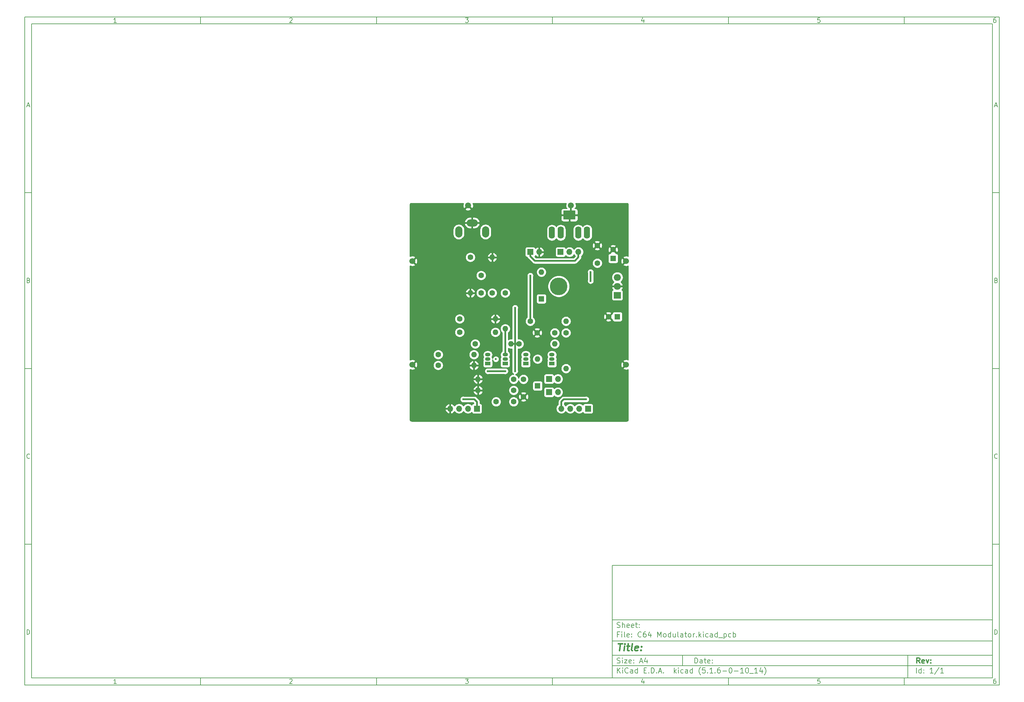
<source format=gbl>
%TF.GenerationSoftware,KiCad,Pcbnew,(5.1.6-0-10_14)*%
%TF.CreationDate,2021-03-10T02:09:14-05:00*%
%TF.ProjectId,C64 Modulator,43363420-4d6f-4647-956c-61746f722e6b,rev?*%
%TF.SameCoordinates,Original*%
%TF.FileFunction,Copper,L2,Bot*%
%TF.FilePolarity,Positive*%
%FSLAX46Y46*%
G04 Gerber Fmt 4.6, Leading zero omitted, Abs format (unit mm)*
G04 Created by KiCad (PCBNEW (5.1.6-0-10_14)) date 2021-03-10 02:09:14*
%MOMM*%
%LPD*%
G01*
G04 APERTURE LIST*
%ADD10C,0.100000*%
%ADD11C,0.150000*%
%ADD12C,0.300000*%
%ADD13C,0.400000*%
%TA.AperFunction,ComponentPad*%
%ADD14C,1.700000*%
%TD*%
%TA.AperFunction,ComponentPad*%
%ADD15O,2.000000X1.905000*%
%TD*%
%TA.AperFunction,ComponentPad*%
%ADD16R,2.000000X1.905000*%
%TD*%
%TA.AperFunction,ComponentPad*%
%ADD17C,5.000000*%
%TD*%
%TA.AperFunction,ComponentPad*%
%ADD18O,1.700000X1.700000*%
%TD*%
%TA.AperFunction,ComponentPad*%
%ADD19R,1.700000X1.700000*%
%TD*%
%TA.AperFunction,ComponentPad*%
%ADD20O,1.600000X1.600000*%
%TD*%
%TA.AperFunction,ComponentPad*%
%ADD21C,1.600000*%
%TD*%
%TA.AperFunction,ComponentPad*%
%ADD22R,1.500000X1.050000*%
%TD*%
%TA.AperFunction,ComponentPad*%
%ADD23O,1.500000X1.050000*%
%TD*%
%TA.AperFunction,ComponentPad*%
%ADD24R,1.600000X1.600000*%
%TD*%
%TA.AperFunction,ComponentPad*%
%ADD25R,3.500000X2.500000*%
%TD*%
%TA.AperFunction,ComponentPad*%
%ADD26O,1.750000X3.500000*%
%TD*%
%TA.AperFunction,ComponentPad*%
%ADD27O,1.998980X3.197860*%
%TD*%
%TA.AperFunction,ComponentPad*%
%ADD28O,3.197860X1.998980*%
%TD*%
%TA.AperFunction,ViaPad*%
%ADD29C,0.600000*%
%TD*%
%TA.AperFunction,Conductor*%
%ADD30C,0.250000*%
%TD*%
%TA.AperFunction,Conductor*%
%ADD31C,0.500000*%
%TD*%
%TA.AperFunction,Conductor*%
%ADD32C,0.254000*%
%TD*%
G04 APERTURE END LIST*
D10*
D11*
X177002200Y-166007200D02*
X177002200Y-198007200D01*
X285002200Y-198007200D01*
X285002200Y-166007200D01*
X177002200Y-166007200D01*
D10*
D11*
X10000000Y-10000000D02*
X10000000Y-200007200D01*
X287002200Y-200007200D01*
X287002200Y-10000000D01*
X10000000Y-10000000D01*
D10*
D11*
X12000000Y-12000000D02*
X12000000Y-198007200D01*
X285002200Y-198007200D01*
X285002200Y-12000000D01*
X12000000Y-12000000D01*
D10*
D11*
X60000000Y-12000000D02*
X60000000Y-10000000D01*
D10*
D11*
X110000000Y-12000000D02*
X110000000Y-10000000D01*
D10*
D11*
X160000000Y-12000000D02*
X160000000Y-10000000D01*
D10*
D11*
X210000000Y-12000000D02*
X210000000Y-10000000D01*
D10*
D11*
X260000000Y-12000000D02*
X260000000Y-10000000D01*
D10*
D11*
X36065476Y-11588095D02*
X35322619Y-11588095D01*
X35694047Y-11588095D02*
X35694047Y-10288095D01*
X35570238Y-10473809D01*
X35446428Y-10597619D01*
X35322619Y-10659523D01*
D10*
D11*
X85322619Y-10411904D02*
X85384523Y-10350000D01*
X85508333Y-10288095D01*
X85817857Y-10288095D01*
X85941666Y-10350000D01*
X86003571Y-10411904D01*
X86065476Y-10535714D01*
X86065476Y-10659523D01*
X86003571Y-10845238D01*
X85260714Y-11588095D01*
X86065476Y-11588095D01*
D10*
D11*
X135260714Y-10288095D02*
X136065476Y-10288095D01*
X135632142Y-10783333D01*
X135817857Y-10783333D01*
X135941666Y-10845238D01*
X136003571Y-10907142D01*
X136065476Y-11030952D01*
X136065476Y-11340476D01*
X136003571Y-11464285D01*
X135941666Y-11526190D01*
X135817857Y-11588095D01*
X135446428Y-11588095D01*
X135322619Y-11526190D01*
X135260714Y-11464285D01*
D10*
D11*
X185941666Y-10721428D02*
X185941666Y-11588095D01*
X185632142Y-10226190D02*
X185322619Y-11154761D01*
X186127380Y-11154761D01*
D10*
D11*
X236003571Y-10288095D02*
X235384523Y-10288095D01*
X235322619Y-10907142D01*
X235384523Y-10845238D01*
X235508333Y-10783333D01*
X235817857Y-10783333D01*
X235941666Y-10845238D01*
X236003571Y-10907142D01*
X236065476Y-11030952D01*
X236065476Y-11340476D01*
X236003571Y-11464285D01*
X235941666Y-11526190D01*
X235817857Y-11588095D01*
X235508333Y-11588095D01*
X235384523Y-11526190D01*
X235322619Y-11464285D01*
D10*
D11*
X285941666Y-10288095D02*
X285694047Y-10288095D01*
X285570238Y-10350000D01*
X285508333Y-10411904D01*
X285384523Y-10597619D01*
X285322619Y-10845238D01*
X285322619Y-11340476D01*
X285384523Y-11464285D01*
X285446428Y-11526190D01*
X285570238Y-11588095D01*
X285817857Y-11588095D01*
X285941666Y-11526190D01*
X286003571Y-11464285D01*
X286065476Y-11340476D01*
X286065476Y-11030952D01*
X286003571Y-10907142D01*
X285941666Y-10845238D01*
X285817857Y-10783333D01*
X285570238Y-10783333D01*
X285446428Y-10845238D01*
X285384523Y-10907142D01*
X285322619Y-11030952D01*
D10*
D11*
X60000000Y-198007200D02*
X60000000Y-200007200D01*
D10*
D11*
X110000000Y-198007200D02*
X110000000Y-200007200D01*
D10*
D11*
X160000000Y-198007200D02*
X160000000Y-200007200D01*
D10*
D11*
X210000000Y-198007200D02*
X210000000Y-200007200D01*
D10*
D11*
X260000000Y-198007200D02*
X260000000Y-200007200D01*
D10*
D11*
X36065476Y-199595295D02*
X35322619Y-199595295D01*
X35694047Y-199595295D02*
X35694047Y-198295295D01*
X35570238Y-198481009D01*
X35446428Y-198604819D01*
X35322619Y-198666723D01*
D10*
D11*
X85322619Y-198419104D02*
X85384523Y-198357200D01*
X85508333Y-198295295D01*
X85817857Y-198295295D01*
X85941666Y-198357200D01*
X86003571Y-198419104D01*
X86065476Y-198542914D01*
X86065476Y-198666723D01*
X86003571Y-198852438D01*
X85260714Y-199595295D01*
X86065476Y-199595295D01*
D10*
D11*
X135260714Y-198295295D02*
X136065476Y-198295295D01*
X135632142Y-198790533D01*
X135817857Y-198790533D01*
X135941666Y-198852438D01*
X136003571Y-198914342D01*
X136065476Y-199038152D01*
X136065476Y-199347676D01*
X136003571Y-199471485D01*
X135941666Y-199533390D01*
X135817857Y-199595295D01*
X135446428Y-199595295D01*
X135322619Y-199533390D01*
X135260714Y-199471485D01*
D10*
D11*
X185941666Y-198728628D02*
X185941666Y-199595295D01*
X185632142Y-198233390D02*
X185322619Y-199161961D01*
X186127380Y-199161961D01*
D10*
D11*
X236003571Y-198295295D02*
X235384523Y-198295295D01*
X235322619Y-198914342D01*
X235384523Y-198852438D01*
X235508333Y-198790533D01*
X235817857Y-198790533D01*
X235941666Y-198852438D01*
X236003571Y-198914342D01*
X236065476Y-199038152D01*
X236065476Y-199347676D01*
X236003571Y-199471485D01*
X235941666Y-199533390D01*
X235817857Y-199595295D01*
X235508333Y-199595295D01*
X235384523Y-199533390D01*
X235322619Y-199471485D01*
D10*
D11*
X285941666Y-198295295D02*
X285694047Y-198295295D01*
X285570238Y-198357200D01*
X285508333Y-198419104D01*
X285384523Y-198604819D01*
X285322619Y-198852438D01*
X285322619Y-199347676D01*
X285384523Y-199471485D01*
X285446428Y-199533390D01*
X285570238Y-199595295D01*
X285817857Y-199595295D01*
X285941666Y-199533390D01*
X286003571Y-199471485D01*
X286065476Y-199347676D01*
X286065476Y-199038152D01*
X286003571Y-198914342D01*
X285941666Y-198852438D01*
X285817857Y-198790533D01*
X285570238Y-198790533D01*
X285446428Y-198852438D01*
X285384523Y-198914342D01*
X285322619Y-199038152D01*
D10*
D11*
X10000000Y-60000000D02*
X12000000Y-60000000D01*
D10*
D11*
X10000000Y-110000000D02*
X12000000Y-110000000D01*
D10*
D11*
X10000000Y-160000000D02*
X12000000Y-160000000D01*
D10*
D11*
X10690476Y-35216666D02*
X11309523Y-35216666D01*
X10566666Y-35588095D02*
X11000000Y-34288095D01*
X11433333Y-35588095D01*
D10*
D11*
X11092857Y-84907142D02*
X11278571Y-84969047D01*
X11340476Y-85030952D01*
X11402380Y-85154761D01*
X11402380Y-85340476D01*
X11340476Y-85464285D01*
X11278571Y-85526190D01*
X11154761Y-85588095D01*
X10659523Y-85588095D01*
X10659523Y-84288095D01*
X11092857Y-84288095D01*
X11216666Y-84350000D01*
X11278571Y-84411904D01*
X11340476Y-84535714D01*
X11340476Y-84659523D01*
X11278571Y-84783333D01*
X11216666Y-84845238D01*
X11092857Y-84907142D01*
X10659523Y-84907142D01*
D10*
D11*
X11402380Y-135464285D02*
X11340476Y-135526190D01*
X11154761Y-135588095D01*
X11030952Y-135588095D01*
X10845238Y-135526190D01*
X10721428Y-135402380D01*
X10659523Y-135278571D01*
X10597619Y-135030952D01*
X10597619Y-134845238D01*
X10659523Y-134597619D01*
X10721428Y-134473809D01*
X10845238Y-134350000D01*
X11030952Y-134288095D01*
X11154761Y-134288095D01*
X11340476Y-134350000D01*
X11402380Y-134411904D01*
D10*
D11*
X10659523Y-185588095D02*
X10659523Y-184288095D01*
X10969047Y-184288095D01*
X11154761Y-184350000D01*
X11278571Y-184473809D01*
X11340476Y-184597619D01*
X11402380Y-184845238D01*
X11402380Y-185030952D01*
X11340476Y-185278571D01*
X11278571Y-185402380D01*
X11154761Y-185526190D01*
X10969047Y-185588095D01*
X10659523Y-185588095D01*
D10*
D11*
X287002200Y-60000000D02*
X285002200Y-60000000D01*
D10*
D11*
X287002200Y-110000000D02*
X285002200Y-110000000D01*
D10*
D11*
X287002200Y-160000000D02*
X285002200Y-160000000D01*
D10*
D11*
X285692676Y-35216666D02*
X286311723Y-35216666D01*
X285568866Y-35588095D02*
X286002200Y-34288095D01*
X286435533Y-35588095D01*
D10*
D11*
X286095057Y-84907142D02*
X286280771Y-84969047D01*
X286342676Y-85030952D01*
X286404580Y-85154761D01*
X286404580Y-85340476D01*
X286342676Y-85464285D01*
X286280771Y-85526190D01*
X286156961Y-85588095D01*
X285661723Y-85588095D01*
X285661723Y-84288095D01*
X286095057Y-84288095D01*
X286218866Y-84350000D01*
X286280771Y-84411904D01*
X286342676Y-84535714D01*
X286342676Y-84659523D01*
X286280771Y-84783333D01*
X286218866Y-84845238D01*
X286095057Y-84907142D01*
X285661723Y-84907142D01*
D10*
D11*
X286404580Y-135464285D02*
X286342676Y-135526190D01*
X286156961Y-135588095D01*
X286033152Y-135588095D01*
X285847438Y-135526190D01*
X285723628Y-135402380D01*
X285661723Y-135278571D01*
X285599819Y-135030952D01*
X285599819Y-134845238D01*
X285661723Y-134597619D01*
X285723628Y-134473809D01*
X285847438Y-134350000D01*
X286033152Y-134288095D01*
X286156961Y-134288095D01*
X286342676Y-134350000D01*
X286404580Y-134411904D01*
D10*
D11*
X285661723Y-185588095D02*
X285661723Y-184288095D01*
X285971247Y-184288095D01*
X286156961Y-184350000D01*
X286280771Y-184473809D01*
X286342676Y-184597619D01*
X286404580Y-184845238D01*
X286404580Y-185030952D01*
X286342676Y-185278571D01*
X286280771Y-185402380D01*
X286156961Y-185526190D01*
X285971247Y-185588095D01*
X285661723Y-185588095D01*
D10*
D11*
X200434342Y-193785771D02*
X200434342Y-192285771D01*
X200791485Y-192285771D01*
X201005771Y-192357200D01*
X201148628Y-192500057D01*
X201220057Y-192642914D01*
X201291485Y-192928628D01*
X201291485Y-193142914D01*
X201220057Y-193428628D01*
X201148628Y-193571485D01*
X201005771Y-193714342D01*
X200791485Y-193785771D01*
X200434342Y-193785771D01*
X202577200Y-193785771D02*
X202577200Y-193000057D01*
X202505771Y-192857200D01*
X202362914Y-192785771D01*
X202077200Y-192785771D01*
X201934342Y-192857200D01*
X202577200Y-193714342D02*
X202434342Y-193785771D01*
X202077200Y-193785771D01*
X201934342Y-193714342D01*
X201862914Y-193571485D01*
X201862914Y-193428628D01*
X201934342Y-193285771D01*
X202077200Y-193214342D01*
X202434342Y-193214342D01*
X202577200Y-193142914D01*
X203077200Y-192785771D02*
X203648628Y-192785771D01*
X203291485Y-192285771D02*
X203291485Y-193571485D01*
X203362914Y-193714342D01*
X203505771Y-193785771D01*
X203648628Y-193785771D01*
X204720057Y-193714342D02*
X204577200Y-193785771D01*
X204291485Y-193785771D01*
X204148628Y-193714342D01*
X204077200Y-193571485D01*
X204077200Y-193000057D01*
X204148628Y-192857200D01*
X204291485Y-192785771D01*
X204577200Y-192785771D01*
X204720057Y-192857200D01*
X204791485Y-193000057D01*
X204791485Y-193142914D01*
X204077200Y-193285771D01*
X205434342Y-193642914D02*
X205505771Y-193714342D01*
X205434342Y-193785771D01*
X205362914Y-193714342D01*
X205434342Y-193642914D01*
X205434342Y-193785771D01*
X205434342Y-192857200D02*
X205505771Y-192928628D01*
X205434342Y-193000057D01*
X205362914Y-192928628D01*
X205434342Y-192857200D01*
X205434342Y-193000057D01*
D10*
D11*
X177002200Y-194507200D02*
X285002200Y-194507200D01*
D10*
D11*
X178434342Y-196585771D02*
X178434342Y-195085771D01*
X179291485Y-196585771D02*
X178648628Y-195728628D01*
X179291485Y-195085771D02*
X178434342Y-195942914D01*
X179934342Y-196585771D02*
X179934342Y-195585771D01*
X179934342Y-195085771D02*
X179862914Y-195157200D01*
X179934342Y-195228628D01*
X180005771Y-195157200D01*
X179934342Y-195085771D01*
X179934342Y-195228628D01*
X181505771Y-196442914D02*
X181434342Y-196514342D01*
X181220057Y-196585771D01*
X181077200Y-196585771D01*
X180862914Y-196514342D01*
X180720057Y-196371485D01*
X180648628Y-196228628D01*
X180577200Y-195942914D01*
X180577200Y-195728628D01*
X180648628Y-195442914D01*
X180720057Y-195300057D01*
X180862914Y-195157200D01*
X181077200Y-195085771D01*
X181220057Y-195085771D01*
X181434342Y-195157200D01*
X181505771Y-195228628D01*
X182791485Y-196585771D02*
X182791485Y-195800057D01*
X182720057Y-195657200D01*
X182577200Y-195585771D01*
X182291485Y-195585771D01*
X182148628Y-195657200D01*
X182791485Y-196514342D02*
X182648628Y-196585771D01*
X182291485Y-196585771D01*
X182148628Y-196514342D01*
X182077200Y-196371485D01*
X182077200Y-196228628D01*
X182148628Y-196085771D01*
X182291485Y-196014342D01*
X182648628Y-196014342D01*
X182791485Y-195942914D01*
X184148628Y-196585771D02*
X184148628Y-195085771D01*
X184148628Y-196514342D02*
X184005771Y-196585771D01*
X183720057Y-196585771D01*
X183577200Y-196514342D01*
X183505771Y-196442914D01*
X183434342Y-196300057D01*
X183434342Y-195871485D01*
X183505771Y-195728628D01*
X183577200Y-195657200D01*
X183720057Y-195585771D01*
X184005771Y-195585771D01*
X184148628Y-195657200D01*
X186005771Y-195800057D02*
X186505771Y-195800057D01*
X186720057Y-196585771D02*
X186005771Y-196585771D01*
X186005771Y-195085771D01*
X186720057Y-195085771D01*
X187362914Y-196442914D02*
X187434342Y-196514342D01*
X187362914Y-196585771D01*
X187291485Y-196514342D01*
X187362914Y-196442914D01*
X187362914Y-196585771D01*
X188077200Y-196585771D02*
X188077200Y-195085771D01*
X188434342Y-195085771D01*
X188648628Y-195157200D01*
X188791485Y-195300057D01*
X188862914Y-195442914D01*
X188934342Y-195728628D01*
X188934342Y-195942914D01*
X188862914Y-196228628D01*
X188791485Y-196371485D01*
X188648628Y-196514342D01*
X188434342Y-196585771D01*
X188077200Y-196585771D01*
X189577200Y-196442914D02*
X189648628Y-196514342D01*
X189577200Y-196585771D01*
X189505771Y-196514342D01*
X189577200Y-196442914D01*
X189577200Y-196585771D01*
X190220057Y-196157200D02*
X190934342Y-196157200D01*
X190077200Y-196585771D02*
X190577200Y-195085771D01*
X191077200Y-196585771D01*
X191577200Y-196442914D02*
X191648628Y-196514342D01*
X191577200Y-196585771D01*
X191505771Y-196514342D01*
X191577200Y-196442914D01*
X191577200Y-196585771D01*
X194577200Y-196585771D02*
X194577200Y-195085771D01*
X194720057Y-196014342D02*
X195148628Y-196585771D01*
X195148628Y-195585771D02*
X194577200Y-196157200D01*
X195791485Y-196585771D02*
X195791485Y-195585771D01*
X195791485Y-195085771D02*
X195720057Y-195157200D01*
X195791485Y-195228628D01*
X195862914Y-195157200D01*
X195791485Y-195085771D01*
X195791485Y-195228628D01*
X197148628Y-196514342D02*
X197005771Y-196585771D01*
X196720057Y-196585771D01*
X196577200Y-196514342D01*
X196505771Y-196442914D01*
X196434342Y-196300057D01*
X196434342Y-195871485D01*
X196505771Y-195728628D01*
X196577200Y-195657200D01*
X196720057Y-195585771D01*
X197005771Y-195585771D01*
X197148628Y-195657200D01*
X198434342Y-196585771D02*
X198434342Y-195800057D01*
X198362914Y-195657200D01*
X198220057Y-195585771D01*
X197934342Y-195585771D01*
X197791485Y-195657200D01*
X198434342Y-196514342D02*
X198291485Y-196585771D01*
X197934342Y-196585771D01*
X197791485Y-196514342D01*
X197720057Y-196371485D01*
X197720057Y-196228628D01*
X197791485Y-196085771D01*
X197934342Y-196014342D01*
X198291485Y-196014342D01*
X198434342Y-195942914D01*
X199791485Y-196585771D02*
X199791485Y-195085771D01*
X199791485Y-196514342D02*
X199648628Y-196585771D01*
X199362914Y-196585771D01*
X199220057Y-196514342D01*
X199148628Y-196442914D01*
X199077200Y-196300057D01*
X199077200Y-195871485D01*
X199148628Y-195728628D01*
X199220057Y-195657200D01*
X199362914Y-195585771D01*
X199648628Y-195585771D01*
X199791485Y-195657200D01*
X202077200Y-197157200D02*
X202005771Y-197085771D01*
X201862914Y-196871485D01*
X201791485Y-196728628D01*
X201720057Y-196514342D01*
X201648628Y-196157200D01*
X201648628Y-195871485D01*
X201720057Y-195514342D01*
X201791485Y-195300057D01*
X201862914Y-195157200D01*
X202005771Y-194942914D01*
X202077200Y-194871485D01*
X203362914Y-195085771D02*
X202648628Y-195085771D01*
X202577200Y-195800057D01*
X202648628Y-195728628D01*
X202791485Y-195657200D01*
X203148628Y-195657200D01*
X203291485Y-195728628D01*
X203362914Y-195800057D01*
X203434342Y-195942914D01*
X203434342Y-196300057D01*
X203362914Y-196442914D01*
X203291485Y-196514342D01*
X203148628Y-196585771D01*
X202791485Y-196585771D01*
X202648628Y-196514342D01*
X202577200Y-196442914D01*
X204077200Y-196442914D02*
X204148628Y-196514342D01*
X204077200Y-196585771D01*
X204005771Y-196514342D01*
X204077200Y-196442914D01*
X204077200Y-196585771D01*
X205577200Y-196585771D02*
X204720057Y-196585771D01*
X205148628Y-196585771D02*
X205148628Y-195085771D01*
X205005771Y-195300057D01*
X204862914Y-195442914D01*
X204720057Y-195514342D01*
X206220057Y-196442914D02*
X206291485Y-196514342D01*
X206220057Y-196585771D01*
X206148628Y-196514342D01*
X206220057Y-196442914D01*
X206220057Y-196585771D01*
X207577200Y-195085771D02*
X207291485Y-195085771D01*
X207148628Y-195157200D01*
X207077200Y-195228628D01*
X206934342Y-195442914D01*
X206862914Y-195728628D01*
X206862914Y-196300057D01*
X206934342Y-196442914D01*
X207005771Y-196514342D01*
X207148628Y-196585771D01*
X207434342Y-196585771D01*
X207577200Y-196514342D01*
X207648628Y-196442914D01*
X207720057Y-196300057D01*
X207720057Y-195942914D01*
X207648628Y-195800057D01*
X207577200Y-195728628D01*
X207434342Y-195657200D01*
X207148628Y-195657200D01*
X207005771Y-195728628D01*
X206934342Y-195800057D01*
X206862914Y-195942914D01*
X208362914Y-196014342D02*
X209505771Y-196014342D01*
X210505771Y-195085771D02*
X210648628Y-195085771D01*
X210791485Y-195157200D01*
X210862914Y-195228628D01*
X210934342Y-195371485D01*
X211005771Y-195657200D01*
X211005771Y-196014342D01*
X210934342Y-196300057D01*
X210862914Y-196442914D01*
X210791485Y-196514342D01*
X210648628Y-196585771D01*
X210505771Y-196585771D01*
X210362914Y-196514342D01*
X210291485Y-196442914D01*
X210220057Y-196300057D01*
X210148628Y-196014342D01*
X210148628Y-195657200D01*
X210220057Y-195371485D01*
X210291485Y-195228628D01*
X210362914Y-195157200D01*
X210505771Y-195085771D01*
X211648628Y-196014342D02*
X212791485Y-196014342D01*
X214291485Y-196585771D02*
X213434342Y-196585771D01*
X213862914Y-196585771D02*
X213862914Y-195085771D01*
X213720057Y-195300057D01*
X213577200Y-195442914D01*
X213434342Y-195514342D01*
X215220057Y-195085771D02*
X215362914Y-195085771D01*
X215505771Y-195157200D01*
X215577200Y-195228628D01*
X215648628Y-195371485D01*
X215720057Y-195657200D01*
X215720057Y-196014342D01*
X215648628Y-196300057D01*
X215577200Y-196442914D01*
X215505771Y-196514342D01*
X215362914Y-196585771D01*
X215220057Y-196585771D01*
X215077200Y-196514342D01*
X215005771Y-196442914D01*
X214934342Y-196300057D01*
X214862914Y-196014342D01*
X214862914Y-195657200D01*
X214934342Y-195371485D01*
X215005771Y-195228628D01*
X215077200Y-195157200D01*
X215220057Y-195085771D01*
X216005771Y-196728628D02*
X217148628Y-196728628D01*
X218291485Y-196585771D02*
X217434342Y-196585771D01*
X217862914Y-196585771D02*
X217862914Y-195085771D01*
X217720057Y-195300057D01*
X217577200Y-195442914D01*
X217434342Y-195514342D01*
X219577200Y-195585771D02*
X219577200Y-196585771D01*
X219220057Y-195014342D02*
X218862914Y-196085771D01*
X219791485Y-196085771D01*
X220220057Y-197157200D02*
X220291485Y-197085771D01*
X220434342Y-196871485D01*
X220505771Y-196728628D01*
X220577200Y-196514342D01*
X220648628Y-196157200D01*
X220648628Y-195871485D01*
X220577200Y-195514342D01*
X220505771Y-195300057D01*
X220434342Y-195157200D01*
X220291485Y-194942914D01*
X220220057Y-194871485D01*
D10*
D11*
X177002200Y-191507200D02*
X285002200Y-191507200D01*
D10*
D12*
X264411485Y-193785771D02*
X263911485Y-193071485D01*
X263554342Y-193785771D02*
X263554342Y-192285771D01*
X264125771Y-192285771D01*
X264268628Y-192357200D01*
X264340057Y-192428628D01*
X264411485Y-192571485D01*
X264411485Y-192785771D01*
X264340057Y-192928628D01*
X264268628Y-193000057D01*
X264125771Y-193071485D01*
X263554342Y-193071485D01*
X265625771Y-193714342D02*
X265482914Y-193785771D01*
X265197200Y-193785771D01*
X265054342Y-193714342D01*
X264982914Y-193571485D01*
X264982914Y-193000057D01*
X265054342Y-192857200D01*
X265197200Y-192785771D01*
X265482914Y-192785771D01*
X265625771Y-192857200D01*
X265697200Y-193000057D01*
X265697200Y-193142914D01*
X264982914Y-193285771D01*
X266197200Y-192785771D02*
X266554342Y-193785771D01*
X266911485Y-192785771D01*
X267482914Y-193642914D02*
X267554342Y-193714342D01*
X267482914Y-193785771D01*
X267411485Y-193714342D01*
X267482914Y-193642914D01*
X267482914Y-193785771D01*
X267482914Y-192857200D02*
X267554342Y-192928628D01*
X267482914Y-193000057D01*
X267411485Y-192928628D01*
X267482914Y-192857200D01*
X267482914Y-193000057D01*
D10*
D11*
X178362914Y-193714342D02*
X178577200Y-193785771D01*
X178934342Y-193785771D01*
X179077200Y-193714342D01*
X179148628Y-193642914D01*
X179220057Y-193500057D01*
X179220057Y-193357200D01*
X179148628Y-193214342D01*
X179077200Y-193142914D01*
X178934342Y-193071485D01*
X178648628Y-193000057D01*
X178505771Y-192928628D01*
X178434342Y-192857200D01*
X178362914Y-192714342D01*
X178362914Y-192571485D01*
X178434342Y-192428628D01*
X178505771Y-192357200D01*
X178648628Y-192285771D01*
X179005771Y-192285771D01*
X179220057Y-192357200D01*
X179862914Y-193785771D02*
X179862914Y-192785771D01*
X179862914Y-192285771D02*
X179791485Y-192357200D01*
X179862914Y-192428628D01*
X179934342Y-192357200D01*
X179862914Y-192285771D01*
X179862914Y-192428628D01*
X180434342Y-192785771D02*
X181220057Y-192785771D01*
X180434342Y-193785771D01*
X181220057Y-193785771D01*
X182362914Y-193714342D02*
X182220057Y-193785771D01*
X181934342Y-193785771D01*
X181791485Y-193714342D01*
X181720057Y-193571485D01*
X181720057Y-193000057D01*
X181791485Y-192857200D01*
X181934342Y-192785771D01*
X182220057Y-192785771D01*
X182362914Y-192857200D01*
X182434342Y-193000057D01*
X182434342Y-193142914D01*
X181720057Y-193285771D01*
X183077200Y-193642914D02*
X183148628Y-193714342D01*
X183077200Y-193785771D01*
X183005771Y-193714342D01*
X183077200Y-193642914D01*
X183077200Y-193785771D01*
X183077200Y-192857200D02*
X183148628Y-192928628D01*
X183077200Y-193000057D01*
X183005771Y-192928628D01*
X183077200Y-192857200D01*
X183077200Y-193000057D01*
X184862914Y-193357200D02*
X185577200Y-193357200D01*
X184720057Y-193785771D02*
X185220057Y-192285771D01*
X185720057Y-193785771D01*
X186862914Y-192785771D02*
X186862914Y-193785771D01*
X186505771Y-192214342D02*
X186148628Y-193285771D01*
X187077200Y-193285771D01*
D10*
D11*
X263434342Y-196585771D02*
X263434342Y-195085771D01*
X264791485Y-196585771D02*
X264791485Y-195085771D01*
X264791485Y-196514342D02*
X264648628Y-196585771D01*
X264362914Y-196585771D01*
X264220057Y-196514342D01*
X264148628Y-196442914D01*
X264077200Y-196300057D01*
X264077200Y-195871485D01*
X264148628Y-195728628D01*
X264220057Y-195657200D01*
X264362914Y-195585771D01*
X264648628Y-195585771D01*
X264791485Y-195657200D01*
X265505771Y-196442914D02*
X265577200Y-196514342D01*
X265505771Y-196585771D01*
X265434342Y-196514342D01*
X265505771Y-196442914D01*
X265505771Y-196585771D01*
X265505771Y-195657200D02*
X265577200Y-195728628D01*
X265505771Y-195800057D01*
X265434342Y-195728628D01*
X265505771Y-195657200D01*
X265505771Y-195800057D01*
X268148628Y-196585771D02*
X267291485Y-196585771D01*
X267720057Y-196585771D02*
X267720057Y-195085771D01*
X267577200Y-195300057D01*
X267434342Y-195442914D01*
X267291485Y-195514342D01*
X269862914Y-195014342D02*
X268577200Y-196942914D01*
X271148628Y-196585771D02*
X270291485Y-196585771D01*
X270720057Y-196585771D02*
X270720057Y-195085771D01*
X270577200Y-195300057D01*
X270434342Y-195442914D01*
X270291485Y-195514342D01*
D10*
D11*
X177002200Y-187507200D02*
X285002200Y-187507200D01*
D10*
D13*
X178714580Y-188211961D02*
X179857438Y-188211961D01*
X179036009Y-190211961D02*
X179286009Y-188211961D01*
X180274104Y-190211961D02*
X180440771Y-188878628D01*
X180524104Y-188211961D02*
X180416961Y-188307200D01*
X180500295Y-188402438D01*
X180607438Y-188307200D01*
X180524104Y-188211961D01*
X180500295Y-188402438D01*
X181107438Y-188878628D02*
X181869342Y-188878628D01*
X181476485Y-188211961D02*
X181262200Y-189926247D01*
X181333628Y-190116723D01*
X181512200Y-190211961D01*
X181702676Y-190211961D01*
X182655057Y-190211961D02*
X182476485Y-190116723D01*
X182405057Y-189926247D01*
X182619342Y-188211961D01*
X184190771Y-190116723D02*
X183988390Y-190211961D01*
X183607438Y-190211961D01*
X183428866Y-190116723D01*
X183357438Y-189926247D01*
X183452676Y-189164342D01*
X183571723Y-188973866D01*
X183774104Y-188878628D01*
X184155057Y-188878628D01*
X184333628Y-188973866D01*
X184405057Y-189164342D01*
X184381247Y-189354819D01*
X183405057Y-189545295D01*
X185155057Y-190021485D02*
X185238390Y-190116723D01*
X185131247Y-190211961D01*
X185047914Y-190116723D01*
X185155057Y-190021485D01*
X185131247Y-190211961D01*
X185286009Y-188973866D02*
X185369342Y-189069104D01*
X185262200Y-189164342D01*
X185178866Y-189069104D01*
X185286009Y-188973866D01*
X185262200Y-189164342D01*
D10*
D11*
X178934342Y-185600057D02*
X178434342Y-185600057D01*
X178434342Y-186385771D02*
X178434342Y-184885771D01*
X179148628Y-184885771D01*
X179720057Y-186385771D02*
X179720057Y-185385771D01*
X179720057Y-184885771D02*
X179648628Y-184957200D01*
X179720057Y-185028628D01*
X179791485Y-184957200D01*
X179720057Y-184885771D01*
X179720057Y-185028628D01*
X180648628Y-186385771D02*
X180505771Y-186314342D01*
X180434342Y-186171485D01*
X180434342Y-184885771D01*
X181791485Y-186314342D02*
X181648628Y-186385771D01*
X181362914Y-186385771D01*
X181220057Y-186314342D01*
X181148628Y-186171485D01*
X181148628Y-185600057D01*
X181220057Y-185457200D01*
X181362914Y-185385771D01*
X181648628Y-185385771D01*
X181791485Y-185457200D01*
X181862914Y-185600057D01*
X181862914Y-185742914D01*
X181148628Y-185885771D01*
X182505771Y-186242914D02*
X182577200Y-186314342D01*
X182505771Y-186385771D01*
X182434342Y-186314342D01*
X182505771Y-186242914D01*
X182505771Y-186385771D01*
X182505771Y-185457200D02*
X182577200Y-185528628D01*
X182505771Y-185600057D01*
X182434342Y-185528628D01*
X182505771Y-185457200D01*
X182505771Y-185600057D01*
X185220057Y-186242914D02*
X185148628Y-186314342D01*
X184934342Y-186385771D01*
X184791485Y-186385771D01*
X184577200Y-186314342D01*
X184434342Y-186171485D01*
X184362914Y-186028628D01*
X184291485Y-185742914D01*
X184291485Y-185528628D01*
X184362914Y-185242914D01*
X184434342Y-185100057D01*
X184577200Y-184957200D01*
X184791485Y-184885771D01*
X184934342Y-184885771D01*
X185148628Y-184957200D01*
X185220057Y-185028628D01*
X186505771Y-184885771D02*
X186220057Y-184885771D01*
X186077200Y-184957200D01*
X186005771Y-185028628D01*
X185862914Y-185242914D01*
X185791485Y-185528628D01*
X185791485Y-186100057D01*
X185862914Y-186242914D01*
X185934342Y-186314342D01*
X186077200Y-186385771D01*
X186362914Y-186385771D01*
X186505771Y-186314342D01*
X186577200Y-186242914D01*
X186648628Y-186100057D01*
X186648628Y-185742914D01*
X186577200Y-185600057D01*
X186505771Y-185528628D01*
X186362914Y-185457200D01*
X186077200Y-185457200D01*
X185934342Y-185528628D01*
X185862914Y-185600057D01*
X185791485Y-185742914D01*
X187934342Y-185385771D02*
X187934342Y-186385771D01*
X187577200Y-184814342D02*
X187220057Y-185885771D01*
X188148628Y-185885771D01*
X189862914Y-186385771D02*
X189862914Y-184885771D01*
X190362914Y-185957200D01*
X190862914Y-184885771D01*
X190862914Y-186385771D01*
X191791485Y-186385771D02*
X191648628Y-186314342D01*
X191577200Y-186242914D01*
X191505771Y-186100057D01*
X191505771Y-185671485D01*
X191577200Y-185528628D01*
X191648628Y-185457200D01*
X191791485Y-185385771D01*
X192005771Y-185385771D01*
X192148628Y-185457200D01*
X192220057Y-185528628D01*
X192291485Y-185671485D01*
X192291485Y-186100057D01*
X192220057Y-186242914D01*
X192148628Y-186314342D01*
X192005771Y-186385771D01*
X191791485Y-186385771D01*
X193577200Y-186385771D02*
X193577200Y-184885771D01*
X193577200Y-186314342D02*
X193434342Y-186385771D01*
X193148628Y-186385771D01*
X193005771Y-186314342D01*
X192934342Y-186242914D01*
X192862914Y-186100057D01*
X192862914Y-185671485D01*
X192934342Y-185528628D01*
X193005771Y-185457200D01*
X193148628Y-185385771D01*
X193434342Y-185385771D01*
X193577200Y-185457200D01*
X194934342Y-185385771D02*
X194934342Y-186385771D01*
X194291485Y-185385771D02*
X194291485Y-186171485D01*
X194362914Y-186314342D01*
X194505771Y-186385771D01*
X194720057Y-186385771D01*
X194862914Y-186314342D01*
X194934342Y-186242914D01*
X195862914Y-186385771D02*
X195720057Y-186314342D01*
X195648628Y-186171485D01*
X195648628Y-184885771D01*
X197077200Y-186385771D02*
X197077200Y-185600057D01*
X197005771Y-185457200D01*
X196862914Y-185385771D01*
X196577200Y-185385771D01*
X196434342Y-185457200D01*
X197077200Y-186314342D02*
X196934342Y-186385771D01*
X196577200Y-186385771D01*
X196434342Y-186314342D01*
X196362914Y-186171485D01*
X196362914Y-186028628D01*
X196434342Y-185885771D01*
X196577200Y-185814342D01*
X196934342Y-185814342D01*
X197077200Y-185742914D01*
X197577200Y-185385771D02*
X198148628Y-185385771D01*
X197791485Y-184885771D02*
X197791485Y-186171485D01*
X197862914Y-186314342D01*
X198005771Y-186385771D01*
X198148628Y-186385771D01*
X198862914Y-186385771D02*
X198720057Y-186314342D01*
X198648628Y-186242914D01*
X198577200Y-186100057D01*
X198577200Y-185671485D01*
X198648628Y-185528628D01*
X198720057Y-185457200D01*
X198862914Y-185385771D01*
X199077200Y-185385771D01*
X199220057Y-185457200D01*
X199291485Y-185528628D01*
X199362914Y-185671485D01*
X199362914Y-186100057D01*
X199291485Y-186242914D01*
X199220057Y-186314342D01*
X199077200Y-186385771D01*
X198862914Y-186385771D01*
X200005771Y-186385771D02*
X200005771Y-185385771D01*
X200005771Y-185671485D02*
X200077200Y-185528628D01*
X200148628Y-185457200D01*
X200291485Y-185385771D01*
X200434342Y-185385771D01*
X200934342Y-186242914D02*
X201005771Y-186314342D01*
X200934342Y-186385771D01*
X200862914Y-186314342D01*
X200934342Y-186242914D01*
X200934342Y-186385771D01*
X201648628Y-186385771D02*
X201648628Y-184885771D01*
X201791485Y-185814342D02*
X202220057Y-186385771D01*
X202220057Y-185385771D02*
X201648628Y-185957200D01*
X202862914Y-186385771D02*
X202862914Y-185385771D01*
X202862914Y-184885771D02*
X202791485Y-184957200D01*
X202862914Y-185028628D01*
X202934342Y-184957200D01*
X202862914Y-184885771D01*
X202862914Y-185028628D01*
X204220057Y-186314342D02*
X204077200Y-186385771D01*
X203791485Y-186385771D01*
X203648628Y-186314342D01*
X203577200Y-186242914D01*
X203505771Y-186100057D01*
X203505771Y-185671485D01*
X203577200Y-185528628D01*
X203648628Y-185457200D01*
X203791485Y-185385771D01*
X204077200Y-185385771D01*
X204220057Y-185457200D01*
X205505771Y-186385771D02*
X205505771Y-185600057D01*
X205434342Y-185457200D01*
X205291485Y-185385771D01*
X205005771Y-185385771D01*
X204862914Y-185457200D01*
X205505771Y-186314342D02*
X205362914Y-186385771D01*
X205005771Y-186385771D01*
X204862914Y-186314342D01*
X204791485Y-186171485D01*
X204791485Y-186028628D01*
X204862914Y-185885771D01*
X205005771Y-185814342D01*
X205362914Y-185814342D01*
X205505771Y-185742914D01*
X206862914Y-186385771D02*
X206862914Y-184885771D01*
X206862914Y-186314342D02*
X206720057Y-186385771D01*
X206434342Y-186385771D01*
X206291485Y-186314342D01*
X206220057Y-186242914D01*
X206148628Y-186100057D01*
X206148628Y-185671485D01*
X206220057Y-185528628D01*
X206291485Y-185457200D01*
X206434342Y-185385771D01*
X206720057Y-185385771D01*
X206862914Y-185457200D01*
X207220057Y-186528628D02*
X208362914Y-186528628D01*
X208720057Y-185385771D02*
X208720057Y-186885771D01*
X208720057Y-185457200D02*
X208862914Y-185385771D01*
X209148628Y-185385771D01*
X209291485Y-185457200D01*
X209362914Y-185528628D01*
X209434342Y-185671485D01*
X209434342Y-186100057D01*
X209362914Y-186242914D01*
X209291485Y-186314342D01*
X209148628Y-186385771D01*
X208862914Y-186385771D01*
X208720057Y-186314342D01*
X210720057Y-186314342D02*
X210577200Y-186385771D01*
X210291485Y-186385771D01*
X210148628Y-186314342D01*
X210077200Y-186242914D01*
X210005771Y-186100057D01*
X210005771Y-185671485D01*
X210077200Y-185528628D01*
X210148628Y-185457200D01*
X210291485Y-185385771D01*
X210577200Y-185385771D01*
X210720057Y-185457200D01*
X211362914Y-186385771D02*
X211362914Y-184885771D01*
X211362914Y-185457200D02*
X211505771Y-185385771D01*
X211791485Y-185385771D01*
X211934342Y-185457200D01*
X212005771Y-185528628D01*
X212077200Y-185671485D01*
X212077200Y-186100057D01*
X212005771Y-186242914D01*
X211934342Y-186314342D01*
X211791485Y-186385771D01*
X211505771Y-186385771D01*
X211362914Y-186314342D01*
D10*
D11*
X177002200Y-181507200D02*
X285002200Y-181507200D01*
D10*
D11*
X178362914Y-183614342D02*
X178577200Y-183685771D01*
X178934342Y-183685771D01*
X179077200Y-183614342D01*
X179148628Y-183542914D01*
X179220057Y-183400057D01*
X179220057Y-183257200D01*
X179148628Y-183114342D01*
X179077200Y-183042914D01*
X178934342Y-182971485D01*
X178648628Y-182900057D01*
X178505771Y-182828628D01*
X178434342Y-182757200D01*
X178362914Y-182614342D01*
X178362914Y-182471485D01*
X178434342Y-182328628D01*
X178505771Y-182257200D01*
X178648628Y-182185771D01*
X179005771Y-182185771D01*
X179220057Y-182257200D01*
X179862914Y-183685771D02*
X179862914Y-182185771D01*
X180505771Y-183685771D02*
X180505771Y-182900057D01*
X180434342Y-182757200D01*
X180291485Y-182685771D01*
X180077200Y-182685771D01*
X179934342Y-182757200D01*
X179862914Y-182828628D01*
X181791485Y-183614342D02*
X181648628Y-183685771D01*
X181362914Y-183685771D01*
X181220057Y-183614342D01*
X181148628Y-183471485D01*
X181148628Y-182900057D01*
X181220057Y-182757200D01*
X181362914Y-182685771D01*
X181648628Y-182685771D01*
X181791485Y-182757200D01*
X181862914Y-182900057D01*
X181862914Y-183042914D01*
X181148628Y-183185771D01*
X183077200Y-183614342D02*
X182934342Y-183685771D01*
X182648628Y-183685771D01*
X182505771Y-183614342D01*
X182434342Y-183471485D01*
X182434342Y-182900057D01*
X182505771Y-182757200D01*
X182648628Y-182685771D01*
X182934342Y-182685771D01*
X183077200Y-182757200D01*
X183148628Y-182900057D01*
X183148628Y-183042914D01*
X182434342Y-183185771D01*
X183577200Y-182685771D02*
X184148628Y-182685771D01*
X183791485Y-182185771D02*
X183791485Y-183471485D01*
X183862914Y-183614342D01*
X184005771Y-183685771D01*
X184148628Y-183685771D01*
X184648628Y-183542914D02*
X184720057Y-183614342D01*
X184648628Y-183685771D01*
X184577200Y-183614342D01*
X184648628Y-183542914D01*
X184648628Y-183685771D01*
X184648628Y-182757200D02*
X184720057Y-182828628D01*
X184648628Y-182900057D01*
X184577200Y-182828628D01*
X184648628Y-182757200D01*
X184648628Y-182900057D01*
D10*
D11*
X197002200Y-191507200D02*
X197002200Y-194507200D01*
D10*
D11*
X261002200Y-191507200D02*
X261002200Y-198007200D01*
D14*
%TO.P,J6,1*%
%TO.N,GND*%
X120142000Y-108902500D03*
%TD*%
%TO.P,J5,1*%
%TO.N,GND*%
X120142000Y-79438500D03*
%TD*%
%TO.P,J10,1*%
%TO.N,GND*%
X136017000Y-63627000D03*
%TD*%
%TO.P,J4,1*%
%TO.N,GND*%
X180911500Y-108902500D03*
%TD*%
%TO.P,J3,1*%
%TO.N,GND*%
X180911500Y-79438500D03*
%TD*%
%TO.P,J11,1*%
%TO.N,GND*%
X165227000Y-63627000D03*
%TD*%
D15*
%TO.P,U1,3*%
%TO.N,Net-(C6-Pad1)*%
X178435000Y-84074000D03*
%TO.P,U1,2*%
%TO.N,GND*%
X178435000Y-86614000D03*
D16*
%TO.P,U1,1*%
%TO.N,+9V*%
X178435000Y-89154000D03*
D17*
%TO.P,U1,*%
%TO.N,*%
X161775000Y-86614000D03*
%TD*%
D18*
%TO.P,J7,2*%
%TO.N,GND*%
X156210000Y-76835000D03*
D19*
%TO.P,J7,1*%
%TO.N,Net-(J7-Pad1)*%
X153670000Y-76835000D03*
%TD*%
D20*
%TO.P,R7,2*%
%TO.N,GND*%
X137668000Y-109093000D03*
D21*
%TO.P,R7,1*%
%TO.N,CHROMA_OUT*%
X127508000Y-109093000D03*
%TD*%
D20*
%TO.P,R5,2*%
%TO.N,Net-(Q1-Pad3)*%
X137668000Y-106045000D03*
D21*
%TO.P,R5,1*%
%TO.N,CHROMA_OUT*%
X127508000Y-106045000D03*
%TD*%
D20*
%TO.P,R12,2*%
%TO.N,GND*%
X143764000Y-95885000D03*
D21*
%TO.P,R12,1*%
%TO.N,LUMA_OUT*%
X133604000Y-95885000D03*
%TD*%
D20*
%TO.P,R11,2*%
%TO.N,Net-(Q3-Pad3)*%
X143764000Y-99695000D03*
D21*
%TO.P,R11,1*%
%TO.N,LUMA_OUT*%
X133604000Y-99695000D03*
%TD*%
D20*
%TO.P,R3,2*%
%TO.N,GND*%
X138811000Y-113030000D03*
D21*
%TO.P,R3,1*%
%TO.N,Net-(C1-Pad1)*%
X148971000Y-113030000D03*
%TD*%
D20*
%TO.P,R2,2*%
%TO.N,VCC*%
X148209000Y-102997000D03*
D21*
%TO.P,R2,1*%
%TO.N,Net-(C1-Pad1)*%
X138049000Y-102997000D03*
%TD*%
D20*
%TO.P,R8,2*%
%TO.N,GND*%
X142875000Y-78359000D03*
D21*
%TO.P,R8,1*%
%TO.N,Net-(C4-Pad1)*%
X142875000Y-88519000D03*
%TD*%
D20*
%TO.P,R10,2*%
%TO.N,GND*%
X136652000Y-88519000D03*
D21*
%TO.P,R10,1*%
%TO.N,COMPOSITE*%
X136652000Y-78359000D03*
%TD*%
D20*
%TO.P,R6,2*%
%TO.N,Net-(Q2-Pad3)*%
X146558000Y-98679000D03*
D21*
%TO.P,R6,1*%
%TO.N,Net-(C4-Pad1)*%
X146558000Y-88519000D03*
%TD*%
D20*
%TO.P,R9,2*%
%TO.N,Net-(C3-Pad1)*%
X163830000Y-96520000D03*
D21*
%TO.P,R9,1*%
%TO.N,COMPOSITE*%
X153670000Y-96520000D03*
%TD*%
D20*
%TO.P,R1,2*%
%TO.N,GND*%
X138811000Y-116205000D03*
D21*
%TO.P,R1,1*%
%TO.N,CHROMA_IN*%
X148971000Y-116205000D03*
%TD*%
D20*
%TO.P,R4,2*%
%TO.N,Net-(D1-Pad2)*%
X160655000Y-102997000D03*
D21*
%TO.P,R4,1*%
%TO.N,VCC*%
X150495000Y-102997000D03*
%TD*%
D22*
%TO.P,Q1,1*%
%TO.N,VCC*%
X141605000Y-108585000D03*
D23*
%TO.P,Q1,3*%
%TO.N,Net-(Q1-Pad3)*%
X141605000Y-106045000D03*
%TO.P,Q1,2*%
%TO.N,Net-(C1-Pad1)*%
X141605000Y-107315000D03*
%TD*%
D22*
%TO.P,Q2,1*%
%TO.N,VCC*%
X146558000Y-108585000D03*
D23*
%TO.P,Q2,3*%
%TO.N,Net-(Q2-Pad3)*%
X146558000Y-106045000D03*
%TO.P,Q2,2*%
%TO.N,Net-(C1-Pad1)*%
X146558000Y-107315000D03*
%TD*%
%TO.P,Q4,2*%
%TO.N,Net-(D1-Pad2)*%
X159829500Y-107315000D03*
%TO.P,Q4,3*%
%TO.N,Net-(L1-Pad2)*%
X159829500Y-106045000D03*
D22*
%TO.P,Q4,1*%
%TO.N,VCC*%
X159829500Y-108585000D03*
%TD*%
D23*
%TO.P,Q3,2*%
%TO.N,Net-(D1-Pad2)*%
X152400000Y-107315000D03*
%TO.P,Q3,3*%
%TO.N,Net-(Q3-Pad3)*%
X152400000Y-106045000D03*
D22*
%TO.P,Q3,1*%
%TO.N,VCC*%
X152400000Y-108585000D03*
%TD*%
D20*
%TO.P,L1,2*%
%TO.N,Net-(L1-Pad2)*%
X163830000Y-109982000D03*
D21*
%TO.P,L1,1*%
%TO.N,Net-(C3-Pad1)*%
X163830000Y-99822000D03*
%TD*%
D18*
%TO.P,JP2,2*%
%TO.N,Net-(J2-Pad2)*%
X161544000Y-112966500D03*
D19*
%TO.P,JP2,1*%
%TO.N,LUMA_IN*%
X159004000Y-112966500D03*
%TD*%
D18*
%TO.P,JP1,2*%
%TO.N,Net-(J2-Pad3)*%
X161544000Y-116713000D03*
D19*
%TO.P,JP1,1*%
%TO.N,CHROMA_IN*%
X159004000Y-116713000D03*
%TD*%
D20*
%TO.P,D1,2*%
%TO.N,Net-(D1-Pad2)*%
X155765500Y-107315000D03*
D24*
%TO.P,D1,1*%
%TO.N,LUMA_IN*%
X155765500Y-114935000D03*
%TD*%
D21*
%TO.P,C7,2*%
%TO.N,GND*%
X172720000Y-75010000D03*
%TO.P,C7,1*%
%TO.N,Net-(C6-Pad1)*%
X172720000Y-80010000D03*
%TD*%
%TO.P,C6,2*%
%TO.N,GND*%
X177228500Y-76176500D03*
D24*
%TO.P,C6,1*%
%TO.N,Net-(C6-Pad1)*%
X177228500Y-78676500D03*
%TD*%
D21*
%TO.P,C5,2*%
%TO.N,GND*%
X175935000Y-95250000D03*
D24*
%TO.P,C5,1*%
%TO.N,+9V*%
X178435000Y-95250000D03*
%TD*%
D21*
%TO.P,C4,2*%
%TO.N,COMPOSITE*%
X139700000Y-83519000D03*
%TO.P,C4,1*%
%TO.N,Net-(C4-Pad1)*%
X139700000Y-88519000D03*
%TD*%
%TO.P,C2,2*%
%TO.N,GND*%
X151765000Y-118030000D03*
%TO.P,C2,1*%
%TO.N,Net-(C1-Pad1)*%
X151765000Y-113030000D03*
%TD*%
%TO.P,C1,2*%
%TO.N,CHROMA_IN*%
X148954500Y-119443500D03*
%TO.P,C1,1*%
%TO.N,Net-(C1-Pad1)*%
X143954500Y-119443500D03*
%TD*%
%TO.P,C3,2*%
%TO.N,GND*%
X155655000Y-99822000D03*
%TO.P,C3,1*%
%TO.N,Net-(C3-Pad1)*%
X160655000Y-99822000D03*
%TD*%
D25*
%TO.P,J8,1*%
%TO.N,GND*%
X164830000Y-66349000D03*
D26*
%TO.P,J8,2*%
%TO.N,/AUD_R*%
X169830000Y-71355000D03*
%TO.P,J8,5*%
%TO.N,AUDIO_IN*%
X159830000Y-71355000D03*
%TO.P,J8,3*%
%TO.N,N/C*%
X167330000Y-71355000D03*
%TO.P,J8,4*%
X162330000Y-71355000D03*
%TD*%
D27*
%TO.P,J9,2*%
%TO.N,COMPOSITE*%
X133350000Y-71120000D03*
D28*
%TO.P,J9,1*%
%TO.N,GND*%
X137160000Y-68580000D03*
D27*
%TO.P,J9,2*%
%TO.N,COMPOSITE*%
X140970000Y-71120000D03*
%TD*%
D19*
%TO.P,J1,1*%
%TO.N,COMPOSITE*%
X138515000Y-121400000D03*
D18*
%TO.P,J1,2*%
%TO.N,LUMA_OUT*%
X135975000Y-121400000D03*
%TO.P,J1,3*%
%TO.N,CHROMA_OUT*%
X133435000Y-121400000D03*
%TO.P,J1,4*%
%TO.N,GND*%
X130895000Y-121400000D03*
%TD*%
D19*
%TO.P,J2,1*%
%TO.N,+9V*%
X170115000Y-121400000D03*
D18*
%TO.P,J2,2*%
%TO.N,Net-(J2-Pad2)*%
X167575000Y-121400000D03*
%TO.P,J2,3*%
%TO.N,Net-(J2-Pad3)*%
X165035000Y-121400000D03*
%TO.P,J2,4*%
%TO.N,AUDIO_IN*%
X162495000Y-121400000D03*
%TD*%
D19*
%TO.P,JP3,1*%
%TO.N,AUDIO_IN*%
X162290000Y-76835000D03*
D18*
%TO.P,JP3,2*%
%TO.N,/AUD_R*%
X164830000Y-76835000D03*
%TO.P,JP3,3*%
%TO.N,Net-(J7-Pad1)*%
X167370000Y-76835000D03*
%TD*%
D24*
%TO.P,D2,1*%
%TO.N,VCC*%
X156845000Y-90170000D03*
D20*
%TO.P,D2,2*%
%TO.N,Net-(C6-Pad1)*%
X156845000Y-82550000D03*
%TD*%
D29*
%TO.N,COMPOSITE*%
X153670000Y-83566000D03*
X134620000Y-118745000D03*
%TO.N,VCC*%
X141605000Y-110744000D03*
X146558000Y-110744000D03*
X149352000Y-92710000D03*
X149352000Y-110744000D03*
%TO.N,AUDIO_IN*%
X169545000Y-118745000D03*
X170815000Y-85090000D03*
X170815000Y-82550000D03*
%TO.N,Net-(C1-Pad1)*%
X143891000Y-107315000D03*
%TD*%
D30*
%TO.N,GND*%
X165227000Y-65952000D02*
X164830000Y-66349000D01*
D31*
X165227000Y-63627000D02*
X165227000Y-65952000D01*
%TO.N,COMPOSITE*%
X153670000Y-96520000D02*
X153670000Y-83566000D01*
X138049000Y-118999000D02*
X138515000Y-119465000D01*
X138515000Y-119465000D02*
X138515000Y-121400000D01*
X134620000Y-118745000D02*
X137795000Y-118745000D01*
X138515000Y-119465000D02*
X137795000Y-118745000D01*
%TO.N,VCC*%
X141732000Y-110744000D02*
X146558000Y-110744000D01*
X149352000Y-102870000D02*
X149225000Y-102997000D01*
X149352000Y-92710000D02*
X149352000Y-102870000D01*
X149225000Y-102997000D02*
X148209000Y-102997000D01*
X150495000Y-102997000D02*
X149225000Y-102997000D01*
X149352000Y-110744000D02*
X149352000Y-102870000D01*
X148209000Y-102997000D02*
X150495000Y-102997000D01*
D30*
%TO.N,LUMA_IN*%
X155321000Y-114935000D02*
X155321000Y-115316000D01*
D31*
%TO.N,AUDIO_IN*%
X162495000Y-119445000D02*
X163195000Y-118745000D01*
X163195000Y-118745000D02*
X169545000Y-118745000D01*
X162495000Y-119445000D02*
X162495000Y-121400000D01*
X170815000Y-82550000D02*
X170815000Y-85090000D01*
%TO.N,Net-(Q2-Pad3)*%
X146558000Y-106045000D02*
X146558000Y-98679000D01*
%TO.N,Net-(J7-Pad1)*%
X153670000Y-76835000D02*
X153670000Y-78105000D01*
X167370000Y-78375000D02*
X167370000Y-76835000D01*
X166370000Y-79375000D02*
X167370000Y-78375000D01*
X154940000Y-79375000D02*
X166370000Y-79375000D01*
X153670000Y-78105000D02*
X154940000Y-79375000D01*
%TD*%
D32*
%TO.N,GND*%
G36*
X164909500Y-90487500D02*
G01*
X158813500Y-90487500D01*
X158813500Y-87656457D01*
X158996799Y-88098979D01*
X159339886Y-88612446D01*
X159776554Y-89049114D01*
X160290021Y-89392201D01*
X160860554Y-89628524D01*
X161466229Y-89749000D01*
X162083771Y-89749000D01*
X162689446Y-89628524D01*
X163259979Y-89392201D01*
X163773446Y-89049114D01*
X164210114Y-88612446D01*
X164553201Y-88098979D01*
X164789524Y-87528446D01*
X164909500Y-86925285D01*
X164909500Y-90487500D01*
G37*
X164909500Y-90487500D02*
X158813500Y-90487500D01*
X158813500Y-87656457D01*
X158996799Y-88098979D01*
X159339886Y-88612446D01*
X159776554Y-89049114D01*
X160290021Y-89392201D01*
X160860554Y-89628524D01*
X161466229Y-89749000D01*
X162083771Y-89749000D01*
X162689446Y-89628524D01*
X163259979Y-89392201D01*
X163773446Y-89049114D01*
X164210114Y-88612446D01*
X164553201Y-88098979D01*
X164789524Y-87528446D01*
X164909500Y-86925285D01*
X164909500Y-90487500D01*
G36*
X164909500Y-86302715D02*
G01*
X164789524Y-85699554D01*
X164553201Y-85129021D01*
X164210114Y-84615554D01*
X163773446Y-84178886D01*
X163259979Y-83835799D01*
X162689446Y-83599476D01*
X162083771Y-83479000D01*
X161466229Y-83479000D01*
X160860554Y-83599476D01*
X160290021Y-83835799D01*
X159776554Y-84178886D01*
X159339886Y-84615554D01*
X158996799Y-85129021D01*
X158813500Y-85571543D01*
X158813500Y-83121500D01*
X164909500Y-83121500D01*
X164909500Y-86302715D01*
G37*
X164909500Y-86302715D02*
X164789524Y-85699554D01*
X164553201Y-85129021D01*
X164210114Y-84615554D01*
X163773446Y-84178886D01*
X163259979Y-83835799D01*
X162689446Y-83599476D01*
X162083771Y-83479000D01*
X161466229Y-83479000D01*
X160860554Y-83599476D01*
X160290021Y-83835799D01*
X159776554Y-84178886D01*
X159339886Y-84615554D01*
X158996799Y-85129021D01*
X158813500Y-85571543D01*
X158813500Y-83121500D01*
X164909500Y-83121500D01*
X164909500Y-86302715D01*
G36*
X134613629Y-63119883D02*
G01*
X134541661Y-63403411D01*
X134526389Y-63695531D01*
X134568401Y-63985019D01*
X134666081Y-64260747D01*
X134739528Y-64398157D01*
X134988603Y-64475792D01*
X135837395Y-63627000D01*
X135823253Y-63612858D01*
X136002858Y-63433253D01*
X136017000Y-63447395D01*
X136031143Y-63433253D01*
X136210748Y-63612858D01*
X136196605Y-63627000D01*
X137045397Y-64475792D01*
X137294472Y-64398157D01*
X137420371Y-64134117D01*
X137492339Y-63850589D01*
X137507611Y-63558469D01*
X137465599Y-63268981D01*
X137367919Y-62993253D01*
X137367249Y-62992000D01*
X163884606Y-62992000D01*
X163823629Y-63119883D01*
X163751661Y-63403411D01*
X163736389Y-63695531D01*
X163778401Y-63985019D01*
X163876081Y-64260747D01*
X163949528Y-64398157D01*
X164158172Y-64463190D01*
X163080000Y-64460928D01*
X162955518Y-64473188D01*
X162835820Y-64509498D01*
X162725506Y-64568463D01*
X162628815Y-64647815D01*
X162549463Y-64744506D01*
X162490498Y-64854820D01*
X162454188Y-64974518D01*
X162441928Y-65099000D01*
X162445000Y-66063250D01*
X162603750Y-66222000D01*
X164703000Y-66222000D01*
X164703000Y-66202000D01*
X164957000Y-66202000D01*
X164957000Y-66222000D01*
X167056250Y-66222000D01*
X167215000Y-66063250D01*
X167218072Y-65099000D01*
X167205812Y-64974518D01*
X167169502Y-64854820D01*
X167110537Y-64744506D01*
X167031185Y-64647815D01*
X166934494Y-64568463D01*
X166824180Y-64509498D01*
X166704482Y-64473188D01*
X166580000Y-64460928D01*
X166301208Y-64461513D01*
X166504472Y-64398157D01*
X166630371Y-64134117D01*
X166702339Y-63850589D01*
X166717611Y-63558469D01*
X166675599Y-63268981D01*
X166577919Y-62993253D01*
X166577249Y-62992000D01*
X181239510Y-62992000D01*
X181323014Y-63036399D01*
X181407194Y-63105055D01*
X181476440Y-63188758D01*
X181483000Y-63200891D01*
X181483000Y-78065828D01*
X181418617Y-78035129D01*
X181135089Y-77963161D01*
X180842969Y-77947889D01*
X180553481Y-77989901D01*
X180277753Y-78087581D01*
X180140343Y-78161028D01*
X180062708Y-78410103D01*
X180911500Y-79258895D01*
X180925643Y-79244753D01*
X181105248Y-79424358D01*
X181091105Y-79438500D01*
X181105248Y-79452643D01*
X180925643Y-79632248D01*
X180911500Y-79618105D01*
X180062708Y-80466897D01*
X180140343Y-80715972D01*
X180404383Y-80841871D01*
X180687911Y-80913839D01*
X180980031Y-80929111D01*
X181269519Y-80887099D01*
X181483000Y-80811471D01*
X181483000Y-107529828D01*
X181418617Y-107499129D01*
X181135089Y-107427161D01*
X180842969Y-107411889D01*
X180553481Y-107453901D01*
X180277753Y-107551581D01*
X180140343Y-107625028D01*
X180062708Y-107874103D01*
X180911500Y-108722895D01*
X180925643Y-108708753D01*
X181105248Y-108888358D01*
X181091105Y-108902500D01*
X181105248Y-108916643D01*
X180925643Y-109096248D01*
X180911500Y-109082105D01*
X180062708Y-109930897D01*
X180140343Y-110179972D01*
X180404383Y-110305871D01*
X180687911Y-110377839D01*
X180980031Y-110393111D01*
X181269519Y-110351099D01*
X181483000Y-110275471D01*
X181483000Y-124699740D01*
X181478601Y-124708013D01*
X181409941Y-124792199D01*
X181326243Y-124861439D01*
X181230689Y-124913105D01*
X181126922Y-124945227D01*
X180986359Y-124960000D01*
X120049720Y-124960000D01*
X119906891Y-124945995D01*
X119802901Y-124914599D01*
X119706987Y-124863601D01*
X119622801Y-124794941D01*
X119553561Y-124711243D01*
X119507000Y-124625130D01*
X119507000Y-121756891D01*
X129453519Y-121756891D01*
X129550843Y-122031252D01*
X129699822Y-122281355D01*
X129894731Y-122497588D01*
X130128080Y-122671641D01*
X130390901Y-122796825D01*
X130538110Y-122841476D01*
X130768000Y-122720155D01*
X130768000Y-121527000D01*
X129574186Y-121527000D01*
X129453519Y-121756891D01*
X119507000Y-121756891D01*
X119507000Y-121043109D01*
X129453519Y-121043109D01*
X129574186Y-121273000D01*
X130768000Y-121273000D01*
X130768000Y-120079845D01*
X131022000Y-120079845D01*
X131022000Y-121273000D01*
X131042000Y-121273000D01*
X131042000Y-121527000D01*
X131022000Y-121527000D01*
X131022000Y-122720155D01*
X131251890Y-122841476D01*
X131399099Y-122796825D01*
X131661920Y-122671641D01*
X131895269Y-122497588D01*
X132090178Y-122281355D01*
X132159805Y-122164466D01*
X132281525Y-122346632D01*
X132488368Y-122553475D01*
X132731589Y-122715990D01*
X133001842Y-122827932D01*
X133288740Y-122885000D01*
X133581260Y-122885000D01*
X133868158Y-122827932D01*
X134138411Y-122715990D01*
X134381632Y-122553475D01*
X134588475Y-122346632D01*
X134705000Y-122172240D01*
X134821525Y-122346632D01*
X135028368Y-122553475D01*
X135271589Y-122715990D01*
X135541842Y-122827932D01*
X135828740Y-122885000D01*
X136121260Y-122885000D01*
X136408158Y-122827932D01*
X136678411Y-122715990D01*
X136921632Y-122553475D01*
X137053487Y-122421620D01*
X137075498Y-122494180D01*
X137134463Y-122604494D01*
X137213815Y-122701185D01*
X137310506Y-122780537D01*
X137420820Y-122839502D01*
X137540518Y-122875812D01*
X137665000Y-122888072D01*
X139365000Y-122888072D01*
X139489482Y-122875812D01*
X139609180Y-122839502D01*
X139719494Y-122780537D01*
X139816185Y-122701185D01*
X139895537Y-122604494D01*
X139954502Y-122494180D01*
X139990812Y-122374482D01*
X140003072Y-122250000D01*
X140003072Y-121253740D01*
X161010000Y-121253740D01*
X161010000Y-121546260D01*
X161067068Y-121833158D01*
X161179010Y-122103411D01*
X161341525Y-122346632D01*
X161548368Y-122553475D01*
X161791589Y-122715990D01*
X162061842Y-122827932D01*
X162348740Y-122885000D01*
X162641260Y-122885000D01*
X162928158Y-122827932D01*
X163198411Y-122715990D01*
X163441632Y-122553475D01*
X163648475Y-122346632D01*
X163765000Y-122172240D01*
X163881525Y-122346632D01*
X164088368Y-122553475D01*
X164331589Y-122715990D01*
X164601842Y-122827932D01*
X164888740Y-122885000D01*
X165181260Y-122885000D01*
X165468158Y-122827932D01*
X165738411Y-122715990D01*
X165981632Y-122553475D01*
X166188475Y-122346632D01*
X166305000Y-122172240D01*
X166421525Y-122346632D01*
X166628368Y-122553475D01*
X166871589Y-122715990D01*
X167141842Y-122827932D01*
X167428740Y-122885000D01*
X167721260Y-122885000D01*
X168008158Y-122827932D01*
X168278411Y-122715990D01*
X168521632Y-122553475D01*
X168653487Y-122421620D01*
X168675498Y-122494180D01*
X168734463Y-122604494D01*
X168813815Y-122701185D01*
X168910506Y-122780537D01*
X169020820Y-122839502D01*
X169140518Y-122875812D01*
X169265000Y-122888072D01*
X170965000Y-122888072D01*
X171089482Y-122875812D01*
X171209180Y-122839502D01*
X171319494Y-122780537D01*
X171416185Y-122701185D01*
X171495537Y-122604494D01*
X171554502Y-122494180D01*
X171590812Y-122374482D01*
X171603072Y-122250000D01*
X171603072Y-120550000D01*
X171590812Y-120425518D01*
X171554502Y-120305820D01*
X171495537Y-120195506D01*
X171416185Y-120098815D01*
X171319494Y-120019463D01*
X171209180Y-119960498D01*
X171089482Y-119924188D01*
X170965000Y-119911928D01*
X169265000Y-119911928D01*
X169140518Y-119924188D01*
X169020820Y-119960498D01*
X168910506Y-120019463D01*
X168813815Y-120098815D01*
X168734463Y-120195506D01*
X168675498Y-120305820D01*
X168653487Y-120378380D01*
X168521632Y-120246525D01*
X168278411Y-120084010D01*
X168008158Y-119972068D01*
X167721260Y-119915000D01*
X167428740Y-119915000D01*
X167141842Y-119972068D01*
X166871589Y-120084010D01*
X166628368Y-120246525D01*
X166421525Y-120453368D01*
X166305000Y-120627760D01*
X166188475Y-120453368D01*
X165981632Y-120246525D01*
X165738411Y-120084010D01*
X165468158Y-119972068D01*
X165181260Y-119915000D01*
X164888740Y-119915000D01*
X164601842Y-119972068D01*
X164331589Y-120084010D01*
X164088368Y-120246525D01*
X163881525Y-120453368D01*
X163765000Y-120627760D01*
X163648475Y-120453368D01*
X163441632Y-120246525D01*
X163380000Y-120205344D01*
X163380000Y-119811578D01*
X163561579Y-119630000D01*
X169238308Y-119630000D01*
X169272271Y-119644068D01*
X169452911Y-119680000D01*
X169637089Y-119680000D01*
X169817729Y-119644068D01*
X169987889Y-119573586D01*
X170141028Y-119471262D01*
X170271262Y-119341028D01*
X170373586Y-119187889D01*
X170444068Y-119017729D01*
X170480000Y-118837089D01*
X170480000Y-118652911D01*
X170444068Y-118472271D01*
X170373586Y-118302111D01*
X170271262Y-118148972D01*
X170141028Y-118018738D01*
X169987889Y-117916414D01*
X169817729Y-117845932D01*
X169637089Y-117810000D01*
X169452911Y-117810000D01*
X169272271Y-117845932D01*
X169238308Y-117860000D01*
X163238465Y-117860000D01*
X163194999Y-117855719D01*
X163151533Y-117860000D01*
X163151523Y-117860000D01*
X163021510Y-117872805D01*
X162854687Y-117923411D01*
X162700941Y-118005589D01*
X162700939Y-118005590D01*
X162700940Y-118005590D01*
X162599953Y-118088468D01*
X162599951Y-118088470D01*
X162566183Y-118116183D01*
X162538470Y-118149951D01*
X161899956Y-118788466D01*
X161866183Y-118816183D01*
X161755589Y-118950942D01*
X161673411Y-119104688D01*
X161622805Y-119271511D01*
X161610000Y-119401524D01*
X161610000Y-119401531D01*
X161605719Y-119445000D01*
X161610000Y-119488469D01*
X161610000Y-120205344D01*
X161548368Y-120246525D01*
X161341525Y-120453368D01*
X161179010Y-120696589D01*
X161067068Y-120966842D01*
X161010000Y-121253740D01*
X140003072Y-121253740D01*
X140003072Y-120550000D01*
X139990812Y-120425518D01*
X139954502Y-120305820D01*
X139895537Y-120195506D01*
X139816185Y-120098815D01*
X139719494Y-120019463D01*
X139609180Y-119960498D01*
X139489482Y-119924188D01*
X139400000Y-119915375D01*
X139400000Y-119508469D01*
X139404281Y-119465000D01*
X139400000Y-119421531D01*
X139400000Y-119421523D01*
X139388245Y-119302165D01*
X142519500Y-119302165D01*
X142519500Y-119584835D01*
X142574647Y-119862074D01*
X142682820Y-120123227D01*
X142839863Y-120358259D01*
X143039741Y-120558137D01*
X143274773Y-120715180D01*
X143535926Y-120823353D01*
X143813165Y-120878500D01*
X144095835Y-120878500D01*
X144373074Y-120823353D01*
X144634227Y-120715180D01*
X144869259Y-120558137D01*
X145069137Y-120358259D01*
X145226180Y-120123227D01*
X145334353Y-119862074D01*
X145389500Y-119584835D01*
X145389500Y-119302165D01*
X147519500Y-119302165D01*
X147519500Y-119584835D01*
X147574647Y-119862074D01*
X147682820Y-120123227D01*
X147839863Y-120358259D01*
X148039741Y-120558137D01*
X148274773Y-120715180D01*
X148535926Y-120823353D01*
X148813165Y-120878500D01*
X149095835Y-120878500D01*
X149373074Y-120823353D01*
X149634227Y-120715180D01*
X149869259Y-120558137D01*
X150069137Y-120358259D01*
X150226180Y-120123227D01*
X150334353Y-119862074D01*
X150389500Y-119584835D01*
X150389500Y-119302165D01*
X150334353Y-119024926D01*
X150333432Y-119022702D01*
X150951903Y-119022702D01*
X151023486Y-119266671D01*
X151278996Y-119387571D01*
X151553184Y-119456300D01*
X151835512Y-119470217D01*
X152115130Y-119428787D01*
X152381292Y-119333603D01*
X152506514Y-119266671D01*
X152578097Y-119022702D01*
X151765000Y-118209605D01*
X150951903Y-119022702D01*
X150333432Y-119022702D01*
X150226180Y-118763773D01*
X150069137Y-118528741D01*
X149869259Y-118328863D01*
X149634227Y-118171820D01*
X149462075Y-118100512D01*
X150324783Y-118100512D01*
X150366213Y-118380130D01*
X150461397Y-118646292D01*
X150528329Y-118771514D01*
X150772298Y-118843097D01*
X151585395Y-118030000D01*
X151944605Y-118030000D01*
X152757702Y-118843097D01*
X153001671Y-118771514D01*
X153122571Y-118516004D01*
X153191300Y-118241816D01*
X153205217Y-117959488D01*
X153163787Y-117679870D01*
X153068603Y-117413708D01*
X153001671Y-117288486D01*
X152757702Y-117216903D01*
X151944605Y-118030000D01*
X151585395Y-118030000D01*
X150772298Y-117216903D01*
X150528329Y-117288486D01*
X150407429Y-117543996D01*
X150338700Y-117818184D01*
X150324783Y-118100512D01*
X149462075Y-118100512D01*
X149373074Y-118063647D01*
X149095835Y-118008500D01*
X148813165Y-118008500D01*
X148535926Y-118063647D01*
X148274773Y-118171820D01*
X148039741Y-118328863D01*
X147839863Y-118528741D01*
X147682820Y-118763773D01*
X147574647Y-119024926D01*
X147519500Y-119302165D01*
X145389500Y-119302165D01*
X145334353Y-119024926D01*
X145226180Y-118763773D01*
X145069137Y-118528741D01*
X144869259Y-118328863D01*
X144634227Y-118171820D01*
X144373074Y-118063647D01*
X144095835Y-118008500D01*
X143813165Y-118008500D01*
X143535926Y-118063647D01*
X143274773Y-118171820D01*
X143039741Y-118328863D01*
X142839863Y-118528741D01*
X142682820Y-118763773D01*
X142574647Y-119024926D01*
X142519500Y-119302165D01*
X139388245Y-119302165D01*
X139387195Y-119291510D01*
X139371284Y-119239059D01*
X139336589Y-119124686D01*
X139283266Y-119024926D01*
X139254411Y-118970941D01*
X139211365Y-118918490D01*
X139171532Y-118869953D01*
X139171530Y-118869951D01*
X139143817Y-118836183D01*
X139110050Y-118808471D01*
X138451534Y-118149956D01*
X138423817Y-118116183D01*
X138289059Y-118005589D01*
X138135313Y-117923411D01*
X137968490Y-117872805D01*
X137838477Y-117860000D01*
X137838469Y-117860000D01*
X137795000Y-117855719D01*
X137751531Y-117860000D01*
X134926692Y-117860000D01*
X134892729Y-117845932D01*
X134712089Y-117810000D01*
X134527911Y-117810000D01*
X134347271Y-117845932D01*
X134177111Y-117916414D01*
X134023972Y-118018738D01*
X133893738Y-118148972D01*
X133791414Y-118302111D01*
X133720932Y-118472271D01*
X133685000Y-118652911D01*
X133685000Y-118837089D01*
X133720932Y-119017729D01*
X133791414Y-119187889D01*
X133893738Y-119341028D01*
X134023972Y-119471262D01*
X134177111Y-119573586D01*
X134347271Y-119644068D01*
X134527911Y-119680000D01*
X134712089Y-119680000D01*
X134892729Y-119644068D01*
X134926692Y-119630000D01*
X137428422Y-119630000D01*
X137630000Y-119831579D01*
X137630000Y-119915375D01*
X137540518Y-119924188D01*
X137420820Y-119960498D01*
X137310506Y-120019463D01*
X137213815Y-120098815D01*
X137134463Y-120195506D01*
X137075498Y-120305820D01*
X137053487Y-120378380D01*
X136921632Y-120246525D01*
X136678411Y-120084010D01*
X136408158Y-119972068D01*
X136121260Y-119915000D01*
X135828740Y-119915000D01*
X135541842Y-119972068D01*
X135271589Y-120084010D01*
X135028368Y-120246525D01*
X134821525Y-120453368D01*
X134705000Y-120627760D01*
X134588475Y-120453368D01*
X134381632Y-120246525D01*
X134138411Y-120084010D01*
X133868158Y-119972068D01*
X133581260Y-119915000D01*
X133288740Y-119915000D01*
X133001842Y-119972068D01*
X132731589Y-120084010D01*
X132488368Y-120246525D01*
X132281525Y-120453368D01*
X132159805Y-120635534D01*
X132090178Y-120518645D01*
X131895269Y-120302412D01*
X131661920Y-120128359D01*
X131399099Y-120003175D01*
X131251890Y-119958524D01*
X131022000Y-120079845D01*
X130768000Y-120079845D01*
X130538110Y-119958524D01*
X130390901Y-120003175D01*
X130128080Y-120128359D01*
X129894731Y-120302412D01*
X129699822Y-120518645D01*
X129550843Y-120768748D01*
X129453519Y-121043109D01*
X119507000Y-121043109D01*
X119507000Y-116554039D01*
X137419096Y-116554039D01*
X137459754Y-116688087D01*
X137579963Y-116942420D01*
X137747481Y-117168414D01*
X137955869Y-117357385D01*
X138197119Y-117502070D01*
X138461960Y-117596909D01*
X138684000Y-117475624D01*
X138684000Y-116332000D01*
X138938000Y-116332000D01*
X138938000Y-117475624D01*
X139160040Y-117596909D01*
X139424881Y-117502070D01*
X139666131Y-117357385D01*
X139874519Y-117168414D01*
X140042037Y-116942420D01*
X140162246Y-116688087D01*
X140202904Y-116554039D01*
X140080915Y-116332000D01*
X138938000Y-116332000D01*
X138684000Y-116332000D01*
X137541085Y-116332000D01*
X137419096Y-116554039D01*
X119507000Y-116554039D01*
X119507000Y-115855961D01*
X137419096Y-115855961D01*
X137541085Y-116078000D01*
X138684000Y-116078000D01*
X138684000Y-114934376D01*
X138938000Y-114934376D01*
X138938000Y-116078000D01*
X140080915Y-116078000D01*
X140088790Y-116063665D01*
X147536000Y-116063665D01*
X147536000Y-116346335D01*
X147591147Y-116623574D01*
X147699320Y-116884727D01*
X147856363Y-117119759D01*
X148056241Y-117319637D01*
X148291273Y-117476680D01*
X148552426Y-117584853D01*
X148829665Y-117640000D01*
X149112335Y-117640000D01*
X149389574Y-117584853D01*
X149650727Y-117476680D01*
X149885759Y-117319637D01*
X150085637Y-117119759D01*
X150140735Y-117037298D01*
X150951903Y-117037298D01*
X151765000Y-117850395D01*
X152578097Y-117037298D01*
X152506514Y-116793329D01*
X152251004Y-116672429D01*
X151976816Y-116603700D01*
X151694488Y-116589783D01*
X151414870Y-116631213D01*
X151148708Y-116726397D01*
X151023486Y-116793329D01*
X150951903Y-117037298D01*
X150140735Y-117037298D01*
X150242680Y-116884727D01*
X150350853Y-116623574D01*
X150406000Y-116346335D01*
X150406000Y-116063665D01*
X150350853Y-115786426D01*
X150242680Y-115525273D01*
X150085637Y-115290241D01*
X149885759Y-115090363D01*
X149650727Y-114933320D01*
X149389574Y-114825147D01*
X149112335Y-114770000D01*
X148829665Y-114770000D01*
X148552426Y-114825147D01*
X148291273Y-114933320D01*
X148056241Y-115090363D01*
X147856363Y-115290241D01*
X147699320Y-115525273D01*
X147591147Y-115786426D01*
X147536000Y-116063665D01*
X140088790Y-116063665D01*
X140202904Y-115855961D01*
X140162246Y-115721913D01*
X140042037Y-115467580D01*
X139874519Y-115241586D01*
X139666131Y-115052615D01*
X139424881Y-114907930D01*
X139160040Y-114813091D01*
X138938000Y-114934376D01*
X138684000Y-114934376D01*
X138461960Y-114813091D01*
X138197119Y-114907930D01*
X137955869Y-115052615D01*
X137747481Y-115241586D01*
X137579963Y-115467580D01*
X137459754Y-115721913D01*
X137419096Y-115855961D01*
X119507000Y-115855961D01*
X119507000Y-113379039D01*
X137419096Y-113379039D01*
X137459754Y-113513087D01*
X137579963Y-113767420D01*
X137747481Y-113993414D01*
X137955869Y-114182385D01*
X138197119Y-114327070D01*
X138461960Y-114421909D01*
X138684000Y-114300624D01*
X138684000Y-113157000D01*
X138938000Y-113157000D01*
X138938000Y-114300624D01*
X139160040Y-114421909D01*
X139424881Y-114327070D01*
X139666131Y-114182385D01*
X139874519Y-113993414D01*
X140042037Y-113767420D01*
X140162246Y-113513087D01*
X140202904Y-113379039D01*
X140080915Y-113157000D01*
X138938000Y-113157000D01*
X138684000Y-113157000D01*
X137541085Y-113157000D01*
X137419096Y-113379039D01*
X119507000Y-113379039D01*
X119507000Y-112680961D01*
X137419096Y-112680961D01*
X137541085Y-112903000D01*
X138684000Y-112903000D01*
X138684000Y-111759376D01*
X138938000Y-111759376D01*
X138938000Y-112903000D01*
X140080915Y-112903000D01*
X140202904Y-112680961D01*
X140162246Y-112546913D01*
X140042037Y-112292580D01*
X139874519Y-112066586D01*
X139666131Y-111877615D01*
X139424881Y-111732930D01*
X139160040Y-111638091D01*
X138938000Y-111759376D01*
X138684000Y-111759376D01*
X138461960Y-111638091D01*
X138197119Y-111732930D01*
X137955869Y-111877615D01*
X137747481Y-112066586D01*
X137579963Y-112292580D01*
X137459754Y-112546913D01*
X137419096Y-112680961D01*
X119507000Y-112680961D01*
X119507000Y-110651911D01*
X140670000Y-110651911D01*
X140670000Y-110836089D01*
X140705932Y-111016729D01*
X140776414Y-111186889D01*
X140878738Y-111340028D01*
X141008972Y-111470262D01*
X141162111Y-111572586D01*
X141332271Y-111643068D01*
X141512911Y-111679000D01*
X141697089Y-111679000D01*
X141877729Y-111643068D01*
X141911692Y-111629000D01*
X146251308Y-111629000D01*
X146285271Y-111643068D01*
X146465911Y-111679000D01*
X146650089Y-111679000D01*
X146830729Y-111643068D01*
X147000889Y-111572586D01*
X147154028Y-111470262D01*
X147284262Y-111340028D01*
X147386586Y-111186889D01*
X147457068Y-111016729D01*
X147493000Y-110836089D01*
X147493000Y-110651911D01*
X147457068Y-110471271D01*
X147386586Y-110301111D01*
X147284262Y-110147972D01*
X147154028Y-110017738D01*
X147000889Y-109915414D01*
X146830729Y-109844932D01*
X146650089Y-109809000D01*
X146465911Y-109809000D01*
X146285271Y-109844932D01*
X146251308Y-109859000D01*
X141911692Y-109859000D01*
X141877729Y-109844932D01*
X141697089Y-109809000D01*
X141512911Y-109809000D01*
X141332271Y-109844932D01*
X141162111Y-109915414D01*
X141008972Y-110017738D01*
X140878738Y-110147972D01*
X140776414Y-110301111D01*
X140705932Y-110471271D01*
X140670000Y-110651911D01*
X119507000Y-110651911D01*
X119507000Y-110244894D01*
X119634883Y-110305871D01*
X119918411Y-110377839D01*
X120210531Y-110393111D01*
X120500019Y-110351099D01*
X120775747Y-110253419D01*
X120913157Y-110179972D01*
X120990792Y-109930897D01*
X120142000Y-109082105D01*
X120127858Y-109096248D01*
X119948253Y-108916643D01*
X119962395Y-108902500D01*
X120321605Y-108902500D01*
X121170397Y-109751292D01*
X121419472Y-109673657D01*
X121545371Y-109409617D01*
X121617339Y-109126089D01*
X121626457Y-108951665D01*
X126073000Y-108951665D01*
X126073000Y-109234335D01*
X126128147Y-109511574D01*
X126236320Y-109772727D01*
X126393363Y-110007759D01*
X126593241Y-110207637D01*
X126828273Y-110364680D01*
X127089426Y-110472853D01*
X127366665Y-110528000D01*
X127649335Y-110528000D01*
X127926574Y-110472853D01*
X128187727Y-110364680D01*
X128422759Y-110207637D01*
X128622637Y-110007759D01*
X128779680Y-109772727D01*
X128887853Y-109511574D01*
X128901684Y-109442039D01*
X136276096Y-109442039D01*
X136316754Y-109576087D01*
X136436963Y-109830420D01*
X136604481Y-110056414D01*
X136812869Y-110245385D01*
X137054119Y-110390070D01*
X137318960Y-110484909D01*
X137541000Y-110363624D01*
X137541000Y-109220000D01*
X137795000Y-109220000D01*
X137795000Y-110363624D01*
X138017040Y-110484909D01*
X138281881Y-110390070D01*
X138523131Y-110245385D01*
X138731519Y-110056414D01*
X138899037Y-109830420D01*
X139019246Y-109576087D01*
X139059904Y-109442039D01*
X138937915Y-109220000D01*
X137795000Y-109220000D01*
X137541000Y-109220000D01*
X136398085Y-109220000D01*
X136276096Y-109442039D01*
X128901684Y-109442039D01*
X128943000Y-109234335D01*
X128943000Y-108951665D01*
X128901685Y-108743961D01*
X136276096Y-108743961D01*
X136398085Y-108966000D01*
X137541000Y-108966000D01*
X137541000Y-107822376D01*
X137795000Y-107822376D01*
X137795000Y-108966000D01*
X138937915Y-108966000D01*
X139059904Y-108743961D01*
X139019246Y-108609913D01*
X138899037Y-108355580D01*
X138731519Y-108129586D01*
X138523131Y-107940615D01*
X138281881Y-107795930D01*
X138017040Y-107701091D01*
X137795000Y-107822376D01*
X137541000Y-107822376D01*
X137318960Y-107701091D01*
X137054119Y-107795930D01*
X136812869Y-107940615D01*
X136604481Y-108129586D01*
X136436963Y-108355580D01*
X136316754Y-108609913D01*
X136276096Y-108743961D01*
X128901685Y-108743961D01*
X128887853Y-108674426D01*
X128779680Y-108413273D01*
X128622637Y-108178241D01*
X128422759Y-107978363D01*
X128187727Y-107821320D01*
X127926574Y-107713147D01*
X127649335Y-107658000D01*
X127366665Y-107658000D01*
X127089426Y-107713147D01*
X126828273Y-107821320D01*
X126593241Y-107978363D01*
X126393363Y-108178241D01*
X126236320Y-108413273D01*
X126128147Y-108674426D01*
X126073000Y-108951665D01*
X121626457Y-108951665D01*
X121632611Y-108833969D01*
X121590599Y-108544481D01*
X121492919Y-108268753D01*
X121419472Y-108131343D01*
X121170397Y-108053708D01*
X120321605Y-108902500D01*
X119962395Y-108902500D01*
X119948253Y-108888358D01*
X120127858Y-108708753D01*
X120142000Y-108722895D01*
X120990792Y-107874103D01*
X120913157Y-107625028D01*
X120649117Y-107499129D01*
X120365589Y-107427161D01*
X120073469Y-107411889D01*
X119783981Y-107453901D01*
X119508253Y-107551581D01*
X119507000Y-107552251D01*
X119507000Y-105903665D01*
X126073000Y-105903665D01*
X126073000Y-106186335D01*
X126128147Y-106463574D01*
X126236320Y-106724727D01*
X126393363Y-106959759D01*
X126593241Y-107159637D01*
X126828273Y-107316680D01*
X127089426Y-107424853D01*
X127366665Y-107480000D01*
X127649335Y-107480000D01*
X127926574Y-107424853D01*
X128187727Y-107316680D01*
X128422759Y-107159637D01*
X128622637Y-106959759D01*
X128779680Y-106724727D01*
X128887853Y-106463574D01*
X128943000Y-106186335D01*
X128943000Y-105903665D01*
X136233000Y-105903665D01*
X136233000Y-106186335D01*
X136288147Y-106463574D01*
X136396320Y-106724727D01*
X136553363Y-106959759D01*
X136753241Y-107159637D01*
X136988273Y-107316680D01*
X137249426Y-107424853D01*
X137526665Y-107480000D01*
X137809335Y-107480000D01*
X138086574Y-107424853D01*
X138347727Y-107316680D01*
X138582759Y-107159637D01*
X138782637Y-106959759D01*
X138939680Y-106724727D01*
X139047853Y-106463574D01*
X139103000Y-106186335D01*
X139103000Y-106045000D01*
X140214388Y-106045000D01*
X140236785Y-106272400D01*
X140303115Y-106491060D01*
X140404105Y-106680000D01*
X140303115Y-106868940D01*
X140236785Y-107087600D01*
X140214388Y-107315000D01*
X140236785Y-107542400D01*
X140300093Y-107751098D01*
X140265498Y-107815820D01*
X140229188Y-107935518D01*
X140216928Y-108060000D01*
X140216928Y-109110000D01*
X140229188Y-109234482D01*
X140265498Y-109354180D01*
X140324463Y-109464494D01*
X140403815Y-109561185D01*
X140500506Y-109640537D01*
X140610820Y-109699502D01*
X140730518Y-109735812D01*
X140855000Y-109748072D01*
X142355000Y-109748072D01*
X142479482Y-109735812D01*
X142599180Y-109699502D01*
X142709494Y-109640537D01*
X142806185Y-109561185D01*
X142885537Y-109464494D01*
X142944502Y-109354180D01*
X142980812Y-109234482D01*
X142993072Y-109110000D01*
X142993072Y-108060000D01*
X142980812Y-107935518D01*
X142944502Y-107815820D01*
X142909907Y-107751098D01*
X142973215Y-107542400D01*
X142976427Y-107509783D01*
X142991932Y-107587729D01*
X143062414Y-107757889D01*
X143164738Y-107911028D01*
X143294972Y-108041262D01*
X143448111Y-108143586D01*
X143618271Y-108214068D01*
X143798911Y-108250000D01*
X143983089Y-108250000D01*
X144163729Y-108214068D01*
X144333889Y-108143586D01*
X144487028Y-108041262D01*
X144617262Y-107911028D01*
X144719586Y-107757889D01*
X144790068Y-107587729D01*
X144826000Y-107407089D01*
X144826000Y-107222911D01*
X144790068Y-107042271D01*
X144719586Y-106872111D01*
X144617262Y-106718972D01*
X144487028Y-106588738D01*
X144333889Y-106486414D01*
X144163729Y-106415932D01*
X143983089Y-106380000D01*
X143798911Y-106380000D01*
X143618271Y-106415932D01*
X143448111Y-106486414D01*
X143294972Y-106588738D01*
X143164738Y-106718972D01*
X143062414Y-106872111D01*
X142991932Y-107042271D01*
X142976427Y-107120217D01*
X142973215Y-107087600D01*
X142906885Y-106868940D01*
X142805895Y-106680000D01*
X142906885Y-106491060D01*
X142973215Y-106272400D01*
X142995612Y-106045000D01*
X142973215Y-105817600D01*
X142906885Y-105598940D01*
X142799171Y-105397421D01*
X142654212Y-105220788D01*
X142477579Y-105075829D01*
X142276060Y-104968115D01*
X142057400Y-104901785D01*
X141886979Y-104885000D01*
X141323021Y-104885000D01*
X141152600Y-104901785D01*
X140933940Y-104968115D01*
X140732421Y-105075829D01*
X140555788Y-105220788D01*
X140410829Y-105397421D01*
X140303115Y-105598940D01*
X140236785Y-105817600D01*
X140214388Y-106045000D01*
X139103000Y-106045000D01*
X139103000Y-105903665D01*
X139047853Y-105626426D01*
X138939680Y-105365273D01*
X138782637Y-105130241D01*
X138582759Y-104930363D01*
X138347727Y-104773320D01*
X138086574Y-104665147D01*
X137809335Y-104610000D01*
X137526665Y-104610000D01*
X137249426Y-104665147D01*
X136988273Y-104773320D01*
X136753241Y-104930363D01*
X136553363Y-105130241D01*
X136396320Y-105365273D01*
X136288147Y-105626426D01*
X136233000Y-105903665D01*
X128943000Y-105903665D01*
X128887853Y-105626426D01*
X128779680Y-105365273D01*
X128622637Y-105130241D01*
X128422759Y-104930363D01*
X128187727Y-104773320D01*
X127926574Y-104665147D01*
X127649335Y-104610000D01*
X127366665Y-104610000D01*
X127089426Y-104665147D01*
X126828273Y-104773320D01*
X126593241Y-104930363D01*
X126393363Y-105130241D01*
X126236320Y-105365273D01*
X126128147Y-105626426D01*
X126073000Y-105903665D01*
X119507000Y-105903665D01*
X119507000Y-102855665D01*
X136614000Y-102855665D01*
X136614000Y-103138335D01*
X136669147Y-103415574D01*
X136777320Y-103676727D01*
X136934363Y-103911759D01*
X137134241Y-104111637D01*
X137369273Y-104268680D01*
X137630426Y-104376853D01*
X137907665Y-104432000D01*
X138190335Y-104432000D01*
X138467574Y-104376853D01*
X138728727Y-104268680D01*
X138963759Y-104111637D01*
X139163637Y-103911759D01*
X139320680Y-103676727D01*
X139428853Y-103415574D01*
X139484000Y-103138335D01*
X139484000Y-102855665D01*
X139428853Y-102578426D01*
X139320680Y-102317273D01*
X139163637Y-102082241D01*
X138963759Y-101882363D01*
X138728727Y-101725320D01*
X138467574Y-101617147D01*
X138190335Y-101562000D01*
X137907665Y-101562000D01*
X137630426Y-101617147D01*
X137369273Y-101725320D01*
X137134241Y-101882363D01*
X136934363Y-102082241D01*
X136777320Y-102317273D01*
X136669147Y-102578426D01*
X136614000Y-102855665D01*
X119507000Y-102855665D01*
X119507000Y-99553665D01*
X132169000Y-99553665D01*
X132169000Y-99836335D01*
X132224147Y-100113574D01*
X132332320Y-100374727D01*
X132489363Y-100609759D01*
X132689241Y-100809637D01*
X132924273Y-100966680D01*
X133185426Y-101074853D01*
X133462665Y-101130000D01*
X133745335Y-101130000D01*
X134022574Y-101074853D01*
X134283727Y-100966680D01*
X134518759Y-100809637D01*
X134718637Y-100609759D01*
X134875680Y-100374727D01*
X134983853Y-100113574D01*
X135039000Y-99836335D01*
X135039000Y-99553665D01*
X142329000Y-99553665D01*
X142329000Y-99836335D01*
X142384147Y-100113574D01*
X142492320Y-100374727D01*
X142649363Y-100609759D01*
X142849241Y-100809637D01*
X143084273Y-100966680D01*
X143345426Y-101074853D01*
X143622665Y-101130000D01*
X143905335Y-101130000D01*
X144182574Y-101074853D01*
X144443727Y-100966680D01*
X144678759Y-100809637D01*
X144878637Y-100609759D01*
X145035680Y-100374727D01*
X145143853Y-100113574D01*
X145199000Y-99836335D01*
X145199000Y-99553665D01*
X145143853Y-99276426D01*
X145035680Y-99015273D01*
X144878637Y-98780241D01*
X144678759Y-98580363D01*
X144614857Y-98537665D01*
X145123000Y-98537665D01*
X145123000Y-98820335D01*
X145178147Y-99097574D01*
X145286320Y-99358727D01*
X145443363Y-99593759D01*
X145643241Y-99793637D01*
X145673001Y-99813522D01*
X145673000Y-105086023D01*
X145508788Y-105220788D01*
X145363829Y-105397421D01*
X145256115Y-105598940D01*
X145189785Y-105817600D01*
X145167388Y-106045000D01*
X145189785Y-106272400D01*
X145256115Y-106491060D01*
X145357105Y-106680000D01*
X145256115Y-106868940D01*
X145189785Y-107087600D01*
X145167388Y-107315000D01*
X145189785Y-107542400D01*
X145253093Y-107751098D01*
X145218498Y-107815820D01*
X145182188Y-107935518D01*
X145169928Y-108060000D01*
X145169928Y-109110000D01*
X145182188Y-109234482D01*
X145218498Y-109354180D01*
X145277463Y-109464494D01*
X145356815Y-109561185D01*
X145453506Y-109640537D01*
X145563820Y-109699502D01*
X145683518Y-109735812D01*
X145808000Y-109748072D01*
X147308000Y-109748072D01*
X147432482Y-109735812D01*
X147552180Y-109699502D01*
X147662494Y-109640537D01*
X147759185Y-109561185D01*
X147838537Y-109464494D01*
X147897502Y-109354180D01*
X147933812Y-109234482D01*
X147946072Y-109110000D01*
X147946072Y-108060000D01*
X147933812Y-107935518D01*
X147897502Y-107815820D01*
X147862907Y-107751098D01*
X147926215Y-107542400D01*
X147948612Y-107315000D01*
X147926215Y-107087600D01*
X147859885Y-106868940D01*
X147758895Y-106680000D01*
X147859885Y-106491060D01*
X147926215Y-106272400D01*
X147948612Y-106045000D01*
X147926215Y-105817600D01*
X147859885Y-105598940D01*
X147752171Y-105397421D01*
X147607212Y-105220788D01*
X147443000Y-105086023D01*
X147443000Y-104211034D01*
X147529273Y-104268680D01*
X147790426Y-104376853D01*
X148067665Y-104432000D01*
X148350335Y-104432000D01*
X148467001Y-104408793D01*
X148467000Y-110437307D01*
X148452932Y-110471271D01*
X148417000Y-110651911D01*
X148417000Y-110836089D01*
X148452932Y-111016729D01*
X148523414Y-111186889D01*
X148625738Y-111340028D01*
X148755972Y-111470262D01*
X148909111Y-111572586D01*
X148963224Y-111595000D01*
X148829665Y-111595000D01*
X148552426Y-111650147D01*
X148291273Y-111758320D01*
X148056241Y-111915363D01*
X147856363Y-112115241D01*
X147699320Y-112350273D01*
X147591147Y-112611426D01*
X147536000Y-112888665D01*
X147536000Y-113171335D01*
X147591147Y-113448574D01*
X147699320Y-113709727D01*
X147856363Y-113944759D01*
X148056241Y-114144637D01*
X148291273Y-114301680D01*
X148552426Y-114409853D01*
X148829665Y-114465000D01*
X149112335Y-114465000D01*
X149389574Y-114409853D01*
X149650727Y-114301680D01*
X149885759Y-114144637D01*
X150085637Y-113944759D01*
X150242680Y-113709727D01*
X150350853Y-113448574D01*
X150368000Y-113362371D01*
X150385147Y-113448574D01*
X150493320Y-113709727D01*
X150650363Y-113944759D01*
X150850241Y-114144637D01*
X151085273Y-114301680D01*
X151346426Y-114409853D01*
X151623665Y-114465000D01*
X151906335Y-114465000D01*
X152183574Y-114409853D01*
X152444727Y-114301680D01*
X152679759Y-114144637D01*
X152689396Y-114135000D01*
X154327428Y-114135000D01*
X154327428Y-115735000D01*
X154339688Y-115859482D01*
X154375998Y-115979180D01*
X154434963Y-116089494D01*
X154514315Y-116186185D01*
X154611006Y-116265537D01*
X154721320Y-116324502D01*
X154841018Y-116360812D01*
X154965500Y-116373072D01*
X156565500Y-116373072D01*
X156689982Y-116360812D01*
X156809680Y-116324502D01*
X156919994Y-116265537D01*
X157016685Y-116186185D01*
X157096037Y-116089494D01*
X157155002Y-115979180D01*
X157190244Y-115863000D01*
X157515928Y-115863000D01*
X157515928Y-117563000D01*
X157528188Y-117687482D01*
X157564498Y-117807180D01*
X157623463Y-117917494D01*
X157702815Y-118014185D01*
X157799506Y-118093537D01*
X157909820Y-118152502D01*
X158029518Y-118188812D01*
X158154000Y-118201072D01*
X159854000Y-118201072D01*
X159978482Y-118188812D01*
X160098180Y-118152502D01*
X160208494Y-118093537D01*
X160305185Y-118014185D01*
X160384537Y-117917494D01*
X160443502Y-117807180D01*
X160465513Y-117734620D01*
X160597368Y-117866475D01*
X160840589Y-118028990D01*
X161110842Y-118140932D01*
X161397740Y-118198000D01*
X161690260Y-118198000D01*
X161977158Y-118140932D01*
X162247411Y-118028990D01*
X162490632Y-117866475D01*
X162697475Y-117659632D01*
X162859990Y-117416411D01*
X162971932Y-117146158D01*
X163029000Y-116859260D01*
X163029000Y-116566740D01*
X162971932Y-116279842D01*
X162859990Y-116009589D01*
X162697475Y-115766368D01*
X162490632Y-115559525D01*
X162247411Y-115397010D01*
X161977158Y-115285068D01*
X161690260Y-115228000D01*
X161397740Y-115228000D01*
X161110842Y-115285068D01*
X160840589Y-115397010D01*
X160597368Y-115559525D01*
X160465513Y-115691380D01*
X160443502Y-115618820D01*
X160384537Y-115508506D01*
X160305185Y-115411815D01*
X160208494Y-115332463D01*
X160098180Y-115273498D01*
X159978482Y-115237188D01*
X159854000Y-115224928D01*
X158154000Y-115224928D01*
X158029518Y-115237188D01*
X157909820Y-115273498D01*
X157799506Y-115332463D01*
X157702815Y-115411815D01*
X157623463Y-115508506D01*
X157564498Y-115618820D01*
X157528188Y-115738518D01*
X157515928Y-115863000D01*
X157190244Y-115863000D01*
X157191312Y-115859482D01*
X157203572Y-115735000D01*
X157203572Y-114135000D01*
X157191312Y-114010518D01*
X157155002Y-113890820D01*
X157096037Y-113780506D01*
X157016685Y-113683815D01*
X156919994Y-113604463D01*
X156809680Y-113545498D01*
X156689982Y-113509188D01*
X156565500Y-113496928D01*
X154965500Y-113496928D01*
X154841018Y-113509188D01*
X154721320Y-113545498D01*
X154611006Y-113604463D01*
X154514315Y-113683815D01*
X154434963Y-113780506D01*
X154375998Y-113890820D01*
X154339688Y-114010518D01*
X154327428Y-114135000D01*
X152689396Y-114135000D01*
X152879637Y-113944759D01*
X153036680Y-113709727D01*
X153144853Y-113448574D01*
X153200000Y-113171335D01*
X153200000Y-112888665D01*
X153144853Y-112611426D01*
X153036680Y-112350273D01*
X152880479Y-112116500D01*
X157515928Y-112116500D01*
X157515928Y-113816500D01*
X157528188Y-113940982D01*
X157564498Y-114060680D01*
X157623463Y-114170994D01*
X157702815Y-114267685D01*
X157799506Y-114347037D01*
X157909820Y-114406002D01*
X158029518Y-114442312D01*
X158154000Y-114454572D01*
X159854000Y-114454572D01*
X159978482Y-114442312D01*
X160098180Y-114406002D01*
X160208494Y-114347037D01*
X160305185Y-114267685D01*
X160384537Y-114170994D01*
X160443502Y-114060680D01*
X160465513Y-113988120D01*
X160597368Y-114119975D01*
X160840589Y-114282490D01*
X161110842Y-114394432D01*
X161397740Y-114451500D01*
X161690260Y-114451500D01*
X161977158Y-114394432D01*
X162247411Y-114282490D01*
X162490632Y-114119975D01*
X162697475Y-113913132D01*
X162859990Y-113669911D01*
X162971932Y-113399658D01*
X163029000Y-113112760D01*
X163029000Y-112820240D01*
X162971932Y-112533342D01*
X162859990Y-112263089D01*
X162697475Y-112019868D01*
X162490632Y-111813025D01*
X162247411Y-111650510D01*
X161977158Y-111538568D01*
X161690260Y-111481500D01*
X161397740Y-111481500D01*
X161110842Y-111538568D01*
X160840589Y-111650510D01*
X160597368Y-111813025D01*
X160465513Y-111944880D01*
X160443502Y-111872320D01*
X160384537Y-111762006D01*
X160305185Y-111665315D01*
X160208494Y-111585963D01*
X160098180Y-111526998D01*
X159978482Y-111490688D01*
X159854000Y-111478428D01*
X158154000Y-111478428D01*
X158029518Y-111490688D01*
X157909820Y-111526998D01*
X157799506Y-111585963D01*
X157702815Y-111665315D01*
X157623463Y-111762006D01*
X157564498Y-111872320D01*
X157528188Y-111992018D01*
X157515928Y-112116500D01*
X152880479Y-112116500D01*
X152879637Y-112115241D01*
X152679759Y-111915363D01*
X152444727Y-111758320D01*
X152183574Y-111650147D01*
X151906335Y-111595000D01*
X151623665Y-111595000D01*
X151346426Y-111650147D01*
X151085273Y-111758320D01*
X150850241Y-111915363D01*
X150650363Y-112115241D01*
X150493320Y-112350273D01*
X150385147Y-112611426D01*
X150368000Y-112697629D01*
X150350853Y-112611426D01*
X150242680Y-112350273D01*
X150085637Y-112115241D01*
X149885759Y-111915363D01*
X149650727Y-111758320D01*
X149454319Y-111676965D01*
X149624729Y-111643068D01*
X149794889Y-111572586D01*
X149948028Y-111470262D01*
X150078262Y-111340028D01*
X150180586Y-111186889D01*
X150251068Y-111016729D01*
X150287000Y-110836089D01*
X150287000Y-110651911D01*
X150251068Y-110471271D01*
X150237000Y-110437308D01*
X150237000Y-109840665D01*
X162395000Y-109840665D01*
X162395000Y-110123335D01*
X162450147Y-110400574D01*
X162558320Y-110661727D01*
X162715363Y-110896759D01*
X162915241Y-111096637D01*
X163150273Y-111253680D01*
X163411426Y-111361853D01*
X163688665Y-111417000D01*
X163971335Y-111417000D01*
X164248574Y-111361853D01*
X164509727Y-111253680D01*
X164744759Y-111096637D01*
X164944637Y-110896759D01*
X165101680Y-110661727D01*
X165209853Y-110400574D01*
X165265000Y-110123335D01*
X165265000Y-109840665D01*
X165209853Y-109563426D01*
X165101680Y-109302273D01*
X164944637Y-109067241D01*
X164848427Y-108971031D01*
X179420889Y-108971031D01*
X179462901Y-109260519D01*
X179560581Y-109536247D01*
X179634028Y-109673657D01*
X179883103Y-109751292D01*
X180731895Y-108902500D01*
X179883103Y-108053708D01*
X179634028Y-108131343D01*
X179508129Y-108395383D01*
X179436161Y-108678911D01*
X179420889Y-108971031D01*
X164848427Y-108971031D01*
X164744759Y-108867363D01*
X164509727Y-108710320D01*
X164248574Y-108602147D01*
X163971335Y-108547000D01*
X163688665Y-108547000D01*
X163411426Y-108602147D01*
X163150273Y-108710320D01*
X162915241Y-108867363D01*
X162715363Y-109067241D01*
X162558320Y-109302273D01*
X162450147Y-109563426D01*
X162395000Y-109840665D01*
X150237000Y-109840665D01*
X150237000Y-106045000D01*
X151009388Y-106045000D01*
X151031785Y-106272400D01*
X151098115Y-106491060D01*
X151199105Y-106680000D01*
X151098115Y-106868940D01*
X151031785Y-107087600D01*
X151009388Y-107315000D01*
X151031785Y-107542400D01*
X151095093Y-107751098D01*
X151060498Y-107815820D01*
X151024188Y-107935518D01*
X151011928Y-108060000D01*
X151011928Y-109110000D01*
X151024188Y-109234482D01*
X151060498Y-109354180D01*
X151119463Y-109464494D01*
X151198815Y-109561185D01*
X151295506Y-109640537D01*
X151405820Y-109699502D01*
X151525518Y-109735812D01*
X151650000Y-109748072D01*
X153150000Y-109748072D01*
X153274482Y-109735812D01*
X153394180Y-109699502D01*
X153504494Y-109640537D01*
X153601185Y-109561185D01*
X153680537Y-109464494D01*
X153739502Y-109354180D01*
X153775812Y-109234482D01*
X153788072Y-109110000D01*
X153788072Y-108060000D01*
X153775812Y-107935518D01*
X153739502Y-107815820D01*
X153704907Y-107751098D01*
X153768215Y-107542400D01*
X153790612Y-107315000D01*
X153776692Y-107173665D01*
X154330500Y-107173665D01*
X154330500Y-107456335D01*
X154385647Y-107733574D01*
X154493820Y-107994727D01*
X154650863Y-108229759D01*
X154850741Y-108429637D01*
X155085773Y-108586680D01*
X155346926Y-108694853D01*
X155624165Y-108750000D01*
X155906835Y-108750000D01*
X156184074Y-108694853D01*
X156445227Y-108586680D01*
X156680259Y-108429637D01*
X156880137Y-108229759D01*
X157037180Y-107994727D01*
X157145353Y-107733574D01*
X157200500Y-107456335D01*
X157200500Y-107173665D01*
X157145353Y-106896426D01*
X157037180Y-106635273D01*
X156880137Y-106400241D01*
X156680259Y-106200363D01*
X156447742Y-106045000D01*
X158438888Y-106045000D01*
X158461285Y-106272400D01*
X158527615Y-106491060D01*
X158628605Y-106680000D01*
X158527615Y-106868940D01*
X158461285Y-107087600D01*
X158438888Y-107315000D01*
X158461285Y-107542400D01*
X158524593Y-107751098D01*
X158489998Y-107815820D01*
X158453688Y-107935518D01*
X158441428Y-108060000D01*
X158441428Y-109110000D01*
X158453688Y-109234482D01*
X158489998Y-109354180D01*
X158548963Y-109464494D01*
X158628315Y-109561185D01*
X158725006Y-109640537D01*
X158835320Y-109699502D01*
X158955018Y-109735812D01*
X159079500Y-109748072D01*
X160579500Y-109748072D01*
X160703982Y-109735812D01*
X160823680Y-109699502D01*
X160933994Y-109640537D01*
X161030685Y-109561185D01*
X161110037Y-109464494D01*
X161169002Y-109354180D01*
X161205312Y-109234482D01*
X161217572Y-109110000D01*
X161217572Y-108060000D01*
X161205312Y-107935518D01*
X161169002Y-107815820D01*
X161134407Y-107751098D01*
X161197715Y-107542400D01*
X161220112Y-107315000D01*
X161197715Y-107087600D01*
X161131385Y-106868940D01*
X161030395Y-106680000D01*
X161131385Y-106491060D01*
X161197715Y-106272400D01*
X161220112Y-106045000D01*
X161197715Y-105817600D01*
X161131385Y-105598940D01*
X161023671Y-105397421D01*
X160878712Y-105220788D01*
X160702079Y-105075829D01*
X160500560Y-104968115D01*
X160281900Y-104901785D01*
X160111479Y-104885000D01*
X159547521Y-104885000D01*
X159377100Y-104901785D01*
X159158440Y-104968115D01*
X158956921Y-105075829D01*
X158780288Y-105220788D01*
X158635329Y-105397421D01*
X158527615Y-105598940D01*
X158461285Y-105817600D01*
X158438888Y-106045000D01*
X156447742Y-106045000D01*
X156445227Y-106043320D01*
X156184074Y-105935147D01*
X155906835Y-105880000D01*
X155624165Y-105880000D01*
X155346926Y-105935147D01*
X155085773Y-106043320D01*
X154850741Y-106200363D01*
X154650863Y-106400241D01*
X154493820Y-106635273D01*
X154385647Y-106896426D01*
X154330500Y-107173665D01*
X153776692Y-107173665D01*
X153768215Y-107087600D01*
X153701885Y-106868940D01*
X153600895Y-106680000D01*
X153701885Y-106491060D01*
X153768215Y-106272400D01*
X153790612Y-106045000D01*
X153768215Y-105817600D01*
X153701885Y-105598940D01*
X153594171Y-105397421D01*
X153449212Y-105220788D01*
X153272579Y-105075829D01*
X153071060Y-104968115D01*
X152852400Y-104901785D01*
X152681979Y-104885000D01*
X152118021Y-104885000D01*
X151947600Y-104901785D01*
X151728940Y-104968115D01*
X151527421Y-105075829D01*
X151350788Y-105220788D01*
X151205829Y-105397421D01*
X151098115Y-105598940D01*
X151031785Y-105817600D01*
X151009388Y-106045000D01*
X150237000Y-106045000D01*
X150237000Y-104408794D01*
X150353665Y-104432000D01*
X150636335Y-104432000D01*
X150913574Y-104376853D01*
X151174727Y-104268680D01*
X151409759Y-104111637D01*
X151609637Y-103911759D01*
X151766680Y-103676727D01*
X151874853Y-103415574D01*
X151930000Y-103138335D01*
X151930000Y-102855665D01*
X159220000Y-102855665D01*
X159220000Y-103138335D01*
X159275147Y-103415574D01*
X159383320Y-103676727D01*
X159540363Y-103911759D01*
X159740241Y-104111637D01*
X159975273Y-104268680D01*
X160236426Y-104376853D01*
X160513665Y-104432000D01*
X160796335Y-104432000D01*
X161073574Y-104376853D01*
X161334727Y-104268680D01*
X161569759Y-104111637D01*
X161769637Y-103911759D01*
X161926680Y-103676727D01*
X162034853Y-103415574D01*
X162090000Y-103138335D01*
X162090000Y-102855665D01*
X162034853Y-102578426D01*
X161926680Y-102317273D01*
X161769637Y-102082241D01*
X161569759Y-101882363D01*
X161334727Y-101725320D01*
X161073574Y-101617147D01*
X160796335Y-101562000D01*
X160513665Y-101562000D01*
X160236426Y-101617147D01*
X159975273Y-101725320D01*
X159740241Y-101882363D01*
X159540363Y-102082241D01*
X159383320Y-102317273D01*
X159275147Y-102578426D01*
X159220000Y-102855665D01*
X151930000Y-102855665D01*
X151874853Y-102578426D01*
X151766680Y-102317273D01*
X151609637Y-102082241D01*
X151409759Y-101882363D01*
X151174727Y-101725320D01*
X150913574Y-101617147D01*
X150636335Y-101562000D01*
X150353665Y-101562000D01*
X150237000Y-101585206D01*
X150237000Y-100814702D01*
X154841903Y-100814702D01*
X154913486Y-101058671D01*
X155168996Y-101179571D01*
X155443184Y-101248300D01*
X155725512Y-101262217D01*
X156005130Y-101220787D01*
X156271292Y-101125603D01*
X156396514Y-101058671D01*
X156468097Y-100814702D01*
X155655000Y-100001605D01*
X154841903Y-100814702D01*
X150237000Y-100814702D01*
X150237000Y-99892512D01*
X154214783Y-99892512D01*
X154256213Y-100172130D01*
X154351397Y-100438292D01*
X154418329Y-100563514D01*
X154662298Y-100635097D01*
X155475395Y-99822000D01*
X155834605Y-99822000D01*
X156647702Y-100635097D01*
X156891671Y-100563514D01*
X157012571Y-100308004D01*
X157081300Y-100033816D01*
X157095217Y-99751488D01*
X157084724Y-99680665D01*
X159220000Y-99680665D01*
X159220000Y-99963335D01*
X159275147Y-100240574D01*
X159383320Y-100501727D01*
X159540363Y-100736759D01*
X159740241Y-100936637D01*
X159975273Y-101093680D01*
X160236426Y-101201853D01*
X160513665Y-101257000D01*
X160796335Y-101257000D01*
X161073574Y-101201853D01*
X161334727Y-101093680D01*
X161569759Y-100936637D01*
X161769637Y-100736759D01*
X161926680Y-100501727D01*
X162034853Y-100240574D01*
X162090000Y-99963335D01*
X162090000Y-99680665D01*
X162395000Y-99680665D01*
X162395000Y-99963335D01*
X162450147Y-100240574D01*
X162558320Y-100501727D01*
X162715363Y-100736759D01*
X162915241Y-100936637D01*
X163150273Y-101093680D01*
X163411426Y-101201853D01*
X163688665Y-101257000D01*
X163971335Y-101257000D01*
X164248574Y-101201853D01*
X164509727Y-101093680D01*
X164744759Y-100936637D01*
X164944637Y-100736759D01*
X165101680Y-100501727D01*
X165209853Y-100240574D01*
X165265000Y-99963335D01*
X165265000Y-99680665D01*
X165209853Y-99403426D01*
X165101680Y-99142273D01*
X164944637Y-98907241D01*
X164744759Y-98707363D01*
X164509727Y-98550320D01*
X164248574Y-98442147D01*
X163971335Y-98387000D01*
X163688665Y-98387000D01*
X163411426Y-98442147D01*
X163150273Y-98550320D01*
X162915241Y-98707363D01*
X162715363Y-98907241D01*
X162558320Y-99142273D01*
X162450147Y-99403426D01*
X162395000Y-99680665D01*
X162090000Y-99680665D01*
X162034853Y-99403426D01*
X161926680Y-99142273D01*
X161769637Y-98907241D01*
X161569759Y-98707363D01*
X161334727Y-98550320D01*
X161073574Y-98442147D01*
X160796335Y-98387000D01*
X160513665Y-98387000D01*
X160236426Y-98442147D01*
X159975273Y-98550320D01*
X159740241Y-98707363D01*
X159540363Y-98907241D01*
X159383320Y-99142273D01*
X159275147Y-99403426D01*
X159220000Y-99680665D01*
X157084724Y-99680665D01*
X157053787Y-99471870D01*
X156958603Y-99205708D01*
X156891671Y-99080486D01*
X156647702Y-99008903D01*
X155834605Y-99822000D01*
X155475395Y-99822000D01*
X154662298Y-99008903D01*
X154418329Y-99080486D01*
X154297429Y-99335996D01*
X154228700Y-99610184D01*
X154214783Y-99892512D01*
X150237000Y-99892512D01*
X150237000Y-98829298D01*
X154841903Y-98829298D01*
X155655000Y-99642395D01*
X156468097Y-98829298D01*
X156396514Y-98585329D01*
X156141004Y-98464429D01*
X155866816Y-98395700D01*
X155584488Y-98381783D01*
X155304870Y-98423213D01*
X155038708Y-98518397D01*
X154913486Y-98585329D01*
X154841903Y-98829298D01*
X150237000Y-98829298D01*
X150237000Y-96378665D01*
X152235000Y-96378665D01*
X152235000Y-96661335D01*
X152290147Y-96938574D01*
X152398320Y-97199727D01*
X152555363Y-97434759D01*
X152755241Y-97634637D01*
X152990273Y-97791680D01*
X153251426Y-97899853D01*
X153528665Y-97955000D01*
X153811335Y-97955000D01*
X154088574Y-97899853D01*
X154349727Y-97791680D01*
X154584759Y-97634637D01*
X154784637Y-97434759D01*
X154941680Y-97199727D01*
X155049853Y-96938574D01*
X155105000Y-96661335D01*
X155105000Y-96378665D01*
X162395000Y-96378665D01*
X162395000Y-96661335D01*
X162450147Y-96938574D01*
X162558320Y-97199727D01*
X162715363Y-97434759D01*
X162915241Y-97634637D01*
X163150273Y-97791680D01*
X163411426Y-97899853D01*
X163688665Y-97955000D01*
X163971335Y-97955000D01*
X164248574Y-97899853D01*
X164509727Y-97791680D01*
X164744759Y-97634637D01*
X164944637Y-97434759D01*
X165101680Y-97199727D01*
X165209853Y-96938574D01*
X165265000Y-96661335D01*
X165265000Y-96378665D01*
X165237955Y-96242702D01*
X175121903Y-96242702D01*
X175193486Y-96486671D01*
X175448996Y-96607571D01*
X175723184Y-96676300D01*
X176005512Y-96690217D01*
X176285130Y-96648787D01*
X176551292Y-96553603D01*
X176676514Y-96486671D01*
X176748097Y-96242702D01*
X175935000Y-95429605D01*
X175121903Y-96242702D01*
X165237955Y-96242702D01*
X165209853Y-96101426D01*
X165101680Y-95840273D01*
X164944637Y-95605241D01*
X164744759Y-95405363D01*
X164617771Y-95320512D01*
X174494783Y-95320512D01*
X174536213Y-95600130D01*
X174631397Y-95866292D01*
X174698329Y-95991514D01*
X174942298Y-96063097D01*
X175755395Y-95250000D01*
X176114605Y-95250000D01*
X176927702Y-96063097D01*
X176996928Y-96042785D01*
X176996928Y-96050000D01*
X177009188Y-96174482D01*
X177045498Y-96294180D01*
X177104463Y-96404494D01*
X177183815Y-96501185D01*
X177280506Y-96580537D01*
X177390820Y-96639502D01*
X177510518Y-96675812D01*
X177635000Y-96688072D01*
X179235000Y-96688072D01*
X179359482Y-96675812D01*
X179479180Y-96639502D01*
X179589494Y-96580537D01*
X179686185Y-96501185D01*
X179765537Y-96404494D01*
X179824502Y-96294180D01*
X179860812Y-96174482D01*
X179873072Y-96050000D01*
X179873072Y-94450000D01*
X179860812Y-94325518D01*
X179824502Y-94205820D01*
X179765537Y-94095506D01*
X179686185Y-93998815D01*
X179589494Y-93919463D01*
X179479180Y-93860498D01*
X179359482Y-93824188D01*
X179235000Y-93811928D01*
X177635000Y-93811928D01*
X177510518Y-93824188D01*
X177390820Y-93860498D01*
X177280506Y-93919463D01*
X177183815Y-93998815D01*
X177104463Y-94095506D01*
X177045498Y-94205820D01*
X177009188Y-94325518D01*
X176996928Y-94450000D01*
X176996928Y-94457215D01*
X176927702Y-94436903D01*
X176114605Y-95250000D01*
X175755395Y-95250000D01*
X174942298Y-94436903D01*
X174698329Y-94508486D01*
X174577429Y-94763996D01*
X174508700Y-95038184D01*
X174494783Y-95320512D01*
X164617771Y-95320512D01*
X164509727Y-95248320D01*
X164248574Y-95140147D01*
X163971335Y-95085000D01*
X163688665Y-95085000D01*
X163411426Y-95140147D01*
X163150273Y-95248320D01*
X162915241Y-95405363D01*
X162715363Y-95605241D01*
X162558320Y-95840273D01*
X162450147Y-96101426D01*
X162395000Y-96378665D01*
X155105000Y-96378665D01*
X155049853Y-96101426D01*
X154941680Y-95840273D01*
X154784637Y-95605241D01*
X154584759Y-95405363D01*
X154555000Y-95385479D01*
X154555000Y-94257298D01*
X175121903Y-94257298D01*
X175935000Y-95070395D01*
X176748097Y-94257298D01*
X176676514Y-94013329D01*
X176421004Y-93892429D01*
X176146816Y-93823700D01*
X175864488Y-93809783D01*
X175584870Y-93851213D01*
X175318708Y-93946397D01*
X175193486Y-94013329D01*
X175121903Y-94257298D01*
X154555000Y-94257298D01*
X154555000Y-89370000D01*
X155406928Y-89370000D01*
X155406928Y-90970000D01*
X155419188Y-91094482D01*
X155455498Y-91214180D01*
X155514463Y-91324494D01*
X155593815Y-91421185D01*
X155690506Y-91500537D01*
X155800820Y-91559502D01*
X155920518Y-91595812D01*
X156045000Y-91608072D01*
X157645000Y-91608072D01*
X157769482Y-91595812D01*
X157889180Y-91559502D01*
X157999494Y-91500537D01*
X158096185Y-91421185D01*
X158175537Y-91324494D01*
X158234502Y-91214180D01*
X158270812Y-91094482D01*
X158283072Y-90970000D01*
X158283072Y-89370000D01*
X158270812Y-89245518D01*
X158234502Y-89125820D01*
X158175537Y-89015506D01*
X158096185Y-88918815D01*
X157999494Y-88839463D01*
X157889180Y-88780498D01*
X157769482Y-88744188D01*
X157645000Y-88731928D01*
X156045000Y-88731928D01*
X155920518Y-88744188D01*
X155800820Y-88780498D01*
X155690506Y-88839463D01*
X155593815Y-88918815D01*
X155514463Y-89015506D01*
X155455498Y-89125820D01*
X155419188Y-89245518D01*
X155406928Y-89370000D01*
X154555000Y-89370000D01*
X154555000Y-86305229D01*
X158640000Y-86305229D01*
X158640000Y-86922771D01*
X158760476Y-87528446D01*
X158996799Y-88098979D01*
X159339886Y-88612446D01*
X159776554Y-89049114D01*
X160290021Y-89392201D01*
X160860554Y-89628524D01*
X161466229Y-89749000D01*
X162083771Y-89749000D01*
X162689446Y-89628524D01*
X163259979Y-89392201D01*
X163773446Y-89049114D01*
X164210114Y-88612446D01*
X164484698Y-88201500D01*
X176796928Y-88201500D01*
X176796928Y-90106500D01*
X176809188Y-90230982D01*
X176845498Y-90350680D01*
X176904463Y-90460994D01*
X176983815Y-90557685D01*
X177080506Y-90637037D01*
X177190820Y-90696002D01*
X177310518Y-90732312D01*
X177435000Y-90744572D01*
X179435000Y-90744572D01*
X179559482Y-90732312D01*
X179679180Y-90696002D01*
X179789494Y-90637037D01*
X179886185Y-90557685D01*
X179965537Y-90460994D01*
X180024502Y-90350680D01*
X180060812Y-90230982D01*
X180073072Y-90106500D01*
X180073072Y-88201500D01*
X180060812Y-88077018D01*
X180024502Y-87957320D01*
X179965537Y-87847006D01*
X179886185Y-87750315D01*
X179789494Y-87670963D01*
X179697781Y-87621941D01*
X179810969Y-87480923D01*
X179954571Y-87205094D01*
X180025563Y-86986980D01*
X179905594Y-86741000D01*
X178562000Y-86741000D01*
X178562000Y-86761000D01*
X178308000Y-86761000D01*
X178308000Y-86741000D01*
X176964406Y-86741000D01*
X176844437Y-86986980D01*
X176915429Y-87205094D01*
X177059031Y-87480923D01*
X177172219Y-87621941D01*
X177080506Y-87670963D01*
X176983815Y-87750315D01*
X176904463Y-87847006D01*
X176845498Y-87957320D01*
X176809188Y-88077018D01*
X176796928Y-88201500D01*
X164484698Y-88201500D01*
X164553201Y-88098979D01*
X164789524Y-87528446D01*
X164910000Y-86922771D01*
X164910000Y-86305229D01*
X164789524Y-85699554D01*
X164553201Y-85129021D01*
X164210114Y-84615554D01*
X163773446Y-84178886D01*
X163259979Y-83835799D01*
X162689446Y-83599476D01*
X162083771Y-83479000D01*
X161466229Y-83479000D01*
X160860554Y-83599476D01*
X160290021Y-83835799D01*
X159776554Y-84178886D01*
X159339886Y-84615554D01*
X158996799Y-85129021D01*
X158760476Y-85699554D01*
X158640000Y-86305229D01*
X154555000Y-86305229D01*
X154555000Y-83872692D01*
X154569068Y-83838729D01*
X154605000Y-83658089D01*
X154605000Y-83473911D01*
X154569068Y-83293271D01*
X154498586Y-83123111D01*
X154396262Y-82969972D01*
X154266028Y-82839738D01*
X154112889Y-82737414D01*
X153942729Y-82666932D01*
X153762089Y-82631000D01*
X153577911Y-82631000D01*
X153397271Y-82666932D01*
X153227111Y-82737414D01*
X153073972Y-82839738D01*
X152943738Y-82969972D01*
X152841414Y-83123111D01*
X152770932Y-83293271D01*
X152735000Y-83473911D01*
X152735000Y-83658089D01*
X152770932Y-83838729D01*
X152785001Y-83872695D01*
X152785000Y-95385479D01*
X152755241Y-95405363D01*
X152555363Y-95605241D01*
X152398320Y-95840273D01*
X152290147Y-96101426D01*
X152235000Y-96378665D01*
X150237000Y-96378665D01*
X150237000Y-93016692D01*
X150251068Y-92982729D01*
X150287000Y-92802089D01*
X150287000Y-92617911D01*
X150251068Y-92437271D01*
X150180586Y-92267111D01*
X150078262Y-92113972D01*
X149948028Y-91983738D01*
X149794889Y-91881414D01*
X149624729Y-91810932D01*
X149444089Y-91775000D01*
X149259911Y-91775000D01*
X149079271Y-91810932D01*
X148909111Y-91881414D01*
X148755972Y-91983738D01*
X148625738Y-92113972D01*
X148523414Y-92267111D01*
X148452932Y-92437271D01*
X148417000Y-92617911D01*
X148417000Y-92802089D01*
X148452932Y-92982729D01*
X148467000Y-93016693D01*
X148467001Y-101585207D01*
X148350335Y-101562000D01*
X148067665Y-101562000D01*
X147790426Y-101617147D01*
X147529273Y-101725320D01*
X147443000Y-101782966D01*
X147443000Y-99813521D01*
X147472759Y-99793637D01*
X147672637Y-99593759D01*
X147829680Y-99358727D01*
X147937853Y-99097574D01*
X147993000Y-98820335D01*
X147993000Y-98537665D01*
X147937853Y-98260426D01*
X147829680Y-97999273D01*
X147672637Y-97764241D01*
X147472759Y-97564363D01*
X147237727Y-97407320D01*
X146976574Y-97299147D01*
X146699335Y-97244000D01*
X146416665Y-97244000D01*
X146139426Y-97299147D01*
X145878273Y-97407320D01*
X145643241Y-97564363D01*
X145443363Y-97764241D01*
X145286320Y-97999273D01*
X145178147Y-98260426D01*
X145123000Y-98537665D01*
X144614857Y-98537665D01*
X144443727Y-98423320D01*
X144182574Y-98315147D01*
X143905335Y-98260000D01*
X143622665Y-98260000D01*
X143345426Y-98315147D01*
X143084273Y-98423320D01*
X142849241Y-98580363D01*
X142649363Y-98780241D01*
X142492320Y-99015273D01*
X142384147Y-99276426D01*
X142329000Y-99553665D01*
X135039000Y-99553665D01*
X134983853Y-99276426D01*
X134875680Y-99015273D01*
X134718637Y-98780241D01*
X134518759Y-98580363D01*
X134283727Y-98423320D01*
X134022574Y-98315147D01*
X133745335Y-98260000D01*
X133462665Y-98260000D01*
X133185426Y-98315147D01*
X132924273Y-98423320D01*
X132689241Y-98580363D01*
X132489363Y-98780241D01*
X132332320Y-99015273D01*
X132224147Y-99276426D01*
X132169000Y-99553665D01*
X119507000Y-99553665D01*
X119507000Y-95743665D01*
X132169000Y-95743665D01*
X132169000Y-96026335D01*
X132224147Y-96303574D01*
X132332320Y-96564727D01*
X132489363Y-96799759D01*
X132689241Y-96999637D01*
X132924273Y-97156680D01*
X133185426Y-97264853D01*
X133462665Y-97320000D01*
X133745335Y-97320000D01*
X134022574Y-97264853D01*
X134283727Y-97156680D01*
X134518759Y-96999637D01*
X134718637Y-96799759D01*
X134875680Y-96564727D01*
X134983853Y-96303574D01*
X134997684Y-96234039D01*
X142372096Y-96234039D01*
X142412754Y-96368087D01*
X142532963Y-96622420D01*
X142700481Y-96848414D01*
X142908869Y-97037385D01*
X143150119Y-97182070D01*
X143414960Y-97276909D01*
X143637000Y-97155624D01*
X143637000Y-96012000D01*
X143891000Y-96012000D01*
X143891000Y-97155624D01*
X144113040Y-97276909D01*
X144377881Y-97182070D01*
X144619131Y-97037385D01*
X144827519Y-96848414D01*
X144995037Y-96622420D01*
X145115246Y-96368087D01*
X145155904Y-96234039D01*
X145033915Y-96012000D01*
X143891000Y-96012000D01*
X143637000Y-96012000D01*
X142494085Y-96012000D01*
X142372096Y-96234039D01*
X134997684Y-96234039D01*
X135039000Y-96026335D01*
X135039000Y-95743665D01*
X134997685Y-95535961D01*
X142372096Y-95535961D01*
X142494085Y-95758000D01*
X143637000Y-95758000D01*
X143637000Y-94614376D01*
X143891000Y-94614376D01*
X143891000Y-95758000D01*
X145033915Y-95758000D01*
X145155904Y-95535961D01*
X145115246Y-95401913D01*
X144995037Y-95147580D01*
X144827519Y-94921586D01*
X144619131Y-94732615D01*
X144377881Y-94587930D01*
X144113040Y-94493091D01*
X143891000Y-94614376D01*
X143637000Y-94614376D01*
X143414960Y-94493091D01*
X143150119Y-94587930D01*
X142908869Y-94732615D01*
X142700481Y-94921586D01*
X142532963Y-95147580D01*
X142412754Y-95401913D01*
X142372096Y-95535961D01*
X134997685Y-95535961D01*
X134983853Y-95466426D01*
X134875680Y-95205273D01*
X134718637Y-94970241D01*
X134518759Y-94770363D01*
X134283727Y-94613320D01*
X134022574Y-94505147D01*
X133745335Y-94450000D01*
X133462665Y-94450000D01*
X133185426Y-94505147D01*
X132924273Y-94613320D01*
X132689241Y-94770363D01*
X132489363Y-94970241D01*
X132332320Y-95205273D01*
X132224147Y-95466426D01*
X132169000Y-95743665D01*
X119507000Y-95743665D01*
X119507000Y-88868040D01*
X135260091Y-88868040D01*
X135354930Y-89132881D01*
X135499615Y-89374131D01*
X135688586Y-89582519D01*
X135914580Y-89750037D01*
X136168913Y-89870246D01*
X136302961Y-89910904D01*
X136525000Y-89788915D01*
X136525000Y-88646000D01*
X136779000Y-88646000D01*
X136779000Y-89788915D01*
X137001039Y-89910904D01*
X137135087Y-89870246D01*
X137389420Y-89750037D01*
X137615414Y-89582519D01*
X137804385Y-89374131D01*
X137949070Y-89132881D01*
X138043909Y-88868040D01*
X137922624Y-88646000D01*
X136779000Y-88646000D01*
X136525000Y-88646000D01*
X135381376Y-88646000D01*
X135260091Y-88868040D01*
X119507000Y-88868040D01*
X119507000Y-88169960D01*
X135260091Y-88169960D01*
X135381376Y-88392000D01*
X136525000Y-88392000D01*
X136525000Y-87249085D01*
X136779000Y-87249085D01*
X136779000Y-88392000D01*
X137922624Y-88392000D01*
X137930454Y-88377665D01*
X138265000Y-88377665D01*
X138265000Y-88660335D01*
X138320147Y-88937574D01*
X138428320Y-89198727D01*
X138585363Y-89433759D01*
X138785241Y-89633637D01*
X139020273Y-89790680D01*
X139281426Y-89898853D01*
X139558665Y-89954000D01*
X139841335Y-89954000D01*
X140118574Y-89898853D01*
X140379727Y-89790680D01*
X140614759Y-89633637D01*
X140814637Y-89433759D01*
X140971680Y-89198727D01*
X141079853Y-88937574D01*
X141135000Y-88660335D01*
X141135000Y-88377665D01*
X141440000Y-88377665D01*
X141440000Y-88660335D01*
X141495147Y-88937574D01*
X141603320Y-89198727D01*
X141760363Y-89433759D01*
X141960241Y-89633637D01*
X142195273Y-89790680D01*
X142456426Y-89898853D01*
X142733665Y-89954000D01*
X143016335Y-89954000D01*
X143293574Y-89898853D01*
X143554727Y-89790680D01*
X143789759Y-89633637D01*
X143989637Y-89433759D01*
X144146680Y-89198727D01*
X144254853Y-88937574D01*
X144310000Y-88660335D01*
X144310000Y-88377665D01*
X145123000Y-88377665D01*
X145123000Y-88660335D01*
X145178147Y-88937574D01*
X145286320Y-89198727D01*
X145443363Y-89433759D01*
X145643241Y-89633637D01*
X145878273Y-89790680D01*
X146139426Y-89898853D01*
X146416665Y-89954000D01*
X146699335Y-89954000D01*
X146976574Y-89898853D01*
X147237727Y-89790680D01*
X147472759Y-89633637D01*
X147672637Y-89433759D01*
X147829680Y-89198727D01*
X147937853Y-88937574D01*
X147993000Y-88660335D01*
X147993000Y-88377665D01*
X147937853Y-88100426D01*
X147829680Y-87839273D01*
X147672637Y-87604241D01*
X147472759Y-87404363D01*
X147237727Y-87247320D01*
X146976574Y-87139147D01*
X146699335Y-87084000D01*
X146416665Y-87084000D01*
X146139426Y-87139147D01*
X145878273Y-87247320D01*
X145643241Y-87404363D01*
X145443363Y-87604241D01*
X145286320Y-87839273D01*
X145178147Y-88100426D01*
X145123000Y-88377665D01*
X144310000Y-88377665D01*
X144254853Y-88100426D01*
X144146680Y-87839273D01*
X143989637Y-87604241D01*
X143789759Y-87404363D01*
X143554727Y-87247320D01*
X143293574Y-87139147D01*
X143016335Y-87084000D01*
X142733665Y-87084000D01*
X142456426Y-87139147D01*
X142195273Y-87247320D01*
X141960241Y-87404363D01*
X141760363Y-87604241D01*
X141603320Y-87839273D01*
X141495147Y-88100426D01*
X141440000Y-88377665D01*
X141135000Y-88377665D01*
X141079853Y-88100426D01*
X140971680Y-87839273D01*
X140814637Y-87604241D01*
X140614759Y-87404363D01*
X140379727Y-87247320D01*
X140118574Y-87139147D01*
X139841335Y-87084000D01*
X139558665Y-87084000D01*
X139281426Y-87139147D01*
X139020273Y-87247320D01*
X138785241Y-87404363D01*
X138585363Y-87604241D01*
X138428320Y-87839273D01*
X138320147Y-88100426D01*
X138265000Y-88377665D01*
X137930454Y-88377665D01*
X138043909Y-88169960D01*
X137949070Y-87905119D01*
X137804385Y-87663869D01*
X137615414Y-87455481D01*
X137389420Y-87287963D01*
X137135087Y-87167754D01*
X137001039Y-87127096D01*
X136779000Y-87249085D01*
X136525000Y-87249085D01*
X136302961Y-87127096D01*
X136168913Y-87167754D01*
X135914580Y-87287963D01*
X135688586Y-87455481D01*
X135499615Y-87663869D01*
X135354930Y-87905119D01*
X135260091Y-88169960D01*
X119507000Y-88169960D01*
X119507000Y-83377665D01*
X138265000Y-83377665D01*
X138265000Y-83660335D01*
X138320147Y-83937574D01*
X138428320Y-84198727D01*
X138585363Y-84433759D01*
X138785241Y-84633637D01*
X139020273Y-84790680D01*
X139281426Y-84898853D01*
X139558665Y-84954000D01*
X139841335Y-84954000D01*
X140118574Y-84898853D01*
X140379727Y-84790680D01*
X140614759Y-84633637D01*
X140814637Y-84433759D01*
X140971680Y-84198727D01*
X141079853Y-83937574D01*
X141135000Y-83660335D01*
X141135000Y-83377665D01*
X141079853Y-83100426D01*
X140971680Y-82839273D01*
X140814637Y-82604241D01*
X140619061Y-82408665D01*
X155410000Y-82408665D01*
X155410000Y-82691335D01*
X155465147Y-82968574D01*
X155573320Y-83229727D01*
X155730363Y-83464759D01*
X155930241Y-83664637D01*
X156165273Y-83821680D01*
X156426426Y-83929853D01*
X156703665Y-83985000D01*
X156986335Y-83985000D01*
X157263574Y-83929853D01*
X157524727Y-83821680D01*
X157759759Y-83664637D01*
X157959637Y-83464759D01*
X158116680Y-83229727D01*
X158224853Y-82968574D01*
X158280000Y-82691335D01*
X158280000Y-82457911D01*
X169880000Y-82457911D01*
X169880000Y-82642089D01*
X169915932Y-82822729D01*
X169930000Y-82856693D01*
X169930001Y-84783305D01*
X169915932Y-84817271D01*
X169880000Y-84997911D01*
X169880000Y-85182089D01*
X169915932Y-85362729D01*
X169986414Y-85532889D01*
X170088738Y-85686028D01*
X170218972Y-85816262D01*
X170372111Y-85918586D01*
X170542271Y-85989068D01*
X170722911Y-86025000D01*
X170907089Y-86025000D01*
X171087729Y-85989068D01*
X171257889Y-85918586D01*
X171411028Y-85816262D01*
X171541262Y-85686028D01*
X171643586Y-85532889D01*
X171714068Y-85362729D01*
X171750000Y-85182089D01*
X171750000Y-84997911D01*
X171714068Y-84817271D01*
X171700000Y-84783308D01*
X171700000Y-84074000D01*
X176792319Y-84074000D01*
X176822970Y-84385204D01*
X176913745Y-84684449D01*
X177061155Y-84960235D01*
X177259537Y-85201963D01*
X177438899Y-85349163D01*
X177253685Y-85504563D01*
X177059031Y-85747077D01*
X176915429Y-86022906D01*
X176844437Y-86241020D01*
X176964406Y-86487000D01*
X178308000Y-86487000D01*
X178308000Y-86467000D01*
X178562000Y-86467000D01*
X178562000Y-86487000D01*
X179905594Y-86487000D01*
X180025563Y-86241020D01*
X179954571Y-86022906D01*
X179810969Y-85747077D01*
X179616315Y-85504563D01*
X179431101Y-85349163D01*
X179610463Y-85201963D01*
X179808845Y-84960235D01*
X179956255Y-84684449D01*
X180047030Y-84385204D01*
X180077681Y-84074000D01*
X180047030Y-83762796D01*
X179956255Y-83463551D01*
X179808845Y-83187765D01*
X179610463Y-82946037D01*
X179368735Y-82747655D01*
X179092949Y-82600245D01*
X178793704Y-82509470D01*
X178560486Y-82486500D01*
X178309514Y-82486500D01*
X178076296Y-82509470D01*
X177777051Y-82600245D01*
X177501265Y-82747655D01*
X177259537Y-82946037D01*
X177061155Y-83187765D01*
X176913745Y-83463551D01*
X176822970Y-83762796D01*
X176792319Y-84074000D01*
X171700000Y-84074000D01*
X171700000Y-82856692D01*
X171714068Y-82822729D01*
X171750000Y-82642089D01*
X171750000Y-82457911D01*
X171714068Y-82277271D01*
X171643586Y-82107111D01*
X171541262Y-81953972D01*
X171411028Y-81823738D01*
X171257889Y-81721414D01*
X171087729Y-81650932D01*
X170907089Y-81615000D01*
X170722911Y-81615000D01*
X170542271Y-81650932D01*
X170372111Y-81721414D01*
X170218972Y-81823738D01*
X170088738Y-81953972D01*
X169986414Y-82107111D01*
X169915932Y-82277271D01*
X169880000Y-82457911D01*
X158280000Y-82457911D01*
X158280000Y-82408665D01*
X158224853Y-82131426D01*
X158116680Y-81870273D01*
X157959637Y-81635241D01*
X157759759Y-81435363D01*
X157524727Y-81278320D01*
X157263574Y-81170147D01*
X156986335Y-81115000D01*
X156703665Y-81115000D01*
X156426426Y-81170147D01*
X156165273Y-81278320D01*
X155930241Y-81435363D01*
X155730363Y-81635241D01*
X155573320Y-81870273D01*
X155465147Y-82131426D01*
X155410000Y-82408665D01*
X140619061Y-82408665D01*
X140614759Y-82404363D01*
X140379727Y-82247320D01*
X140118574Y-82139147D01*
X139841335Y-82084000D01*
X139558665Y-82084000D01*
X139281426Y-82139147D01*
X139020273Y-82247320D01*
X138785241Y-82404363D01*
X138585363Y-82604241D01*
X138428320Y-82839273D01*
X138320147Y-83100426D01*
X138265000Y-83377665D01*
X119507000Y-83377665D01*
X119507000Y-80780894D01*
X119634883Y-80841871D01*
X119918411Y-80913839D01*
X120210531Y-80929111D01*
X120500019Y-80887099D01*
X120775747Y-80789419D01*
X120913157Y-80715972D01*
X120990792Y-80466897D01*
X120142000Y-79618105D01*
X120127858Y-79632248D01*
X119948253Y-79452643D01*
X119962395Y-79438500D01*
X120321605Y-79438500D01*
X121170397Y-80287292D01*
X121419472Y-80209657D01*
X121545371Y-79945617D01*
X121617339Y-79662089D01*
X121632611Y-79369969D01*
X121590599Y-79080481D01*
X121492919Y-78804753D01*
X121419472Y-78667343D01*
X121170397Y-78589708D01*
X120321605Y-79438500D01*
X119962395Y-79438500D01*
X119948253Y-79424358D01*
X120127858Y-79244753D01*
X120142000Y-79258895D01*
X120990792Y-78410103D01*
X120930811Y-78217665D01*
X135217000Y-78217665D01*
X135217000Y-78500335D01*
X135272147Y-78777574D01*
X135380320Y-79038727D01*
X135537363Y-79273759D01*
X135737241Y-79473637D01*
X135972273Y-79630680D01*
X136233426Y-79738853D01*
X136510665Y-79794000D01*
X136793335Y-79794000D01*
X137070574Y-79738853D01*
X137331727Y-79630680D01*
X137566759Y-79473637D01*
X137766637Y-79273759D01*
X137923680Y-79038727D01*
X138031853Y-78777574D01*
X138045684Y-78708040D01*
X141483091Y-78708040D01*
X141577930Y-78972881D01*
X141722615Y-79214131D01*
X141911586Y-79422519D01*
X142137580Y-79590037D01*
X142391913Y-79710246D01*
X142525961Y-79750904D01*
X142748000Y-79628915D01*
X142748000Y-78486000D01*
X143002000Y-78486000D01*
X143002000Y-79628915D01*
X143224039Y-79750904D01*
X143358087Y-79710246D01*
X143612420Y-79590037D01*
X143838414Y-79422519D01*
X144027385Y-79214131D01*
X144172070Y-78972881D01*
X144266909Y-78708040D01*
X144145624Y-78486000D01*
X143002000Y-78486000D01*
X142748000Y-78486000D01*
X141604376Y-78486000D01*
X141483091Y-78708040D01*
X138045684Y-78708040D01*
X138087000Y-78500335D01*
X138087000Y-78217665D01*
X138045685Y-78009960D01*
X141483091Y-78009960D01*
X141604376Y-78232000D01*
X142748000Y-78232000D01*
X142748000Y-77089085D01*
X143002000Y-77089085D01*
X143002000Y-78232000D01*
X144145624Y-78232000D01*
X144266909Y-78009960D01*
X144172070Y-77745119D01*
X144027385Y-77503869D01*
X143838414Y-77295481D01*
X143612420Y-77127963D01*
X143358087Y-77007754D01*
X143224039Y-76967096D01*
X143002000Y-77089085D01*
X142748000Y-77089085D01*
X142525961Y-76967096D01*
X142391913Y-77007754D01*
X142137580Y-77127963D01*
X141911586Y-77295481D01*
X141722615Y-77503869D01*
X141577930Y-77745119D01*
X141483091Y-78009960D01*
X138045685Y-78009960D01*
X138031853Y-77940426D01*
X137923680Y-77679273D01*
X137766637Y-77444241D01*
X137566759Y-77244363D01*
X137331727Y-77087320D01*
X137070574Y-76979147D01*
X136793335Y-76924000D01*
X136510665Y-76924000D01*
X136233426Y-76979147D01*
X135972273Y-77087320D01*
X135737241Y-77244363D01*
X135537363Y-77444241D01*
X135380320Y-77679273D01*
X135272147Y-77940426D01*
X135217000Y-78217665D01*
X120930811Y-78217665D01*
X120913157Y-78161028D01*
X120649117Y-78035129D01*
X120365589Y-77963161D01*
X120073469Y-77947889D01*
X119783981Y-77989901D01*
X119508253Y-78087581D01*
X119507000Y-78088251D01*
X119507000Y-75985000D01*
X152181928Y-75985000D01*
X152181928Y-77685000D01*
X152194188Y-77809482D01*
X152230498Y-77929180D01*
X152289463Y-78039494D01*
X152368815Y-78136185D01*
X152465506Y-78215537D01*
X152575820Y-78274502D01*
X152695518Y-78310812D01*
X152811062Y-78322192D01*
X152848412Y-78445313D01*
X152930590Y-78599059D01*
X153013468Y-78700046D01*
X153013471Y-78700049D01*
X153041184Y-78733817D01*
X153074951Y-78761529D01*
X154283470Y-79970049D01*
X154311183Y-80003817D01*
X154344951Y-80031530D01*
X154344953Y-80031532D01*
X154386955Y-80066002D01*
X154445941Y-80114411D01*
X154599687Y-80196589D01*
X154766510Y-80247195D01*
X154896523Y-80260000D01*
X154896533Y-80260000D01*
X154939999Y-80264281D01*
X154983465Y-80260000D01*
X166326531Y-80260000D01*
X166370000Y-80264281D01*
X166413469Y-80260000D01*
X166413477Y-80260000D01*
X166543490Y-80247195D01*
X166710313Y-80196589D01*
X166864059Y-80114411D01*
X166998817Y-80003817D01*
X167026534Y-79970044D01*
X167127913Y-79868665D01*
X171285000Y-79868665D01*
X171285000Y-80151335D01*
X171340147Y-80428574D01*
X171448320Y-80689727D01*
X171605363Y-80924759D01*
X171805241Y-81124637D01*
X172040273Y-81281680D01*
X172301426Y-81389853D01*
X172578665Y-81445000D01*
X172861335Y-81445000D01*
X173138574Y-81389853D01*
X173399727Y-81281680D01*
X173634759Y-81124637D01*
X173834637Y-80924759D01*
X173991680Y-80689727D01*
X174099853Y-80428574D01*
X174155000Y-80151335D01*
X174155000Y-79868665D01*
X174099853Y-79591426D01*
X173991680Y-79330273D01*
X173834637Y-79095241D01*
X173634759Y-78895363D01*
X173399727Y-78738320D01*
X173138574Y-78630147D01*
X172861335Y-78575000D01*
X172578665Y-78575000D01*
X172301426Y-78630147D01*
X172040273Y-78738320D01*
X171805241Y-78895363D01*
X171605363Y-79095241D01*
X171448320Y-79330273D01*
X171340147Y-79591426D01*
X171285000Y-79868665D01*
X167127913Y-79868665D01*
X167965050Y-79031529D01*
X167998817Y-79003817D01*
X168109411Y-78869059D01*
X168109412Y-78869058D01*
X168191589Y-78715314D01*
X168242195Y-78548490D01*
X168242195Y-78548489D01*
X168255000Y-78418477D01*
X168255000Y-78418469D01*
X168259281Y-78375000D01*
X168255000Y-78331531D01*
X168255000Y-78029656D01*
X168316632Y-77988475D01*
X168428607Y-77876500D01*
X175790428Y-77876500D01*
X175790428Y-79476500D01*
X175802688Y-79600982D01*
X175838998Y-79720680D01*
X175897963Y-79830994D01*
X175977315Y-79927685D01*
X176074006Y-80007037D01*
X176184320Y-80066002D01*
X176304018Y-80102312D01*
X176428500Y-80114572D01*
X178028500Y-80114572D01*
X178152982Y-80102312D01*
X178272680Y-80066002D01*
X178382994Y-80007037D01*
X178479685Y-79927685D01*
X178559037Y-79830994D01*
X178618002Y-79720680D01*
X178654312Y-79600982D01*
X178663565Y-79507031D01*
X179420889Y-79507031D01*
X179462901Y-79796519D01*
X179560581Y-80072247D01*
X179634028Y-80209657D01*
X179883103Y-80287292D01*
X180731895Y-79438500D01*
X179883103Y-78589708D01*
X179634028Y-78667343D01*
X179508129Y-78931383D01*
X179436161Y-79214911D01*
X179420889Y-79507031D01*
X178663565Y-79507031D01*
X178666572Y-79476500D01*
X178666572Y-77876500D01*
X178654312Y-77752018D01*
X178618002Y-77632320D01*
X178559037Y-77522006D01*
X178479685Y-77425315D01*
X178382994Y-77345963D01*
X178272680Y-77286998D01*
X178152982Y-77250688D01*
X178028500Y-77238428D01*
X178021285Y-77238428D01*
X178041597Y-77169202D01*
X177228500Y-76356105D01*
X176415403Y-77169202D01*
X176435715Y-77238428D01*
X176428500Y-77238428D01*
X176304018Y-77250688D01*
X176184320Y-77286998D01*
X176074006Y-77345963D01*
X175977315Y-77425315D01*
X175897963Y-77522006D01*
X175838998Y-77632320D01*
X175802688Y-77752018D01*
X175790428Y-77876500D01*
X168428607Y-77876500D01*
X168523475Y-77781632D01*
X168685990Y-77538411D01*
X168797932Y-77268158D01*
X168855000Y-76981260D01*
X168855000Y-76688740D01*
X168797932Y-76401842D01*
X168685990Y-76131589D01*
X168599871Y-76002702D01*
X171906903Y-76002702D01*
X171978486Y-76246671D01*
X172233996Y-76367571D01*
X172508184Y-76436300D01*
X172790512Y-76450217D01*
X173070130Y-76408787D01*
X173336292Y-76313603D01*
X173460876Y-76247012D01*
X175788283Y-76247012D01*
X175829713Y-76526630D01*
X175924897Y-76792792D01*
X175991829Y-76918014D01*
X176235798Y-76989597D01*
X177048895Y-76176500D01*
X177408105Y-76176500D01*
X178221202Y-76989597D01*
X178465171Y-76918014D01*
X178586071Y-76662504D01*
X178654800Y-76388316D01*
X178668717Y-76105988D01*
X178627287Y-75826370D01*
X178532103Y-75560208D01*
X178465171Y-75434986D01*
X178221202Y-75363403D01*
X177408105Y-76176500D01*
X177048895Y-76176500D01*
X176235798Y-75363403D01*
X175991829Y-75434986D01*
X175870929Y-75690496D01*
X175802200Y-75964684D01*
X175788283Y-76247012D01*
X173460876Y-76247012D01*
X173461514Y-76246671D01*
X173533097Y-76002702D01*
X172720000Y-75189605D01*
X171906903Y-76002702D01*
X168599871Y-76002702D01*
X168523475Y-75888368D01*
X168316632Y-75681525D01*
X168073411Y-75519010D01*
X167803158Y-75407068D01*
X167516260Y-75350000D01*
X167223740Y-75350000D01*
X166936842Y-75407068D01*
X166666589Y-75519010D01*
X166423368Y-75681525D01*
X166216525Y-75888368D01*
X166100000Y-76062760D01*
X165983475Y-75888368D01*
X165776632Y-75681525D01*
X165533411Y-75519010D01*
X165263158Y-75407068D01*
X164976260Y-75350000D01*
X164683740Y-75350000D01*
X164396842Y-75407068D01*
X164126589Y-75519010D01*
X163883368Y-75681525D01*
X163751513Y-75813380D01*
X163729502Y-75740820D01*
X163670537Y-75630506D01*
X163591185Y-75533815D01*
X163494494Y-75454463D01*
X163384180Y-75395498D01*
X163264482Y-75359188D01*
X163140000Y-75346928D01*
X161440000Y-75346928D01*
X161315518Y-75359188D01*
X161195820Y-75395498D01*
X161085506Y-75454463D01*
X160988815Y-75533815D01*
X160909463Y-75630506D01*
X160850498Y-75740820D01*
X160814188Y-75860518D01*
X160801928Y-75985000D01*
X160801928Y-77685000D01*
X160814188Y-77809482D01*
X160850498Y-77929180D01*
X160909463Y-78039494D01*
X160988815Y-78136185D01*
X161085506Y-78215537D01*
X161195820Y-78274502D01*
X161315518Y-78310812D01*
X161440000Y-78323072D01*
X163140000Y-78323072D01*
X163264482Y-78310812D01*
X163384180Y-78274502D01*
X163494494Y-78215537D01*
X163591185Y-78136185D01*
X163670537Y-78039494D01*
X163729502Y-77929180D01*
X163751513Y-77856620D01*
X163883368Y-77988475D01*
X164126589Y-78150990D01*
X164396842Y-78262932D01*
X164683740Y-78320000D01*
X164976260Y-78320000D01*
X165263158Y-78262932D01*
X165533411Y-78150990D01*
X165776632Y-77988475D01*
X165983475Y-77781632D01*
X166100000Y-77607240D01*
X166216525Y-77781632D01*
X166423368Y-77988475D01*
X166472271Y-78021151D01*
X166003422Y-78490000D01*
X155306579Y-78490000D01*
X154961067Y-78144489D01*
X154971185Y-78136185D01*
X155050537Y-78039494D01*
X155109502Y-77929180D01*
X155133966Y-77848534D01*
X155209731Y-77932588D01*
X155443080Y-78106641D01*
X155705901Y-78231825D01*
X155853110Y-78276476D01*
X156083000Y-78155155D01*
X156083000Y-76962000D01*
X156337000Y-76962000D01*
X156337000Y-78155155D01*
X156566890Y-78276476D01*
X156714099Y-78231825D01*
X156976920Y-78106641D01*
X157210269Y-77932588D01*
X157405178Y-77716355D01*
X157554157Y-77466252D01*
X157651481Y-77191891D01*
X157530814Y-76962000D01*
X156337000Y-76962000D01*
X156083000Y-76962000D01*
X156063000Y-76962000D01*
X156063000Y-76708000D01*
X156083000Y-76708000D01*
X156083000Y-75514845D01*
X156337000Y-75514845D01*
X156337000Y-76708000D01*
X157530814Y-76708000D01*
X157651481Y-76478109D01*
X157554157Y-76203748D01*
X157405178Y-75953645D01*
X157210269Y-75737412D01*
X156976920Y-75563359D01*
X156714099Y-75438175D01*
X156566890Y-75393524D01*
X156337000Y-75514845D01*
X156083000Y-75514845D01*
X155853110Y-75393524D01*
X155705901Y-75438175D01*
X155443080Y-75563359D01*
X155209731Y-75737412D01*
X155133966Y-75821466D01*
X155109502Y-75740820D01*
X155050537Y-75630506D01*
X154971185Y-75533815D01*
X154874494Y-75454463D01*
X154764180Y-75395498D01*
X154644482Y-75359188D01*
X154520000Y-75346928D01*
X152820000Y-75346928D01*
X152695518Y-75359188D01*
X152575820Y-75395498D01*
X152465506Y-75454463D01*
X152368815Y-75533815D01*
X152289463Y-75630506D01*
X152230498Y-75740820D01*
X152194188Y-75860518D01*
X152181928Y-75985000D01*
X119507000Y-75985000D01*
X119507000Y-75080512D01*
X171279783Y-75080512D01*
X171321213Y-75360130D01*
X171416397Y-75626292D01*
X171483329Y-75751514D01*
X171727298Y-75823097D01*
X172540395Y-75010000D01*
X172899605Y-75010000D01*
X173712702Y-75823097D01*
X173956671Y-75751514D01*
X174077571Y-75496004D01*
X174146300Y-75221816D01*
X174148174Y-75183798D01*
X176415403Y-75183798D01*
X177228500Y-75996895D01*
X178041597Y-75183798D01*
X177970014Y-74939829D01*
X177714504Y-74818929D01*
X177440316Y-74750200D01*
X177157988Y-74736283D01*
X176878370Y-74777713D01*
X176612208Y-74872897D01*
X176486986Y-74939829D01*
X176415403Y-75183798D01*
X174148174Y-75183798D01*
X174160217Y-74939488D01*
X174118787Y-74659870D01*
X174023603Y-74393708D01*
X173956671Y-74268486D01*
X173712702Y-74196903D01*
X172899605Y-75010000D01*
X172540395Y-75010000D01*
X171727298Y-74196903D01*
X171483329Y-74268486D01*
X171362429Y-74523996D01*
X171293700Y-74798184D01*
X171279783Y-75080512D01*
X119507000Y-75080512D01*
X119507000Y-74017298D01*
X171906903Y-74017298D01*
X172720000Y-74830395D01*
X173533097Y-74017298D01*
X173461514Y-73773329D01*
X173206004Y-73652429D01*
X172931816Y-73583700D01*
X172649488Y-73569783D01*
X172369870Y-73611213D01*
X172103708Y-73706397D01*
X171978486Y-73773329D01*
X171906903Y-74017298D01*
X119507000Y-74017298D01*
X119507000Y-70440268D01*
X131715510Y-70440268D01*
X131715510Y-71799731D01*
X131739160Y-72039855D01*
X131832622Y-72347958D01*
X131984396Y-72631906D01*
X132188649Y-72880791D01*
X132437533Y-73085044D01*
X132721481Y-73236818D01*
X133029584Y-73330280D01*
X133350000Y-73361838D01*
X133670415Y-73330280D01*
X133978518Y-73236818D01*
X134262466Y-73085044D01*
X134511351Y-72880791D01*
X134715604Y-72631907D01*
X134867378Y-72347959D01*
X134960840Y-72039856D01*
X134984490Y-71799732D01*
X134984490Y-70440268D01*
X139335510Y-70440268D01*
X139335510Y-71799731D01*
X139359160Y-72039855D01*
X139452622Y-72347958D01*
X139604396Y-72631906D01*
X139808649Y-72880791D01*
X140057533Y-73085044D01*
X140341481Y-73236818D01*
X140649584Y-73330280D01*
X140970000Y-73361838D01*
X141290415Y-73330280D01*
X141598518Y-73236818D01*
X141882466Y-73085044D01*
X142131351Y-72880791D01*
X142335604Y-72631907D01*
X142487378Y-72347959D01*
X142580840Y-72039856D01*
X142604490Y-71799732D01*
X142604490Y-70440268D01*
X142601098Y-70405823D01*
X158320000Y-70405823D01*
X158320000Y-72304178D01*
X158341850Y-72526012D01*
X158428193Y-72810648D01*
X158568407Y-73072970D01*
X158757104Y-73302897D01*
X158987031Y-73491594D01*
X159249353Y-73631808D01*
X159533989Y-73718151D01*
X159830000Y-73747306D01*
X160126012Y-73718151D01*
X160410648Y-73631808D01*
X160672970Y-73491594D01*
X160902897Y-73302897D01*
X161080001Y-73087097D01*
X161257104Y-73302897D01*
X161487031Y-73491594D01*
X161749353Y-73631808D01*
X162033989Y-73718151D01*
X162330000Y-73747306D01*
X162626012Y-73718151D01*
X162910648Y-73631808D01*
X163172970Y-73491594D01*
X163402897Y-73302897D01*
X163591594Y-73072970D01*
X163731808Y-72810648D01*
X163818151Y-72526012D01*
X163840000Y-72304178D01*
X163840000Y-70405823D01*
X165820000Y-70405823D01*
X165820000Y-72304178D01*
X165841850Y-72526012D01*
X165928193Y-72810648D01*
X166068407Y-73072970D01*
X166257104Y-73302897D01*
X166487031Y-73491594D01*
X166749353Y-73631808D01*
X167033989Y-73718151D01*
X167330000Y-73747306D01*
X167626012Y-73718151D01*
X167910648Y-73631808D01*
X168172970Y-73491594D01*
X168402897Y-73302897D01*
X168580001Y-73087097D01*
X168757104Y-73302897D01*
X168987031Y-73491594D01*
X169249353Y-73631808D01*
X169533989Y-73718151D01*
X169830000Y-73747306D01*
X170126012Y-73718151D01*
X170410648Y-73631808D01*
X170672970Y-73491594D01*
X170902897Y-73302897D01*
X171091594Y-73072970D01*
X171231808Y-72810648D01*
X171318151Y-72526012D01*
X171340000Y-72304178D01*
X171340000Y-70405822D01*
X171318151Y-70183988D01*
X171231808Y-69899352D01*
X171091594Y-69637030D01*
X170902897Y-69407103D01*
X170672969Y-69218406D01*
X170410647Y-69078192D01*
X170126011Y-68991849D01*
X169830000Y-68962694D01*
X169533988Y-68991849D01*
X169249352Y-69078192D01*
X168987030Y-69218406D01*
X168757103Y-69407103D01*
X168580000Y-69622903D01*
X168402897Y-69407103D01*
X168172969Y-69218406D01*
X167910647Y-69078192D01*
X167626011Y-68991849D01*
X167330000Y-68962694D01*
X167033988Y-68991849D01*
X166749352Y-69078192D01*
X166487030Y-69218406D01*
X166257103Y-69407103D01*
X166068406Y-69637031D01*
X165928192Y-69899353D01*
X165841849Y-70183989D01*
X165820000Y-70405823D01*
X163840000Y-70405823D01*
X163840000Y-70405822D01*
X163818151Y-70183988D01*
X163731808Y-69899352D01*
X163591594Y-69637030D01*
X163402897Y-69407103D01*
X163172969Y-69218406D01*
X162910647Y-69078192D01*
X162626011Y-68991849D01*
X162330000Y-68962694D01*
X162033988Y-68991849D01*
X161749352Y-69078192D01*
X161487030Y-69218406D01*
X161257103Y-69407103D01*
X161080000Y-69622903D01*
X160902897Y-69407103D01*
X160672969Y-69218406D01*
X160410647Y-69078192D01*
X160126011Y-68991849D01*
X159830000Y-68962694D01*
X159533988Y-68991849D01*
X159249352Y-69078192D01*
X158987030Y-69218406D01*
X158757103Y-69407103D01*
X158568406Y-69637031D01*
X158428192Y-69899353D01*
X158341849Y-70183989D01*
X158320000Y-70405823D01*
X142601098Y-70405823D01*
X142580840Y-70200144D01*
X142487378Y-69892041D01*
X142335604Y-69608093D01*
X142131351Y-69359209D01*
X141882467Y-69154956D01*
X141598519Y-69003182D01*
X141290416Y-68909720D01*
X140970000Y-68878162D01*
X140649585Y-68909720D01*
X140341482Y-69003182D01*
X140057534Y-69154956D01*
X139808650Y-69359209D01*
X139604397Y-69608093D01*
X139452622Y-69892041D01*
X139359160Y-70200144D01*
X139335510Y-70440268D01*
X134984490Y-70440268D01*
X134960840Y-70200144D01*
X134867378Y-69892041D01*
X134715604Y-69608093D01*
X134511351Y-69359209D01*
X134262467Y-69154956D01*
X133978519Y-69003182D01*
X133837334Y-68960354D01*
X134970941Y-68960354D01*
X135001887Y-69088159D01*
X135130973Y-69382477D01*
X135314998Y-69645956D01*
X135546889Y-69868471D01*
X135817735Y-70041471D01*
X136117127Y-70158307D01*
X136433560Y-70214490D01*
X137033000Y-70214490D01*
X137033000Y-68707000D01*
X137287000Y-68707000D01*
X137287000Y-70214490D01*
X137886440Y-70214490D01*
X138202873Y-70158307D01*
X138502265Y-70041471D01*
X138773111Y-69868471D01*
X139005002Y-69645956D01*
X139189027Y-69382477D01*
X139318113Y-69088159D01*
X139349059Y-68960354D01*
X139229705Y-68707000D01*
X137287000Y-68707000D01*
X137033000Y-68707000D01*
X135090295Y-68707000D01*
X134970941Y-68960354D01*
X133837334Y-68960354D01*
X133670416Y-68909720D01*
X133350000Y-68878162D01*
X133029585Y-68909720D01*
X132721482Y-69003182D01*
X132437534Y-69154956D01*
X132188650Y-69359209D01*
X131984397Y-69608093D01*
X131832622Y-69892041D01*
X131739160Y-70200144D01*
X131715510Y-70440268D01*
X119507000Y-70440268D01*
X119507000Y-68199646D01*
X134970941Y-68199646D01*
X135090295Y-68453000D01*
X137033000Y-68453000D01*
X137033000Y-66945510D01*
X137287000Y-66945510D01*
X137287000Y-68453000D01*
X139229705Y-68453000D01*
X139349059Y-68199646D01*
X139318113Y-68071841D01*
X139189027Y-67777523D01*
X139064339Y-67599000D01*
X162441928Y-67599000D01*
X162454188Y-67723482D01*
X162490498Y-67843180D01*
X162549463Y-67953494D01*
X162628815Y-68050185D01*
X162725506Y-68129537D01*
X162835820Y-68188502D01*
X162955518Y-68224812D01*
X163080000Y-68237072D01*
X164544250Y-68234000D01*
X164703000Y-68075250D01*
X164703000Y-66476000D01*
X164957000Y-66476000D01*
X164957000Y-68075250D01*
X165115750Y-68234000D01*
X166580000Y-68237072D01*
X166704482Y-68224812D01*
X166824180Y-68188502D01*
X166934494Y-68129537D01*
X167031185Y-68050185D01*
X167110537Y-67953494D01*
X167169502Y-67843180D01*
X167205812Y-67723482D01*
X167218072Y-67599000D01*
X167215000Y-66634750D01*
X167056250Y-66476000D01*
X164957000Y-66476000D01*
X164703000Y-66476000D01*
X162603750Y-66476000D01*
X162445000Y-66634750D01*
X162441928Y-67599000D01*
X139064339Y-67599000D01*
X139005002Y-67514044D01*
X138773111Y-67291529D01*
X138502265Y-67118529D01*
X138202873Y-67001693D01*
X137886440Y-66945510D01*
X137287000Y-66945510D01*
X137033000Y-66945510D01*
X136433560Y-66945510D01*
X136117127Y-67001693D01*
X135817735Y-67118529D01*
X135546889Y-67291529D01*
X135314998Y-67514044D01*
X135130973Y-67777523D01*
X135001887Y-68071841D01*
X134970941Y-68199646D01*
X119507000Y-68199646D01*
X119507000Y-64655397D01*
X135168208Y-64655397D01*
X135245843Y-64904472D01*
X135509883Y-65030371D01*
X135793411Y-65102339D01*
X136085531Y-65117611D01*
X136375019Y-65075599D01*
X136650747Y-64977919D01*
X136788157Y-64904472D01*
X136865792Y-64655397D01*
X136017000Y-63806605D01*
X135168208Y-64655397D01*
X119507000Y-64655397D01*
X119507000Y-63275490D01*
X119551399Y-63191986D01*
X119620055Y-63107806D01*
X119703758Y-63038560D01*
X119789869Y-62992000D01*
X134674606Y-62992000D01*
X134613629Y-63119883D01*
G37*
X134613629Y-63119883D02*
X134541661Y-63403411D01*
X134526389Y-63695531D01*
X134568401Y-63985019D01*
X134666081Y-64260747D01*
X134739528Y-64398157D01*
X134988603Y-64475792D01*
X135837395Y-63627000D01*
X135823253Y-63612858D01*
X136002858Y-63433253D01*
X136017000Y-63447395D01*
X136031143Y-63433253D01*
X136210748Y-63612858D01*
X136196605Y-63627000D01*
X137045397Y-64475792D01*
X137294472Y-64398157D01*
X137420371Y-64134117D01*
X137492339Y-63850589D01*
X137507611Y-63558469D01*
X137465599Y-63268981D01*
X137367919Y-62993253D01*
X137367249Y-62992000D01*
X163884606Y-62992000D01*
X163823629Y-63119883D01*
X163751661Y-63403411D01*
X163736389Y-63695531D01*
X163778401Y-63985019D01*
X163876081Y-64260747D01*
X163949528Y-64398157D01*
X164158172Y-64463190D01*
X163080000Y-64460928D01*
X162955518Y-64473188D01*
X162835820Y-64509498D01*
X162725506Y-64568463D01*
X162628815Y-64647815D01*
X162549463Y-64744506D01*
X162490498Y-64854820D01*
X162454188Y-64974518D01*
X162441928Y-65099000D01*
X162445000Y-66063250D01*
X162603750Y-66222000D01*
X164703000Y-66222000D01*
X164703000Y-66202000D01*
X164957000Y-66202000D01*
X164957000Y-66222000D01*
X167056250Y-66222000D01*
X167215000Y-66063250D01*
X167218072Y-65099000D01*
X167205812Y-64974518D01*
X167169502Y-64854820D01*
X167110537Y-64744506D01*
X167031185Y-64647815D01*
X166934494Y-64568463D01*
X166824180Y-64509498D01*
X166704482Y-64473188D01*
X166580000Y-64460928D01*
X166301208Y-64461513D01*
X166504472Y-64398157D01*
X166630371Y-64134117D01*
X166702339Y-63850589D01*
X166717611Y-63558469D01*
X166675599Y-63268981D01*
X166577919Y-62993253D01*
X166577249Y-62992000D01*
X181239510Y-62992000D01*
X181323014Y-63036399D01*
X181407194Y-63105055D01*
X181476440Y-63188758D01*
X181483000Y-63200891D01*
X181483000Y-78065828D01*
X181418617Y-78035129D01*
X181135089Y-77963161D01*
X180842969Y-77947889D01*
X180553481Y-77989901D01*
X180277753Y-78087581D01*
X180140343Y-78161028D01*
X180062708Y-78410103D01*
X180911500Y-79258895D01*
X180925643Y-79244753D01*
X181105248Y-79424358D01*
X181091105Y-79438500D01*
X181105248Y-79452643D01*
X180925643Y-79632248D01*
X180911500Y-79618105D01*
X180062708Y-80466897D01*
X180140343Y-80715972D01*
X180404383Y-80841871D01*
X180687911Y-80913839D01*
X180980031Y-80929111D01*
X181269519Y-80887099D01*
X181483000Y-80811471D01*
X181483000Y-107529828D01*
X181418617Y-107499129D01*
X181135089Y-107427161D01*
X180842969Y-107411889D01*
X180553481Y-107453901D01*
X180277753Y-107551581D01*
X180140343Y-107625028D01*
X180062708Y-107874103D01*
X180911500Y-108722895D01*
X180925643Y-108708753D01*
X181105248Y-108888358D01*
X181091105Y-108902500D01*
X181105248Y-108916643D01*
X180925643Y-109096248D01*
X180911500Y-109082105D01*
X180062708Y-109930897D01*
X180140343Y-110179972D01*
X180404383Y-110305871D01*
X180687911Y-110377839D01*
X180980031Y-110393111D01*
X181269519Y-110351099D01*
X181483000Y-110275471D01*
X181483000Y-124699740D01*
X181478601Y-124708013D01*
X181409941Y-124792199D01*
X181326243Y-124861439D01*
X181230689Y-124913105D01*
X181126922Y-124945227D01*
X180986359Y-124960000D01*
X120049720Y-124960000D01*
X119906891Y-124945995D01*
X119802901Y-124914599D01*
X119706987Y-124863601D01*
X119622801Y-124794941D01*
X119553561Y-124711243D01*
X119507000Y-124625130D01*
X119507000Y-121756891D01*
X129453519Y-121756891D01*
X129550843Y-122031252D01*
X129699822Y-122281355D01*
X129894731Y-122497588D01*
X130128080Y-122671641D01*
X130390901Y-122796825D01*
X130538110Y-122841476D01*
X130768000Y-122720155D01*
X130768000Y-121527000D01*
X129574186Y-121527000D01*
X129453519Y-121756891D01*
X119507000Y-121756891D01*
X119507000Y-121043109D01*
X129453519Y-121043109D01*
X129574186Y-121273000D01*
X130768000Y-121273000D01*
X130768000Y-120079845D01*
X131022000Y-120079845D01*
X131022000Y-121273000D01*
X131042000Y-121273000D01*
X131042000Y-121527000D01*
X131022000Y-121527000D01*
X131022000Y-122720155D01*
X131251890Y-122841476D01*
X131399099Y-122796825D01*
X131661920Y-122671641D01*
X131895269Y-122497588D01*
X132090178Y-122281355D01*
X132159805Y-122164466D01*
X132281525Y-122346632D01*
X132488368Y-122553475D01*
X132731589Y-122715990D01*
X133001842Y-122827932D01*
X133288740Y-122885000D01*
X133581260Y-122885000D01*
X133868158Y-122827932D01*
X134138411Y-122715990D01*
X134381632Y-122553475D01*
X134588475Y-122346632D01*
X134705000Y-122172240D01*
X134821525Y-122346632D01*
X135028368Y-122553475D01*
X135271589Y-122715990D01*
X135541842Y-122827932D01*
X135828740Y-122885000D01*
X136121260Y-122885000D01*
X136408158Y-122827932D01*
X136678411Y-122715990D01*
X136921632Y-122553475D01*
X137053487Y-122421620D01*
X137075498Y-122494180D01*
X137134463Y-122604494D01*
X137213815Y-122701185D01*
X137310506Y-122780537D01*
X137420820Y-122839502D01*
X137540518Y-122875812D01*
X137665000Y-122888072D01*
X139365000Y-122888072D01*
X139489482Y-122875812D01*
X139609180Y-122839502D01*
X139719494Y-122780537D01*
X139816185Y-122701185D01*
X139895537Y-122604494D01*
X139954502Y-122494180D01*
X139990812Y-122374482D01*
X140003072Y-122250000D01*
X140003072Y-121253740D01*
X161010000Y-121253740D01*
X161010000Y-121546260D01*
X161067068Y-121833158D01*
X161179010Y-122103411D01*
X161341525Y-122346632D01*
X161548368Y-122553475D01*
X161791589Y-122715990D01*
X162061842Y-122827932D01*
X162348740Y-122885000D01*
X162641260Y-122885000D01*
X162928158Y-122827932D01*
X163198411Y-122715990D01*
X163441632Y-122553475D01*
X163648475Y-122346632D01*
X163765000Y-122172240D01*
X163881525Y-122346632D01*
X164088368Y-122553475D01*
X164331589Y-122715990D01*
X164601842Y-122827932D01*
X164888740Y-122885000D01*
X165181260Y-122885000D01*
X165468158Y-122827932D01*
X165738411Y-122715990D01*
X165981632Y-122553475D01*
X166188475Y-122346632D01*
X166305000Y-122172240D01*
X166421525Y-122346632D01*
X166628368Y-122553475D01*
X166871589Y-122715990D01*
X167141842Y-122827932D01*
X167428740Y-122885000D01*
X167721260Y-122885000D01*
X168008158Y-122827932D01*
X168278411Y-122715990D01*
X168521632Y-122553475D01*
X168653487Y-122421620D01*
X168675498Y-122494180D01*
X168734463Y-122604494D01*
X168813815Y-122701185D01*
X168910506Y-122780537D01*
X169020820Y-122839502D01*
X169140518Y-122875812D01*
X169265000Y-122888072D01*
X170965000Y-122888072D01*
X171089482Y-122875812D01*
X171209180Y-122839502D01*
X171319494Y-122780537D01*
X171416185Y-122701185D01*
X171495537Y-122604494D01*
X171554502Y-122494180D01*
X171590812Y-122374482D01*
X171603072Y-122250000D01*
X171603072Y-120550000D01*
X171590812Y-120425518D01*
X171554502Y-120305820D01*
X171495537Y-120195506D01*
X171416185Y-120098815D01*
X171319494Y-120019463D01*
X171209180Y-119960498D01*
X171089482Y-119924188D01*
X170965000Y-119911928D01*
X169265000Y-119911928D01*
X169140518Y-119924188D01*
X169020820Y-119960498D01*
X168910506Y-120019463D01*
X168813815Y-120098815D01*
X168734463Y-120195506D01*
X168675498Y-120305820D01*
X168653487Y-120378380D01*
X168521632Y-120246525D01*
X168278411Y-120084010D01*
X168008158Y-119972068D01*
X167721260Y-119915000D01*
X167428740Y-119915000D01*
X167141842Y-119972068D01*
X166871589Y-120084010D01*
X166628368Y-120246525D01*
X166421525Y-120453368D01*
X166305000Y-120627760D01*
X166188475Y-120453368D01*
X165981632Y-120246525D01*
X165738411Y-120084010D01*
X165468158Y-119972068D01*
X165181260Y-119915000D01*
X164888740Y-119915000D01*
X164601842Y-119972068D01*
X164331589Y-120084010D01*
X164088368Y-120246525D01*
X163881525Y-120453368D01*
X163765000Y-120627760D01*
X163648475Y-120453368D01*
X163441632Y-120246525D01*
X163380000Y-120205344D01*
X163380000Y-119811578D01*
X163561579Y-119630000D01*
X169238308Y-119630000D01*
X169272271Y-119644068D01*
X169452911Y-119680000D01*
X169637089Y-119680000D01*
X169817729Y-119644068D01*
X169987889Y-119573586D01*
X170141028Y-119471262D01*
X170271262Y-119341028D01*
X170373586Y-119187889D01*
X170444068Y-119017729D01*
X170480000Y-118837089D01*
X170480000Y-118652911D01*
X170444068Y-118472271D01*
X170373586Y-118302111D01*
X170271262Y-118148972D01*
X170141028Y-118018738D01*
X169987889Y-117916414D01*
X169817729Y-117845932D01*
X169637089Y-117810000D01*
X169452911Y-117810000D01*
X169272271Y-117845932D01*
X169238308Y-117860000D01*
X163238465Y-117860000D01*
X163194999Y-117855719D01*
X163151533Y-117860000D01*
X163151523Y-117860000D01*
X163021510Y-117872805D01*
X162854687Y-117923411D01*
X162700941Y-118005589D01*
X162700939Y-118005590D01*
X162700940Y-118005590D01*
X162599953Y-118088468D01*
X162599951Y-118088470D01*
X162566183Y-118116183D01*
X162538470Y-118149951D01*
X161899956Y-118788466D01*
X161866183Y-118816183D01*
X161755589Y-118950942D01*
X161673411Y-119104688D01*
X161622805Y-119271511D01*
X161610000Y-119401524D01*
X161610000Y-119401531D01*
X161605719Y-119445000D01*
X161610000Y-119488469D01*
X161610000Y-120205344D01*
X161548368Y-120246525D01*
X161341525Y-120453368D01*
X161179010Y-120696589D01*
X161067068Y-120966842D01*
X161010000Y-121253740D01*
X140003072Y-121253740D01*
X140003072Y-120550000D01*
X139990812Y-120425518D01*
X139954502Y-120305820D01*
X139895537Y-120195506D01*
X139816185Y-120098815D01*
X139719494Y-120019463D01*
X139609180Y-119960498D01*
X139489482Y-119924188D01*
X139400000Y-119915375D01*
X139400000Y-119508469D01*
X139404281Y-119465000D01*
X139400000Y-119421531D01*
X139400000Y-119421523D01*
X139388245Y-119302165D01*
X142519500Y-119302165D01*
X142519500Y-119584835D01*
X142574647Y-119862074D01*
X142682820Y-120123227D01*
X142839863Y-120358259D01*
X143039741Y-120558137D01*
X143274773Y-120715180D01*
X143535926Y-120823353D01*
X143813165Y-120878500D01*
X144095835Y-120878500D01*
X144373074Y-120823353D01*
X144634227Y-120715180D01*
X144869259Y-120558137D01*
X145069137Y-120358259D01*
X145226180Y-120123227D01*
X145334353Y-119862074D01*
X145389500Y-119584835D01*
X145389500Y-119302165D01*
X147519500Y-119302165D01*
X147519500Y-119584835D01*
X147574647Y-119862074D01*
X147682820Y-120123227D01*
X147839863Y-120358259D01*
X148039741Y-120558137D01*
X148274773Y-120715180D01*
X148535926Y-120823353D01*
X148813165Y-120878500D01*
X149095835Y-120878500D01*
X149373074Y-120823353D01*
X149634227Y-120715180D01*
X149869259Y-120558137D01*
X150069137Y-120358259D01*
X150226180Y-120123227D01*
X150334353Y-119862074D01*
X150389500Y-119584835D01*
X150389500Y-119302165D01*
X150334353Y-119024926D01*
X150333432Y-119022702D01*
X150951903Y-119022702D01*
X151023486Y-119266671D01*
X151278996Y-119387571D01*
X151553184Y-119456300D01*
X151835512Y-119470217D01*
X152115130Y-119428787D01*
X152381292Y-119333603D01*
X152506514Y-119266671D01*
X152578097Y-119022702D01*
X151765000Y-118209605D01*
X150951903Y-119022702D01*
X150333432Y-119022702D01*
X150226180Y-118763773D01*
X150069137Y-118528741D01*
X149869259Y-118328863D01*
X149634227Y-118171820D01*
X149462075Y-118100512D01*
X150324783Y-118100512D01*
X150366213Y-118380130D01*
X150461397Y-118646292D01*
X150528329Y-118771514D01*
X150772298Y-118843097D01*
X151585395Y-118030000D01*
X151944605Y-118030000D01*
X152757702Y-118843097D01*
X153001671Y-118771514D01*
X153122571Y-118516004D01*
X153191300Y-118241816D01*
X153205217Y-117959488D01*
X153163787Y-117679870D01*
X153068603Y-117413708D01*
X153001671Y-117288486D01*
X152757702Y-117216903D01*
X151944605Y-118030000D01*
X151585395Y-118030000D01*
X150772298Y-117216903D01*
X150528329Y-117288486D01*
X150407429Y-117543996D01*
X150338700Y-117818184D01*
X150324783Y-118100512D01*
X149462075Y-118100512D01*
X149373074Y-118063647D01*
X149095835Y-118008500D01*
X148813165Y-118008500D01*
X148535926Y-118063647D01*
X148274773Y-118171820D01*
X148039741Y-118328863D01*
X147839863Y-118528741D01*
X147682820Y-118763773D01*
X147574647Y-119024926D01*
X147519500Y-119302165D01*
X145389500Y-119302165D01*
X145334353Y-119024926D01*
X145226180Y-118763773D01*
X145069137Y-118528741D01*
X144869259Y-118328863D01*
X144634227Y-118171820D01*
X144373074Y-118063647D01*
X144095835Y-118008500D01*
X143813165Y-118008500D01*
X143535926Y-118063647D01*
X143274773Y-118171820D01*
X143039741Y-118328863D01*
X142839863Y-118528741D01*
X142682820Y-118763773D01*
X142574647Y-119024926D01*
X142519500Y-119302165D01*
X139388245Y-119302165D01*
X139387195Y-119291510D01*
X139371284Y-119239059D01*
X139336589Y-119124686D01*
X139283266Y-119024926D01*
X139254411Y-118970941D01*
X139211365Y-118918490D01*
X139171532Y-118869953D01*
X139171530Y-118869951D01*
X139143817Y-118836183D01*
X139110050Y-118808471D01*
X138451534Y-118149956D01*
X138423817Y-118116183D01*
X138289059Y-118005589D01*
X138135313Y-117923411D01*
X137968490Y-117872805D01*
X137838477Y-117860000D01*
X137838469Y-117860000D01*
X137795000Y-117855719D01*
X137751531Y-117860000D01*
X134926692Y-117860000D01*
X134892729Y-117845932D01*
X134712089Y-117810000D01*
X134527911Y-117810000D01*
X134347271Y-117845932D01*
X134177111Y-117916414D01*
X134023972Y-118018738D01*
X133893738Y-118148972D01*
X133791414Y-118302111D01*
X133720932Y-118472271D01*
X133685000Y-118652911D01*
X133685000Y-118837089D01*
X133720932Y-119017729D01*
X133791414Y-119187889D01*
X133893738Y-119341028D01*
X134023972Y-119471262D01*
X134177111Y-119573586D01*
X134347271Y-119644068D01*
X134527911Y-119680000D01*
X134712089Y-119680000D01*
X134892729Y-119644068D01*
X134926692Y-119630000D01*
X137428422Y-119630000D01*
X137630000Y-119831579D01*
X137630000Y-119915375D01*
X137540518Y-119924188D01*
X137420820Y-119960498D01*
X137310506Y-120019463D01*
X137213815Y-120098815D01*
X137134463Y-120195506D01*
X137075498Y-120305820D01*
X137053487Y-120378380D01*
X136921632Y-120246525D01*
X136678411Y-120084010D01*
X136408158Y-119972068D01*
X136121260Y-119915000D01*
X135828740Y-119915000D01*
X135541842Y-119972068D01*
X135271589Y-120084010D01*
X135028368Y-120246525D01*
X134821525Y-120453368D01*
X134705000Y-120627760D01*
X134588475Y-120453368D01*
X134381632Y-120246525D01*
X134138411Y-120084010D01*
X133868158Y-119972068D01*
X133581260Y-119915000D01*
X133288740Y-119915000D01*
X133001842Y-119972068D01*
X132731589Y-120084010D01*
X132488368Y-120246525D01*
X132281525Y-120453368D01*
X132159805Y-120635534D01*
X132090178Y-120518645D01*
X131895269Y-120302412D01*
X131661920Y-120128359D01*
X131399099Y-120003175D01*
X131251890Y-119958524D01*
X131022000Y-120079845D01*
X130768000Y-120079845D01*
X130538110Y-119958524D01*
X130390901Y-120003175D01*
X130128080Y-120128359D01*
X129894731Y-120302412D01*
X129699822Y-120518645D01*
X129550843Y-120768748D01*
X129453519Y-121043109D01*
X119507000Y-121043109D01*
X119507000Y-116554039D01*
X137419096Y-116554039D01*
X137459754Y-116688087D01*
X137579963Y-116942420D01*
X137747481Y-117168414D01*
X137955869Y-117357385D01*
X138197119Y-117502070D01*
X138461960Y-117596909D01*
X138684000Y-117475624D01*
X138684000Y-116332000D01*
X138938000Y-116332000D01*
X138938000Y-117475624D01*
X139160040Y-117596909D01*
X139424881Y-117502070D01*
X139666131Y-117357385D01*
X139874519Y-117168414D01*
X140042037Y-116942420D01*
X140162246Y-116688087D01*
X140202904Y-116554039D01*
X140080915Y-116332000D01*
X138938000Y-116332000D01*
X138684000Y-116332000D01*
X137541085Y-116332000D01*
X137419096Y-116554039D01*
X119507000Y-116554039D01*
X119507000Y-115855961D01*
X137419096Y-115855961D01*
X137541085Y-116078000D01*
X138684000Y-116078000D01*
X138684000Y-114934376D01*
X138938000Y-114934376D01*
X138938000Y-116078000D01*
X140080915Y-116078000D01*
X140088790Y-116063665D01*
X147536000Y-116063665D01*
X147536000Y-116346335D01*
X147591147Y-116623574D01*
X147699320Y-116884727D01*
X147856363Y-117119759D01*
X148056241Y-117319637D01*
X148291273Y-117476680D01*
X148552426Y-117584853D01*
X148829665Y-117640000D01*
X149112335Y-117640000D01*
X149389574Y-117584853D01*
X149650727Y-117476680D01*
X149885759Y-117319637D01*
X150085637Y-117119759D01*
X150140735Y-117037298D01*
X150951903Y-117037298D01*
X151765000Y-117850395D01*
X152578097Y-117037298D01*
X152506514Y-116793329D01*
X152251004Y-116672429D01*
X151976816Y-116603700D01*
X151694488Y-116589783D01*
X151414870Y-116631213D01*
X151148708Y-116726397D01*
X151023486Y-116793329D01*
X150951903Y-117037298D01*
X150140735Y-117037298D01*
X150242680Y-116884727D01*
X150350853Y-116623574D01*
X150406000Y-116346335D01*
X150406000Y-116063665D01*
X150350853Y-115786426D01*
X150242680Y-115525273D01*
X150085637Y-115290241D01*
X149885759Y-115090363D01*
X149650727Y-114933320D01*
X149389574Y-114825147D01*
X149112335Y-114770000D01*
X148829665Y-114770000D01*
X148552426Y-114825147D01*
X148291273Y-114933320D01*
X148056241Y-115090363D01*
X147856363Y-115290241D01*
X147699320Y-115525273D01*
X147591147Y-115786426D01*
X147536000Y-116063665D01*
X140088790Y-116063665D01*
X140202904Y-115855961D01*
X140162246Y-115721913D01*
X140042037Y-115467580D01*
X139874519Y-115241586D01*
X139666131Y-115052615D01*
X139424881Y-114907930D01*
X139160040Y-114813091D01*
X138938000Y-114934376D01*
X138684000Y-114934376D01*
X138461960Y-114813091D01*
X138197119Y-114907930D01*
X137955869Y-115052615D01*
X137747481Y-115241586D01*
X137579963Y-115467580D01*
X137459754Y-115721913D01*
X137419096Y-115855961D01*
X119507000Y-115855961D01*
X119507000Y-113379039D01*
X137419096Y-113379039D01*
X137459754Y-113513087D01*
X137579963Y-113767420D01*
X137747481Y-113993414D01*
X137955869Y-114182385D01*
X138197119Y-114327070D01*
X138461960Y-114421909D01*
X138684000Y-114300624D01*
X138684000Y-113157000D01*
X138938000Y-113157000D01*
X138938000Y-114300624D01*
X139160040Y-114421909D01*
X139424881Y-114327070D01*
X139666131Y-114182385D01*
X139874519Y-113993414D01*
X140042037Y-113767420D01*
X140162246Y-113513087D01*
X140202904Y-113379039D01*
X140080915Y-113157000D01*
X138938000Y-113157000D01*
X138684000Y-113157000D01*
X137541085Y-113157000D01*
X137419096Y-113379039D01*
X119507000Y-113379039D01*
X119507000Y-112680961D01*
X137419096Y-112680961D01*
X137541085Y-112903000D01*
X138684000Y-112903000D01*
X138684000Y-111759376D01*
X138938000Y-111759376D01*
X138938000Y-112903000D01*
X140080915Y-112903000D01*
X140202904Y-112680961D01*
X140162246Y-112546913D01*
X140042037Y-112292580D01*
X139874519Y-112066586D01*
X139666131Y-111877615D01*
X139424881Y-111732930D01*
X139160040Y-111638091D01*
X138938000Y-111759376D01*
X138684000Y-111759376D01*
X138461960Y-111638091D01*
X138197119Y-111732930D01*
X137955869Y-111877615D01*
X137747481Y-112066586D01*
X137579963Y-112292580D01*
X137459754Y-112546913D01*
X137419096Y-112680961D01*
X119507000Y-112680961D01*
X119507000Y-110651911D01*
X140670000Y-110651911D01*
X140670000Y-110836089D01*
X140705932Y-111016729D01*
X140776414Y-111186889D01*
X140878738Y-111340028D01*
X141008972Y-111470262D01*
X141162111Y-111572586D01*
X141332271Y-111643068D01*
X141512911Y-111679000D01*
X141697089Y-111679000D01*
X141877729Y-111643068D01*
X141911692Y-111629000D01*
X146251308Y-111629000D01*
X146285271Y-111643068D01*
X146465911Y-111679000D01*
X146650089Y-111679000D01*
X146830729Y-111643068D01*
X147000889Y-111572586D01*
X147154028Y-111470262D01*
X147284262Y-111340028D01*
X147386586Y-111186889D01*
X147457068Y-111016729D01*
X147493000Y-110836089D01*
X147493000Y-110651911D01*
X147457068Y-110471271D01*
X147386586Y-110301111D01*
X147284262Y-110147972D01*
X147154028Y-110017738D01*
X147000889Y-109915414D01*
X146830729Y-109844932D01*
X146650089Y-109809000D01*
X146465911Y-109809000D01*
X146285271Y-109844932D01*
X146251308Y-109859000D01*
X141911692Y-109859000D01*
X141877729Y-109844932D01*
X141697089Y-109809000D01*
X141512911Y-109809000D01*
X141332271Y-109844932D01*
X141162111Y-109915414D01*
X141008972Y-110017738D01*
X140878738Y-110147972D01*
X140776414Y-110301111D01*
X140705932Y-110471271D01*
X140670000Y-110651911D01*
X119507000Y-110651911D01*
X119507000Y-110244894D01*
X119634883Y-110305871D01*
X119918411Y-110377839D01*
X120210531Y-110393111D01*
X120500019Y-110351099D01*
X120775747Y-110253419D01*
X120913157Y-110179972D01*
X120990792Y-109930897D01*
X120142000Y-109082105D01*
X120127858Y-109096248D01*
X119948253Y-108916643D01*
X119962395Y-108902500D01*
X120321605Y-108902500D01*
X121170397Y-109751292D01*
X121419472Y-109673657D01*
X121545371Y-109409617D01*
X121617339Y-109126089D01*
X121626457Y-108951665D01*
X126073000Y-108951665D01*
X126073000Y-109234335D01*
X126128147Y-109511574D01*
X126236320Y-109772727D01*
X126393363Y-110007759D01*
X126593241Y-110207637D01*
X126828273Y-110364680D01*
X127089426Y-110472853D01*
X127366665Y-110528000D01*
X127649335Y-110528000D01*
X127926574Y-110472853D01*
X128187727Y-110364680D01*
X128422759Y-110207637D01*
X128622637Y-110007759D01*
X128779680Y-109772727D01*
X128887853Y-109511574D01*
X128901684Y-109442039D01*
X136276096Y-109442039D01*
X136316754Y-109576087D01*
X136436963Y-109830420D01*
X136604481Y-110056414D01*
X136812869Y-110245385D01*
X137054119Y-110390070D01*
X137318960Y-110484909D01*
X137541000Y-110363624D01*
X137541000Y-109220000D01*
X137795000Y-109220000D01*
X137795000Y-110363624D01*
X138017040Y-110484909D01*
X138281881Y-110390070D01*
X138523131Y-110245385D01*
X138731519Y-110056414D01*
X138899037Y-109830420D01*
X139019246Y-109576087D01*
X139059904Y-109442039D01*
X138937915Y-109220000D01*
X137795000Y-109220000D01*
X137541000Y-109220000D01*
X136398085Y-109220000D01*
X136276096Y-109442039D01*
X128901684Y-109442039D01*
X128943000Y-109234335D01*
X128943000Y-108951665D01*
X128901685Y-108743961D01*
X136276096Y-108743961D01*
X136398085Y-108966000D01*
X137541000Y-108966000D01*
X137541000Y-107822376D01*
X137795000Y-107822376D01*
X137795000Y-108966000D01*
X138937915Y-108966000D01*
X139059904Y-108743961D01*
X139019246Y-108609913D01*
X138899037Y-108355580D01*
X138731519Y-108129586D01*
X138523131Y-107940615D01*
X138281881Y-107795930D01*
X138017040Y-107701091D01*
X137795000Y-107822376D01*
X137541000Y-107822376D01*
X137318960Y-107701091D01*
X137054119Y-107795930D01*
X136812869Y-107940615D01*
X136604481Y-108129586D01*
X136436963Y-108355580D01*
X136316754Y-108609913D01*
X136276096Y-108743961D01*
X128901685Y-108743961D01*
X128887853Y-108674426D01*
X128779680Y-108413273D01*
X128622637Y-108178241D01*
X128422759Y-107978363D01*
X128187727Y-107821320D01*
X127926574Y-107713147D01*
X127649335Y-107658000D01*
X127366665Y-107658000D01*
X127089426Y-107713147D01*
X126828273Y-107821320D01*
X126593241Y-107978363D01*
X126393363Y-108178241D01*
X126236320Y-108413273D01*
X126128147Y-108674426D01*
X126073000Y-108951665D01*
X121626457Y-108951665D01*
X121632611Y-108833969D01*
X121590599Y-108544481D01*
X121492919Y-108268753D01*
X121419472Y-108131343D01*
X121170397Y-108053708D01*
X120321605Y-108902500D01*
X119962395Y-108902500D01*
X119948253Y-108888358D01*
X120127858Y-108708753D01*
X120142000Y-108722895D01*
X120990792Y-107874103D01*
X120913157Y-107625028D01*
X120649117Y-107499129D01*
X120365589Y-107427161D01*
X120073469Y-107411889D01*
X119783981Y-107453901D01*
X119508253Y-107551581D01*
X119507000Y-107552251D01*
X119507000Y-105903665D01*
X126073000Y-105903665D01*
X126073000Y-106186335D01*
X126128147Y-106463574D01*
X126236320Y-106724727D01*
X126393363Y-106959759D01*
X126593241Y-107159637D01*
X126828273Y-107316680D01*
X127089426Y-107424853D01*
X127366665Y-107480000D01*
X127649335Y-107480000D01*
X127926574Y-107424853D01*
X128187727Y-107316680D01*
X128422759Y-107159637D01*
X128622637Y-106959759D01*
X128779680Y-106724727D01*
X128887853Y-106463574D01*
X128943000Y-106186335D01*
X128943000Y-105903665D01*
X136233000Y-105903665D01*
X136233000Y-106186335D01*
X136288147Y-106463574D01*
X136396320Y-106724727D01*
X136553363Y-106959759D01*
X136753241Y-107159637D01*
X136988273Y-107316680D01*
X137249426Y-107424853D01*
X137526665Y-107480000D01*
X137809335Y-107480000D01*
X138086574Y-107424853D01*
X138347727Y-107316680D01*
X138582759Y-107159637D01*
X138782637Y-106959759D01*
X138939680Y-106724727D01*
X139047853Y-106463574D01*
X139103000Y-106186335D01*
X139103000Y-106045000D01*
X140214388Y-106045000D01*
X140236785Y-106272400D01*
X140303115Y-106491060D01*
X140404105Y-106680000D01*
X140303115Y-106868940D01*
X140236785Y-107087600D01*
X140214388Y-107315000D01*
X140236785Y-107542400D01*
X140300093Y-107751098D01*
X140265498Y-107815820D01*
X140229188Y-107935518D01*
X140216928Y-108060000D01*
X140216928Y-109110000D01*
X140229188Y-109234482D01*
X140265498Y-109354180D01*
X140324463Y-109464494D01*
X140403815Y-109561185D01*
X140500506Y-109640537D01*
X140610820Y-109699502D01*
X140730518Y-109735812D01*
X140855000Y-109748072D01*
X142355000Y-109748072D01*
X142479482Y-109735812D01*
X142599180Y-109699502D01*
X142709494Y-109640537D01*
X142806185Y-109561185D01*
X142885537Y-109464494D01*
X142944502Y-109354180D01*
X142980812Y-109234482D01*
X142993072Y-109110000D01*
X142993072Y-108060000D01*
X142980812Y-107935518D01*
X142944502Y-107815820D01*
X142909907Y-107751098D01*
X142973215Y-107542400D01*
X142976427Y-107509783D01*
X142991932Y-107587729D01*
X143062414Y-107757889D01*
X143164738Y-107911028D01*
X143294972Y-108041262D01*
X143448111Y-108143586D01*
X143618271Y-108214068D01*
X143798911Y-108250000D01*
X143983089Y-108250000D01*
X144163729Y-108214068D01*
X144333889Y-108143586D01*
X144487028Y-108041262D01*
X144617262Y-107911028D01*
X144719586Y-107757889D01*
X144790068Y-107587729D01*
X144826000Y-107407089D01*
X144826000Y-107222911D01*
X144790068Y-107042271D01*
X144719586Y-106872111D01*
X144617262Y-106718972D01*
X144487028Y-106588738D01*
X144333889Y-106486414D01*
X144163729Y-106415932D01*
X143983089Y-106380000D01*
X143798911Y-106380000D01*
X143618271Y-106415932D01*
X143448111Y-106486414D01*
X143294972Y-106588738D01*
X143164738Y-106718972D01*
X143062414Y-106872111D01*
X142991932Y-107042271D01*
X142976427Y-107120217D01*
X142973215Y-107087600D01*
X142906885Y-106868940D01*
X142805895Y-106680000D01*
X142906885Y-106491060D01*
X142973215Y-106272400D01*
X142995612Y-106045000D01*
X142973215Y-105817600D01*
X142906885Y-105598940D01*
X142799171Y-105397421D01*
X142654212Y-105220788D01*
X142477579Y-105075829D01*
X142276060Y-104968115D01*
X142057400Y-104901785D01*
X141886979Y-104885000D01*
X141323021Y-104885000D01*
X141152600Y-104901785D01*
X140933940Y-104968115D01*
X140732421Y-105075829D01*
X140555788Y-105220788D01*
X140410829Y-105397421D01*
X140303115Y-105598940D01*
X140236785Y-105817600D01*
X140214388Y-106045000D01*
X139103000Y-106045000D01*
X139103000Y-105903665D01*
X139047853Y-105626426D01*
X138939680Y-105365273D01*
X138782637Y-105130241D01*
X138582759Y-104930363D01*
X138347727Y-104773320D01*
X138086574Y-104665147D01*
X137809335Y-104610000D01*
X137526665Y-104610000D01*
X137249426Y-104665147D01*
X136988273Y-104773320D01*
X136753241Y-104930363D01*
X136553363Y-105130241D01*
X136396320Y-105365273D01*
X136288147Y-105626426D01*
X136233000Y-105903665D01*
X128943000Y-105903665D01*
X128887853Y-105626426D01*
X128779680Y-105365273D01*
X128622637Y-105130241D01*
X128422759Y-104930363D01*
X128187727Y-104773320D01*
X127926574Y-104665147D01*
X127649335Y-104610000D01*
X127366665Y-104610000D01*
X127089426Y-104665147D01*
X126828273Y-104773320D01*
X126593241Y-104930363D01*
X126393363Y-105130241D01*
X126236320Y-105365273D01*
X126128147Y-105626426D01*
X126073000Y-105903665D01*
X119507000Y-105903665D01*
X119507000Y-102855665D01*
X136614000Y-102855665D01*
X136614000Y-103138335D01*
X136669147Y-103415574D01*
X136777320Y-103676727D01*
X136934363Y-103911759D01*
X137134241Y-104111637D01*
X137369273Y-104268680D01*
X137630426Y-104376853D01*
X137907665Y-104432000D01*
X138190335Y-104432000D01*
X138467574Y-104376853D01*
X138728727Y-104268680D01*
X138963759Y-104111637D01*
X139163637Y-103911759D01*
X139320680Y-103676727D01*
X139428853Y-103415574D01*
X139484000Y-103138335D01*
X139484000Y-102855665D01*
X139428853Y-102578426D01*
X139320680Y-102317273D01*
X139163637Y-102082241D01*
X138963759Y-101882363D01*
X138728727Y-101725320D01*
X138467574Y-101617147D01*
X138190335Y-101562000D01*
X137907665Y-101562000D01*
X137630426Y-101617147D01*
X137369273Y-101725320D01*
X137134241Y-101882363D01*
X136934363Y-102082241D01*
X136777320Y-102317273D01*
X136669147Y-102578426D01*
X136614000Y-102855665D01*
X119507000Y-102855665D01*
X119507000Y-99553665D01*
X132169000Y-99553665D01*
X132169000Y-99836335D01*
X132224147Y-100113574D01*
X132332320Y-100374727D01*
X132489363Y-100609759D01*
X132689241Y-100809637D01*
X132924273Y-100966680D01*
X133185426Y-101074853D01*
X133462665Y-101130000D01*
X133745335Y-101130000D01*
X134022574Y-101074853D01*
X134283727Y-100966680D01*
X134518759Y-100809637D01*
X134718637Y-100609759D01*
X134875680Y-100374727D01*
X134983853Y-100113574D01*
X135039000Y-99836335D01*
X135039000Y-99553665D01*
X142329000Y-99553665D01*
X142329000Y-99836335D01*
X142384147Y-100113574D01*
X142492320Y-100374727D01*
X142649363Y-100609759D01*
X142849241Y-100809637D01*
X143084273Y-100966680D01*
X143345426Y-101074853D01*
X143622665Y-101130000D01*
X143905335Y-101130000D01*
X144182574Y-101074853D01*
X144443727Y-100966680D01*
X144678759Y-100809637D01*
X144878637Y-100609759D01*
X145035680Y-100374727D01*
X145143853Y-100113574D01*
X145199000Y-99836335D01*
X145199000Y-99553665D01*
X145143853Y-99276426D01*
X145035680Y-99015273D01*
X144878637Y-98780241D01*
X144678759Y-98580363D01*
X144614857Y-98537665D01*
X145123000Y-98537665D01*
X145123000Y-98820335D01*
X145178147Y-99097574D01*
X145286320Y-99358727D01*
X145443363Y-99593759D01*
X145643241Y-99793637D01*
X145673001Y-99813522D01*
X145673000Y-105086023D01*
X145508788Y-105220788D01*
X145363829Y-105397421D01*
X145256115Y-105598940D01*
X145189785Y-105817600D01*
X145167388Y-106045000D01*
X145189785Y-106272400D01*
X145256115Y-106491060D01*
X145357105Y-106680000D01*
X145256115Y-106868940D01*
X145189785Y-107087600D01*
X145167388Y-107315000D01*
X145189785Y-107542400D01*
X145253093Y-107751098D01*
X145218498Y-107815820D01*
X145182188Y-107935518D01*
X145169928Y-108060000D01*
X145169928Y-109110000D01*
X145182188Y-109234482D01*
X145218498Y-109354180D01*
X145277463Y-109464494D01*
X145356815Y-109561185D01*
X145453506Y-109640537D01*
X145563820Y-109699502D01*
X145683518Y-109735812D01*
X145808000Y-109748072D01*
X147308000Y-109748072D01*
X147432482Y-109735812D01*
X147552180Y-109699502D01*
X147662494Y-109640537D01*
X147759185Y-109561185D01*
X147838537Y-109464494D01*
X147897502Y-109354180D01*
X147933812Y-109234482D01*
X147946072Y-109110000D01*
X147946072Y-108060000D01*
X147933812Y-107935518D01*
X147897502Y-107815820D01*
X147862907Y-107751098D01*
X147926215Y-107542400D01*
X147948612Y-107315000D01*
X147926215Y-107087600D01*
X147859885Y-106868940D01*
X147758895Y-106680000D01*
X147859885Y-106491060D01*
X147926215Y-106272400D01*
X147948612Y-106045000D01*
X147926215Y-105817600D01*
X147859885Y-105598940D01*
X147752171Y-105397421D01*
X147607212Y-105220788D01*
X147443000Y-105086023D01*
X147443000Y-104211034D01*
X147529273Y-104268680D01*
X147790426Y-104376853D01*
X148067665Y-104432000D01*
X148350335Y-104432000D01*
X148467001Y-104408793D01*
X148467000Y-110437307D01*
X148452932Y-110471271D01*
X148417000Y-110651911D01*
X148417000Y-110836089D01*
X148452932Y-111016729D01*
X148523414Y-111186889D01*
X148625738Y-111340028D01*
X148755972Y-111470262D01*
X148909111Y-111572586D01*
X148963224Y-111595000D01*
X148829665Y-111595000D01*
X148552426Y-111650147D01*
X148291273Y-111758320D01*
X148056241Y-111915363D01*
X147856363Y-112115241D01*
X147699320Y-112350273D01*
X147591147Y-112611426D01*
X147536000Y-112888665D01*
X147536000Y-113171335D01*
X147591147Y-113448574D01*
X147699320Y-113709727D01*
X147856363Y-113944759D01*
X148056241Y-114144637D01*
X148291273Y-114301680D01*
X148552426Y-114409853D01*
X148829665Y-114465000D01*
X149112335Y-114465000D01*
X149389574Y-114409853D01*
X149650727Y-114301680D01*
X149885759Y-114144637D01*
X150085637Y-113944759D01*
X150242680Y-113709727D01*
X150350853Y-113448574D01*
X150368000Y-113362371D01*
X150385147Y-113448574D01*
X150493320Y-113709727D01*
X150650363Y-113944759D01*
X150850241Y-114144637D01*
X151085273Y-114301680D01*
X151346426Y-114409853D01*
X151623665Y-114465000D01*
X151906335Y-114465000D01*
X152183574Y-114409853D01*
X152444727Y-114301680D01*
X152679759Y-114144637D01*
X152689396Y-114135000D01*
X154327428Y-114135000D01*
X154327428Y-115735000D01*
X154339688Y-115859482D01*
X154375998Y-115979180D01*
X154434963Y-116089494D01*
X154514315Y-116186185D01*
X154611006Y-116265537D01*
X154721320Y-116324502D01*
X154841018Y-116360812D01*
X154965500Y-116373072D01*
X156565500Y-116373072D01*
X156689982Y-116360812D01*
X156809680Y-116324502D01*
X156919994Y-116265537D01*
X157016685Y-116186185D01*
X157096037Y-116089494D01*
X157155002Y-115979180D01*
X157190244Y-115863000D01*
X157515928Y-115863000D01*
X157515928Y-117563000D01*
X157528188Y-117687482D01*
X157564498Y-117807180D01*
X157623463Y-117917494D01*
X157702815Y-118014185D01*
X157799506Y-118093537D01*
X157909820Y-118152502D01*
X158029518Y-118188812D01*
X158154000Y-118201072D01*
X159854000Y-118201072D01*
X159978482Y-118188812D01*
X160098180Y-118152502D01*
X160208494Y-118093537D01*
X160305185Y-118014185D01*
X160384537Y-117917494D01*
X160443502Y-117807180D01*
X160465513Y-117734620D01*
X160597368Y-117866475D01*
X160840589Y-118028990D01*
X161110842Y-118140932D01*
X161397740Y-118198000D01*
X161690260Y-118198000D01*
X161977158Y-118140932D01*
X162247411Y-118028990D01*
X162490632Y-117866475D01*
X162697475Y-117659632D01*
X162859990Y-117416411D01*
X162971932Y-117146158D01*
X163029000Y-116859260D01*
X163029000Y-116566740D01*
X162971932Y-116279842D01*
X162859990Y-116009589D01*
X162697475Y-115766368D01*
X162490632Y-115559525D01*
X162247411Y-115397010D01*
X161977158Y-115285068D01*
X161690260Y-115228000D01*
X161397740Y-115228000D01*
X161110842Y-115285068D01*
X160840589Y-115397010D01*
X160597368Y-115559525D01*
X160465513Y-115691380D01*
X160443502Y-115618820D01*
X160384537Y-115508506D01*
X160305185Y-115411815D01*
X160208494Y-115332463D01*
X160098180Y-115273498D01*
X159978482Y-115237188D01*
X159854000Y-115224928D01*
X158154000Y-115224928D01*
X158029518Y-115237188D01*
X157909820Y-115273498D01*
X157799506Y-115332463D01*
X157702815Y-115411815D01*
X157623463Y-115508506D01*
X157564498Y-115618820D01*
X157528188Y-115738518D01*
X157515928Y-115863000D01*
X157190244Y-115863000D01*
X157191312Y-115859482D01*
X157203572Y-115735000D01*
X157203572Y-114135000D01*
X157191312Y-114010518D01*
X157155002Y-113890820D01*
X157096037Y-113780506D01*
X157016685Y-113683815D01*
X156919994Y-113604463D01*
X156809680Y-113545498D01*
X156689982Y-113509188D01*
X156565500Y-113496928D01*
X154965500Y-113496928D01*
X154841018Y-113509188D01*
X154721320Y-113545498D01*
X154611006Y-113604463D01*
X154514315Y-113683815D01*
X154434963Y-113780506D01*
X154375998Y-113890820D01*
X154339688Y-114010518D01*
X154327428Y-114135000D01*
X152689396Y-114135000D01*
X152879637Y-113944759D01*
X153036680Y-113709727D01*
X153144853Y-113448574D01*
X153200000Y-113171335D01*
X153200000Y-112888665D01*
X153144853Y-112611426D01*
X153036680Y-112350273D01*
X152880479Y-112116500D01*
X157515928Y-112116500D01*
X157515928Y-113816500D01*
X157528188Y-113940982D01*
X157564498Y-114060680D01*
X157623463Y-114170994D01*
X157702815Y-114267685D01*
X157799506Y-114347037D01*
X157909820Y-114406002D01*
X158029518Y-114442312D01*
X158154000Y-114454572D01*
X159854000Y-114454572D01*
X159978482Y-114442312D01*
X160098180Y-114406002D01*
X160208494Y-114347037D01*
X160305185Y-114267685D01*
X160384537Y-114170994D01*
X160443502Y-114060680D01*
X160465513Y-113988120D01*
X160597368Y-114119975D01*
X160840589Y-114282490D01*
X161110842Y-114394432D01*
X161397740Y-114451500D01*
X161690260Y-114451500D01*
X161977158Y-114394432D01*
X162247411Y-114282490D01*
X162490632Y-114119975D01*
X162697475Y-113913132D01*
X162859990Y-113669911D01*
X162971932Y-113399658D01*
X163029000Y-113112760D01*
X163029000Y-112820240D01*
X162971932Y-112533342D01*
X162859990Y-112263089D01*
X162697475Y-112019868D01*
X162490632Y-111813025D01*
X162247411Y-111650510D01*
X161977158Y-111538568D01*
X161690260Y-111481500D01*
X161397740Y-111481500D01*
X161110842Y-111538568D01*
X160840589Y-111650510D01*
X160597368Y-111813025D01*
X160465513Y-111944880D01*
X160443502Y-111872320D01*
X160384537Y-111762006D01*
X160305185Y-111665315D01*
X160208494Y-111585963D01*
X160098180Y-111526998D01*
X159978482Y-111490688D01*
X159854000Y-111478428D01*
X158154000Y-111478428D01*
X158029518Y-111490688D01*
X157909820Y-111526998D01*
X157799506Y-111585963D01*
X157702815Y-111665315D01*
X157623463Y-111762006D01*
X157564498Y-111872320D01*
X157528188Y-111992018D01*
X157515928Y-112116500D01*
X152880479Y-112116500D01*
X152879637Y-112115241D01*
X152679759Y-111915363D01*
X152444727Y-111758320D01*
X152183574Y-111650147D01*
X151906335Y-111595000D01*
X151623665Y-111595000D01*
X151346426Y-111650147D01*
X151085273Y-111758320D01*
X150850241Y-111915363D01*
X150650363Y-112115241D01*
X150493320Y-112350273D01*
X150385147Y-112611426D01*
X150368000Y-112697629D01*
X150350853Y-112611426D01*
X150242680Y-112350273D01*
X150085637Y-112115241D01*
X149885759Y-111915363D01*
X149650727Y-111758320D01*
X149454319Y-111676965D01*
X149624729Y-111643068D01*
X149794889Y-111572586D01*
X149948028Y-111470262D01*
X150078262Y-111340028D01*
X150180586Y-111186889D01*
X150251068Y-111016729D01*
X150287000Y-110836089D01*
X150287000Y-110651911D01*
X150251068Y-110471271D01*
X150237000Y-110437308D01*
X150237000Y-109840665D01*
X162395000Y-109840665D01*
X162395000Y-110123335D01*
X162450147Y-110400574D01*
X162558320Y-110661727D01*
X162715363Y-110896759D01*
X162915241Y-111096637D01*
X163150273Y-111253680D01*
X163411426Y-111361853D01*
X163688665Y-111417000D01*
X163971335Y-111417000D01*
X164248574Y-111361853D01*
X164509727Y-111253680D01*
X164744759Y-111096637D01*
X164944637Y-110896759D01*
X165101680Y-110661727D01*
X165209853Y-110400574D01*
X165265000Y-110123335D01*
X165265000Y-109840665D01*
X165209853Y-109563426D01*
X165101680Y-109302273D01*
X164944637Y-109067241D01*
X164848427Y-108971031D01*
X179420889Y-108971031D01*
X179462901Y-109260519D01*
X179560581Y-109536247D01*
X179634028Y-109673657D01*
X179883103Y-109751292D01*
X180731895Y-108902500D01*
X179883103Y-108053708D01*
X179634028Y-108131343D01*
X179508129Y-108395383D01*
X179436161Y-108678911D01*
X179420889Y-108971031D01*
X164848427Y-108971031D01*
X164744759Y-108867363D01*
X164509727Y-108710320D01*
X164248574Y-108602147D01*
X163971335Y-108547000D01*
X163688665Y-108547000D01*
X163411426Y-108602147D01*
X163150273Y-108710320D01*
X162915241Y-108867363D01*
X162715363Y-109067241D01*
X162558320Y-109302273D01*
X162450147Y-109563426D01*
X162395000Y-109840665D01*
X150237000Y-109840665D01*
X150237000Y-106045000D01*
X151009388Y-106045000D01*
X151031785Y-106272400D01*
X151098115Y-106491060D01*
X151199105Y-106680000D01*
X151098115Y-106868940D01*
X151031785Y-107087600D01*
X151009388Y-107315000D01*
X151031785Y-107542400D01*
X151095093Y-107751098D01*
X151060498Y-107815820D01*
X151024188Y-107935518D01*
X151011928Y-108060000D01*
X151011928Y-109110000D01*
X151024188Y-109234482D01*
X151060498Y-109354180D01*
X151119463Y-109464494D01*
X151198815Y-109561185D01*
X151295506Y-109640537D01*
X151405820Y-109699502D01*
X151525518Y-109735812D01*
X151650000Y-109748072D01*
X153150000Y-109748072D01*
X153274482Y-109735812D01*
X153394180Y-109699502D01*
X153504494Y-109640537D01*
X153601185Y-109561185D01*
X153680537Y-109464494D01*
X153739502Y-109354180D01*
X153775812Y-109234482D01*
X153788072Y-109110000D01*
X153788072Y-108060000D01*
X153775812Y-107935518D01*
X153739502Y-107815820D01*
X153704907Y-107751098D01*
X153768215Y-107542400D01*
X153790612Y-107315000D01*
X153776692Y-107173665D01*
X154330500Y-107173665D01*
X154330500Y-107456335D01*
X154385647Y-107733574D01*
X154493820Y-107994727D01*
X154650863Y-108229759D01*
X154850741Y-108429637D01*
X155085773Y-108586680D01*
X155346926Y-108694853D01*
X155624165Y-108750000D01*
X155906835Y-108750000D01*
X156184074Y-108694853D01*
X156445227Y-108586680D01*
X156680259Y-108429637D01*
X156880137Y-108229759D01*
X157037180Y-107994727D01*
X157145353Y-107733574D01*
X157200500Y-107456335D01*
X157200500Y-107173665D01*
X157145353Y-106896426D01*
X157037180Y-106635273D01*
X156880137Y-106400241D01*
X156680259Y-106200363D01*
X156447742Y-106045000D01*
X158438888Y-106045000D01*
X158461285Y-106272400D01*
X158527615Y-106491060D01*
X158628605Y-106680000D01*
X158527615Y-106868940D01*
X158461285Y-107087600D01*
X158438888Y-107315000D01*
X158461285Y-107542400D01*
X158524593Y-107751098D01*
X158489998Y-107815820D01*
X158453688Y-107935518D01*
X158441428Y-108060000D01*
X158441428Y-109110000D01*
X158453688Y-109234482D01*
X158489998Y-109354180D01*
X158548963Y-109464494D01*
X158628315Y-109561185D01*
X158725006Y-109640537D01*
X158835320Y-109699502D01*
X158955018Y-109735812D01*
X159079500Y-109748072D01*
X160579500Y-109748072D01*
X160703982Y-109735812D01*
X160823680Y-109699502D01*
X160933994Y-109640537D01*
X161030685Y-109561185D01*
X161110037Y-109464494D01*
X161169002Y-109354180D01*
X161205312Y-109234482D01*
X161217572Y-109110000D01*
X161217572Y-108060000D01*
X161205312Y-107935518D01*
X161169002Y-107815820D01*
X161134407Y-107751098D01*
X161197715Y-107542400D01*
X161220112Y-107315000D01*
X161197715Y-107087600D01*
X161131385Y-106868940D01*
X161030395Y-106680000D01*
X161131385Y-106491060D01*
X161197715Y-106272400D01*
X161220112Y-106045000D01*
X161197715Y-105817600D01*
X161131385Y-105598940D01*
X161023671Y-105397421D01*
X160878712Y-105220788D01*
X160702079Y-105075829D01*
X160500560Y-104968115D01*
X160281900Y-104901785D01*
X160111479Y-104885000D01*
X159547521Y-104885000D01*
X159377100Y-104901785D01*
X159158440Y-104968115D01*
X158956921Y-105075829D01*
X158780288Y-105220788D01*
X158635329Y-105397421D01*
X158527615Y-105598940D01*
X158461285Y-105817600D01*
X158438888Y-106045000D01*
X156447742Y-106045000D01*
X156445227Y-106043320D01*
X156184074Y-105935147D01*
X155906835Y-105880000D01*
X155624165Y-105880000D01*
X155346926Y-105935147D01*
X155085773Y-106043320D01*
X154850741Y-106200363D01*
X154650863Y-106400241D01*
X154493820Y-106635273D01*
X154385647Y-106896426D01*
X154330500Y-107173665D01*
X153776692Y-107173665D01*
X153768215Y-107087600D01*
X153701885Y-106868940D01*
X153600895Y-106680000D01*
X153701885Y-106491060D01*
X153768215Y-106272400D01*
X153790612Y-106045000D01*
X153768215Y-105817600D01*
X153701885Y-105598940D01*
X153594171Y-105397421D01*
X153449212Y-105220788D01*
X153272579Y-105075829D01*
X153071060Y-104968115D01*
X152852400Y-104901785D01*
X152681979Y-104885000D01*
X152118021Y-104885000D01*
X151947600Y-104901785D01*
X151728940Y-104968115D01*
X151527421Y-105075829D01*
X151350788Y-105220788D01*
X151205829Y-105397421D01*
X151098115Y-105598940D01*
X151031785Y-105817600D01*
X151009388Y-106045000D01*
X150237000Y-106045000D01*
X150237000Y-104408794D01*
X150353665Y-104432000D01*
X150636335Y-104432000D01*
X150913574Y-104376853D01*
X151174727Y-104268680D01*
X151409759Y-104111637D01*
X151609637Y-103911759D01*
X151766680Y-103676727D01*
X151874853Y-103415574D01*
X151930000Y-103138335D01*
X151930000Y-102855665D01*
X159220000Y-102855665D01*
X159220000Y-103138335D01*
X159275147Y-103415574D01*
X159383320Y-103676727D01*
X159540363Y-103911759D01*
X159740241Y-104111637D01*
X159975273Y-104268680D01*
X160236426Y-104376853D01*
X160513665Y-104432000D01*
X160796335Y-104432000D01*
X161073574Y-104376853D01*
X161334727Y-104268680D01*
X161569759Y-104111637D01*
X161769637Y-103911759D01*
X161926680Y-103676727D01*
X162034853Y-103415574D01*
X162090000Y-103138335D01*
X162090000Y-102855665D01*
X162034853Y-102578426D01*
X161926680Y-102317273D01*
X161769637Y-102082241D01*
X161569759Y-101882363D01*
X161334727Y-101725320D01*
X161073574Y-101617147D01*
X160796335Y-101562000D01*
X160513665Y-101562000D01*
X160236426Y-101617147D01*
X159975273Y-101725320D01*
X159740241Y-101882363D01*
X159540363Y-102082241D01*
X159383320Y-102317273D01*
X159275147Y-102578426D01*
X159220000Y-102855665D01*
X151930000Y-102855665D01*
X151874853Y-102578426D01*
X151766680Y-102317273D01*
X151609637Y-102082241D01*
X151409759Y-101882363D01*
X151174727Y-101725320D01*
X150913574Y-101617147D01*
X150636335Y-101562000D01*
X150353665Y-101562000D01*
X150237000Y-101585206D01*
X150237000Y-100814702D01*
X154841903Y-100814702D01*
X154913486Y-101058671D01*
X155168996Y-101179571D01*
X155443184Y-101248300D01*
X155725512Y-101262217D01*
X156005130Y-101220787D01*
X156271292Y-101125603D01*
X156396514Y-101058671D01*
X156468097Y-100814702D01*
X155655000Y-100001605D01*
X154841903Y-100814702D01*
X150237000Y-100814702D01*
X150237000Y-99892512D01*
X154214783Y-99892512D01*
X154256213Y-100172130D01*
X154351397Y-100438292D01*
X154418329Y-100563514D01*
X154662298Y-100635097D01*
X155475395Y-99822000D01*
X155834605Y-99822000D01*
X156647702Y-100635097D01*
X156891671Y-100563514D01*
X157012571Y-100308004D01*
X157081300Y-100033816D01*
X157095217Y-99751488D01*
X157084724Y-99680665D01*
X159220000Y-99680665D01*
X159220000Y-99963335D01*
X159275147Y-100240574D01*
X159383320Y-100501727D01*
X159540363Y-100736759D01*
X159740241Y-100936637D01*
X159975273Y-101093680D01*
X160236426Y-101201853D01*
X160513665Y-101257000D01*
X160796335Y-101257000D01*
X161073574Y-101201853D01*
X161334727Y-101093680D01*
X161569759Y-100936637D01*
X161769637Y-100736759D01*
X161926680Y-100501727D01*
X162034853Y-100240574D01*
X162090000Y-99963335D01*
X162090000Y-99680665D01*
X162395000Y-99680665D01*
X162395000Y-99963335D01*
X162450147Y-100240574D01*
X162558320Y-100501727D01*
X162715363Y-100736759D01*
X162915241Y-100936637D01*
X163150273Y-101093680D01*
X163411426Y-101201853D01*
X163688665Y-101257000D01*
X163971335Y-101257000D01*
X164248574Y-101201853D01*
X164509727Y-101093680D01*
X164744759Y-100936637D01*
X164944637Y-100736759D01*
X165101680Y-100501727D01*
X165209853Y-100240574D01*
X165265000Y-99963335D01*
X165265000Y-99680665D01*
X165209853Y-99403426D01*
X165101680Y-99142273D01*
X164944637Y-98907241D01*
X164744759Y-98707363D01*
X164509727Y-98550320D01*
X164248574Y-98442147D01*
X163971335Y-98387000D01*
X163688665Y-98387000D01*
X163411426Y-98442147D01*
X163150273Y-98550320D01*
X162915241Y-98707363D01*
X162715363Y-98907241D01*
X162558320Y-99142273D01*
X162450147Y-99403426D01*
X162395000Y-99680665D01*
X162090000Y-99680665D01*
X162034853Y-99403426D01*
X161926680Y-99142273D01*
X161769637Y-98907241D01*
X161569759Y-98707363D01*
X161334727Y-98550320D01*
X161073574Y-98442147D01*
X160796335Y-98387000D01*
X160513665Y-98387000D01*
X160236426Y-98442147D01*
X159975273Y-98550320D01*
X159740241Y-98707363D01*
X159540363Y-98907241D01*
X159383320Y-99142273D01*
X159275147Y-99403426D01*
X159220000Y-99680665D01*
X157084724Y-99680665D01*
X157053787Y-99471870D01*
X156958603Y-99205708D01*
X156891671Y-99080486D01*
X156647702Y-99008903D01*
X155834605Y-99822000D01*
X155475395Y-99822000D01*
X154662298Y-99008903D01*
X154418329Y-99080486D01*
X154297429Y-99335996D01*
X154228700Y-99610184D01*
X154214783Y-99892512D01*
X150237000Y-99892512D01*
X150237000Y-98829298D01*
X154841903Y-98829298D01*
X155655000Y-99642395D01*
X156468097Y-98829298D01*
X156396514Y-98585329D01*
X156141004Y-98464429D01*
X155866816Y-98395700D01*
X155584488Y-98381783D01*
X155304870Y-98423213D01*
X155038708Y-98518397D01*
X154913486Y-98585329D01*
X154841903Y-98829298D01*
X150237000Y-98829298D01*
X150237000Y-96378665D01*
X152235000Y-96378665D01*
X152235000Y-96661335D01*
X152290147Y-96938574D01*
X152398320Y-97199727D01*
X152555363Y-97434759D01*
X152755241Y-97634637D01*
X152990273Y-97791680D01*
X153251426Y-97899853D01*
X153528665Y-97955000D01*
X153811335Y-97955000D01*
X154088574Y-97899853D01*
X154349727Y-97791680D01*
X154584759Y-97634637D01*
X154784637Y-97434759D01*
X154941680Y-97199727D01*
X155049853Y-96938574D01*
X155105000Y-96661335D01*
X155105000Y-96378665D01*
X162395000Y-96378665D01*
X162395000Y-96661335D01*
X162450147Y-96938574D01*
X162558320Y-97199727D01*
X162715363Y-97434759D01*
X162915241Y-97634637D01*
X163150273Y-97791680D01*
X163411426Y-97899853D01*
X163688665Y-97955000D01*
X163971335Y-97955000D01*
X164248574Y-97899853D01*
X164509727Y-97791680D01*
X164744759Y-97634637D01*
X164944637Y-97434759D01*
X165101680Y-97199727D01*
X165209853Y-96938574D01*
X165265000Y-96661335D01*
X165265000Y-96378665D01*
X165237955Y-96242702D01*
X175121903Y-96242702D01*
X175193486Y-96486671D01*
X175448996Y-96607571D01*
X175723184Y-96676300D01*
X176005512Y-96690217D01*
X176285130Y-96648787D01*
X176551292Y-96553603D01*
X176676514Y-96486671D01*
X176748097Y-96242702D01*
X175935000Y-95429605D01*
X175121903Y-96242702D01*
X165237955Y-96242702D01*
X165209853Y-96101426D01*
X165101680Y-95840273D01*
X164944637Y-95605241D01*
X164744759Y-95405363D01*
X164617771Y-95320512D01*
X174494783Y-95320512D01*
X174536213Y-95600130D01*
X174631397Y-95866292D01*
X174698329Y-95991514D01*
X174942298Y-96063097D01*
X175755395Y-95250000D01*
X176114605Y-95250000D01*
X176927702Y-96063097D01*
X176996928Y-96042785D01*
X176996928Y-96050000D01*
X177009188Y-96174482D01*
X177045498Y-96294180D01*
X177104463Y-96404494D01*
X177183815Y-96501185D01*
X177280506Y-96580537D01*
X177390820Y-96639502D01*
X177510518Y-96675812D01*
X177635000Y-96688072D01*
X179235000Y-96688072D01*
X179359482Y-96675812D01*
X179479180Y-96639502D01*
X179589494Y-96580537D01*
X179686185Y-96501185D01*
X179765537Y-96404494D01*
X179824502Y-96294180D01*
X179860812Y-96174482D01*
X179873072Y-96050000D01*
X179873072Y-94450000D01*
X179860812Y-94325518D01*
X179824502Y-94205820D01*
X179765537Y-94095506D01*
X179686185Y-93998815D01*
X179589494Y-93919463D01*
X179479180Y-93860498D01*
X179359482Y-93824188D01*
X179235000Y-93811928D01*
X177635000Y-93811928D01*
X177510518Y-93824188D01*
X177390820Y-93860498D01*
X177280506Y-93919463D01*
X177183815Y-93998815D01*
X177104463Y-94095506D01*
X177045498Y-94205820D01*
X177009188Y-94325518D01*
X176996928Y-94450000D01*
X176996928Y-94457215D01*
X176927702Y-94436903D01*
X176114605Y-95250000D01*
X175755395Y-95250000D01*
X174942298Y-94436903D01*
X174698329Y-94508486D01*
X174577429Y-94763996D01*
X174508700Y-95038184D01*
X174494783Y-95320512D01*
X164617771Y-95320512D01*
X164509727Y-95248320D01*
X164248574Y-95140147D01*
X163971335Y-95085000D01*
X163688665Y-95085000D01*
X163411426Y-95140147D01*
X163150273Y-95248320D01*
X162915241Y-95405363D01*
X162715363Y-95605241D01*
X162558320Y-95840273D01*
X162450147Y-96101426D01*
X162395000Y-96378665D01*
X155105000Y-96378665D01*
X155049853Y-96101426D01*
X154941680Y-95840273D01*
X154784637Y-95605241D01*
X154584759Y-95405363D01*
X154555000Y-95385479D01*
X154555000Y-94257298D01*
X175121903Y-94257298D01*
X175935000Y-95070395D01*
X176748097Y-94257298D01*
X176676514Y-94013329D01*
X176421004Y-93892429D01*
X176146816Y-93823700D01*
X175864488Y-93809783D01*
X175584870Y-93851213D01*
X175318708Y-93946397D01*
X175193486Y-94013329D01*
X175121903Y-94257298D01*
X154555000Y-94257298D01*
X154555000Y-89370000D01*
X155406928Y-89370000D01*
X155406928Y-90970000D01*
X155419188Y-91094482D01*
X155455498Y-91214180D01*
X155514463Y-91324494D01*
X155593815Y-91421185D01*
X155690506Y-91500537D01*
X155800820Y-91559502D01*
X155920518Y-91595812D01*
X156045000Y-91608072D01*
X157645000Y-91608072D01*
X157769482Y-91595812D01*
X157889180Y-91559502D01*
X157999494Y-91500537D01*
X158096185Y-91421185D01*
X158175537Y-91324494D01*
X158234502Y-91214180D01*
X158270812Y-91094482D01*
X158283072Y-90970000D01*
X158283072Y-89370000D01*
X158270812Y-89245518D01*
X158234502Y-89125820D01*
X158175537Y-89015506D01*
X158096185Y-88918815D01*
X157999494Y-88839463D01*
X157889180Y-88780498D01*
X157769482Y-88744188D01*
X157645000Y-88731928D01*
X156045000Y-88731928D01*
X155920518Y-88744188D01*
X155800820Y-88780498D01*
X155690506Y-88839463D01*
X155593815Y-88918815D01*
X155514463Y-89015506D01*
X155455498Y-89125820D01*
X155419188Y-89245518D01*
X155406928Y-89370000D01*
X154555000Y-89370000D01*
X154555000Y-86305229D01*
X158640000Y-86305229D01*
X158640000Y-86922771D01*
X158760476Y-87528446D01*
X158996799Y-88098979D01*
X159339886Y-88612446D01*
X159776554Y-89049114D01*
X160290021Y-89392201D01*
X160860554Y-89628524D01*
X161466229Y-89749000D01*
X162083771Y-89749000D01*
X162689446Y-89628524D01*
X163259979Y-89392201D01*
X163773446Y-89049114D01*
X164210114Y-88612446D01*
X164484698Y-88201500D01*
X176796928Y-88201500D01*
X176796928Y-90106500D01*
X176809188Y-90230982D01*
X176845498Y-90350680D01*
X176904463Y-90460994D01*
X176983815Y-90557685D01*
X177080506Y-90637037D01*
X177190820Y-90696002D01*
X177310518Y-90732312D01*
X177435000Y-90744572D01*
X179435000Y-90744572D01*
X179559482Y-90732312D01*
X179679180Y-90696002D01*
X179789494Y-90637037D01*
X179886185Y-90557685D01*
X179965537Y-90460994D01*
X180024502Y-90350680D01*
X180060812Y-90230982D01*
X180073072Y-90106500D01*
X180073072Y-88201500D01*
X180060812Y-88077018D01*
X180024502Y-87957320D01*
X179965537Y-87847006D01*
X179886185Y-87750315D01*
X179789494Y-87670963D01*
X179697781Y-87621941D01*
X179810969Y-87480923D01*
X179954571Y-87205094D01*
X180025563Y-86986980D01*
X179905594Y-86741000D01*
X178562000Y-86741000D01*
X178562000Y-86761000D01*
X178308000Y-86761000D01*
X178308000Y-86741000D01*
X176964406Y-86741000D01*
X176844437Y-86986980D01*
X176915429Y-87205094D01*
X177059031Y-87480923D01*
X177172219Y-87621941D01*
X177080506Y-87670963D01*
X176983815Y-87750315D01*
X176904463Y-87847006D01*
X176845498Y-87957320D01*
X176809188Y-88077018D01*
X176796928Y-88201500D01*
X164484698Y-88201500D01*
X164553201Y-88098979D01*
X164789524Y-87528446D01*
X164910000Y-86922771D01*
X164910000Y-86305229D01*
X164789524Y-85699554D01*
X164553201Y-85129021D01*
X164210114Y-84615554D01*
X163773446Y-84178886D01*
X163259979Y-83835799D01*
X162689446Y-83599476D01*
X162083771Y-83479000D01*
X161466229Y-83479000D01*
X160860554Y-83599476D01*
X160290021Y-83835799D01*
X159776554Y-84178886D01*
X159339886Y-84615554D01*
X158996799Y-85129021D01*
X158760476Y-85699554D01*
X158640000Y-86305229D01*
X154555000Y-86305229D01*
X154555000Y-83872692D01*
X154569068Y-83838729D01*
X154605000Y-83658089D01*
X154605000Y-83473911D01*
X154569068Y-83293271D01*
X154498586Y-83123111D01*
X154396262Y-82969972D01*
X154266028Y-82839738D01*
X154112889Y-82737414D01*
X153942729Y-82666932D01*
X153762089Y-82631000D01*
X153577911Y-82631000D01*
X153397271Y-82666932D01*
X153227111Y-82737414D01*
X153073972Y-82839738D01*
X152943738Y-82969972D01*
X152841414Y-83123111D01*
X152770932Y-83293271D01*
X152735000Y-83473911D01*
X152735000Y-83658089D01*
X152770932Y-83838729D01*
X152785001Y-83872695D01*
X152785000Y-95385479D01*
X152755241Y-95405363D01*
X152555363Y-95605241D01*
X152398320Y-95840273D01*
X152290147Y-96101426D01*
X152235000Y-96378665D01*
X150237000Y-96378665D01*
X150237000Y-93016692D01*
X150251068Y-92982729D01*
X150287000Y-92802089D01*
X150287000Y-92617911D01*
X150251068Y-92437271D01*
X150180586Y-92267111D01*
X150078262Y-92113972D01*
X149948028Y-91983738D01*
X149794889Y-91881414D01*
X149624729Y-91810932D01*
X149444089Y-91775000D01*
X149259911Y-91775000D01*
X149079271Y-91810932D01*
X148909111Y-91881414D01*
X148755972Y-91983738D01*
X148625738Y-92113972D01*
X148523414Y-92267111D01*
X148452932Y-92437271D01*
X148417000Y-92617911D01*
X148417000Y-92802089D01*
X148452932Y-92982729D01*
X148467000Y-93016693D01*
X148467001Y-101585207D01*
X148350335Y-101562000D01*
X148067665Y-101562000D01*
X147790426Y-101617147D01*
X147529273Y-101725320D01*
X147443000Y-101782966D01*
X147443000Y-99813521D01*
X147472759Y-99793637D01*
X147672637Y-99593759D01*
X147829680Y-99358727D01*
X147937853Y-99097574D01*
X147993000Y-98820335D01*
X147993000Y-98537665D01*
X147937853Y-98260426D01*
X147829680Y-97999273D01*
X147672637Y-97764241D01*
X147472759Y-97564363D01*
X147237727Y-97407320D01*
X146976574Y-97299147D01*
X146699335Y-97244000D01*
X146416665Y-97244000D01*
X146139426Y-97299147D01*
X145878273Y-97407320D01*
X145643241Y-97564363D01*
X145443363Y-97764241D01*
X145286320Y-97999273D01*
X145178147Y-98260426D01*
X145123000Y-98537665D01*
X144614857Y-98537665D01*
X144443727Y-98423320D01*
X144182574Y-98315147D01*
X143905335Y-98260000D01*
X143622665Y-98260000D01*
X143345426Y-98315147D01*
X143084273Y-98423320D01*
X142849241Y-98580363D01*
X142649363Y-98780241D01*
X142492320Y-99015273D01*
X142384147Y-99276426D01*
X142329000Y-99553665D01*
X135039000Y-99553665D01*
X134983853Y-99276426D01*
X134875680Y-99015273D01*
X134718637Y-98780241D01*
X134518759Y-98580363D01*
X134283727Y-98423320D01*
X134022574Y-98315147D01*
X133745335Y-98260000D01*
X133462665Y-98260000D01*
X133185426Y-98315147D01*
X132924273Y-98423320D01*
X132689241Y-98580363D01*
X132489363Y-98780241D01*
X132332320Y-99015273D01*
X132224147Y-99276426D01*
X132169000Y-99553665D01*
X119507000Y-99553665D01*
X119507000Y-95743665D01*
X132169000Y-95743665D01*
X132169000Y-96026335D01*
X132224147Y-96303574D01*
X132332320Y-96564727D01*
X132489363Y-96799759D01*
X132689241Y-96999637D01*
X132924273Y-97156680D01*
X133185426Y-97264853D01*
X133462665Y-97320000D01*
X133745335Y-97320000D01*
X134022574Y-97264853D01*
X134283727Y-97156680D01*
X134518759Y-96999637D01*
X134718637Y-96799759D01*
X134875680Y-96564727D01*
X134983853Y-96303574D01*
X134997684Y-96234039D01*
X142372096Y-96234039D01*
X142412754Y-96368087D01*
X142532963Y-96622420D01*
X142700481Y-96848414D01*
X142908869Y-97037385D01*
X143150119Y-97182070D01*
X143414960Y-97276909D01*
X143637000Y-97155624D01*
X143637000Y-96012000D01*
X143891000Y-96012000D01*
X143891000Y-97155624D01*
X144113040Y-97276909D01*
X144377881Y-97182070D01*
X144619131Y-97037385D01*
X144827519Y-96848414D01*
X144995037Y-96622420D01*
X145115246Y-96368087D01*
X145155904Y-96234039D01*
X145033915Y-96012000D01*
X143891000Y-96012000D01*
X143637000Y-96012000D01*
X142494085Y-96012000D01*
X142372096Y-96234039D01*
X134997684Y-96234039D01*
X135039000Y-96026335D01*
X135039000Y-95743665D01*
X134997685Y-95535961D01*
X142372096Y-95535961D01*
X142494085Y-95758000D01*
X143637000Y-95758000D01*
X143637000Y-94614376D01*
X143891000Y-94614376D01*
X143891000Y-95758000D01*
X145033915Y-95758000D01*
X145155904Y-95535961D01*
X145115246Y-95401913D01*
X144995037Y-95147580D01*
X144827519Y-94921586D01*
X144619131Y-94732615D01*
X144377881Y-94587930D01*
X144113040Y-94493091D01*
X143891000Y-94614376D01*
X143637000Y-94614376D01*
X143414960Y-94493091D01*
X143150119Y-94587930D01*
X142908869Y-94732615D01*
X142700481Y-94921586D01*
X142532963Y-95147580D01*
X142412754Y-95401913D01*
X142372096Y-95535961D01*
X134997685Y-95535961D01*
X134983853Y-95466426D01*
X134875680Y-95205273D01*
X134718637Y-94970241D01*
X134518759Y-94770363D01*
X134283727Y-94613320D01*
X134022574Y-94505147D01*
X133745335Y-94450000D01*
X133462665Y-94450000D01*
X133185426Y-94505147D01*
X132924273Y-94613320D01*
X132689241Y-94770363D01*
X132489363Y-94970241D01*
X132332320Y-95205273D01*
X132224147Y-95466426D01*
X132169000Y-95743665D01*
X119507000Y-95743665D01*
X119507000Y-88868040D01*
X135260091Y-88868040D01*
X135354930Y-89132881D01*
X135499615Y-89374131D01*
X135688586Y-89582519D01*
X135914580Y-89750037D01*
X136168913Y-89870246D01*
X136302961Y-89910904D01*
X136525000Y-89788915D01*
X136525000Y-88646000D01*
X136779000Y-88646000D01*
X136779000Y-89788915D01*
X137001039Y-89910904D01*
X137135087Y-89870246D01*
X137389420Y-89750037D01*
X137615414Y-89582519D01*
X137804385Y-89374131D01*
X137949070Y-89132881D01*
X138043909Y-88868040D01*
X137922624Y-88646000D01*
X136779000Y-88646000D01*
X136525000Y-88646000D01*
X135381376Y-88646000D01*
X135260091Y-88868040D01*
X119507000Y-88868040D01*
X119507000Y-88169960D01*
X135260091Y-88169960D01*
X135381376Y-88392000D01*
X136525000Y-88392000D01*
X136525000Y-87249085D01*
X136779000Y-87249085D01*
X136779000Y-88392000D01*
X137922624Y-88392000D01*
X137930454Y-88377665D01*
X138265000Y-88377665D01*
X138265000Y-88660335D01*
X138320147Y-88937574D01*
X138428320Y-89198727D01*
X138585363Y-89433759D01*
X138785241Y-89633637D01*
X139020273Y-89790680D01*
X139281426Y-89898853D01*
X139558665Y-89954000D01*
X139841335Y-89954000D01*
X140118574Y-89898853D01*
X140379727Y-89790680D01*
X140614759Y-89633637D01*
X140814637Y-89433759D01*
X140971680Y-89198727D01*
X141079853Y-88937574D01*
X141135000Y-88660335D01*
X141135000Y-88377665D01*
X141440000Y-88377665D01*
X141440000Y-88660335D01*
X141495147Y-88937574D01*
X141603320Y-89198727D01*
X141760363Y-89433759D01*
X141960241Y-89633637D01*
X142195273Y-89790680D01*
X142456426Y-89898853D01*
X142733665Y-89954000D01*
X143016335Y-89954000D01*
X143293574Y-89898853D01*
X143554727Y-89790680D01*
X143789759Y-89633637D01*
X143989637Y-89433759D01*
X144146680Y-89198727D01*
X144254853Y-88937574D01*
X144310000Y-88660335D01*
X144310000Y-88377665D01*
X145123000Y-88377665D01*
X145123000Y-88660335D01*
X145178147Y-88937574D01*
X145286320Y-89198727D01*
X145443363Y-89433759D01*
X145643241Y-89633637D01*
X145878273Y-89790680D01*
X146139426Y-89898853D01*
X146416665Y-89954000D01*
X146699335Y-89954000D01*
X146976574Y-89898853D01*
X147237727Y-89790680D01*
X147472759Y-89633637D01*
X147672637Y-89433759D01*
X147829680Y-89198727D01*
X147937853Y-88937574D01*
X147993000Y-88660335D01*
X147993000Y-88377665D01*
X147937853Y-88100426D01*
X147829680Y-87839273D01*
X147672637Y-87604241D01*
X147472759Y-87404363D01*
X147237727Y-87247320D01*
X146976574Y-87139147D01*
X146699335Y-87084000D01*
X146416665Y-87084000D01*
X146139426Y-87139147D01*
X145878273Y-87247320D01*
X145643241Y-87404363D01*
X145443363Y-87604241D01*
X145286320Y-87839273D01*
X145178147Y-88100426D01*
X145123000Y-88377665D01*
X144310000Y-88377665D01*
X144254853Y-88100426D01*
X144146680Y-87839273D01*
X143989637Y-87604241D01*
X143789759Y-87404363D01*
X143554727Y-87247320D01*
X143293574Y-87139147D01*
X143016335Y-87084000D01*
X142733665Y-87084000D01*
X142456426Y-87139147D01*
X142195273Y-87247320D01*
X141960241Y-87404363D01*
X141760363Y-87604241D01*
X141603320Y-87839273D01*
X141495147Y-88100426D01*
X141440000Y-88377665D01*
X141135000Y-88377665D01*
X141079853Y-88100426D01*
X140971680Y-87839273D01*
X140814637Y-87604241D01*
X140614759Y-87404363D01*
X140379727Y-87247320D01*
X140118574Y-87139147D01*
X139841335Y-87084000D01*
X139558665Y-87084000D01*
X139281426Y-87139147D01*
X139020273Y-87247320D01*
X138785241Y-87404363D01*
X138585363Y-87604241D01*
X138428320Y-87839273D01*
X138320147Y-88100426D01*
X138265000Y-88377665D01*
X137930454Y-88377665D01*
X138043909Y-88169960D01*
X137949070Y-87905119D01*
X137804385Y-87663869D01*
X137615414Y-87455481D01*
X137389420Y-87287963D01*
X137135087Y-87167754D01*
X137001039Y-87127096D01*
X136779000Y-87249085D01*
X136525000Y-87249085D01*
X136302961Y-87127096D01*
X136168913Y-87167754D01*
X135914580Y-87287963D01*
X135688586Y-87455481D01*
X135499615Y-87663869D01*
X135354930Y-87905119D01*
X135260091Y-88169960D01*
X119507000Y-88169960D01*
X119507000Y-83377665D01*
X138265000Y-83377665D01*
X138265000Y-83660335D01*
X138320147Y-83937574D01*
X138428320Y-84198727D01*
X138585363Y-84433759D01*
X138785241Y-84633637D01*
X139020273Y-84790680D01*
X139281426Y-84898853D01*
X139558665Y-84954000D01*
X139841335Y-84954000D01*
X140118574Y-84898853D01*
X140379727Y-84790680D01*
X140614759Y-84633637D01*
X140814637Y-84433759D01*
X140971680Y-84198727D01*
X141079853Y-83937574D01*
X141135000Y-83660335D01*
X141135000Y-83377665D01*
X141079853Y-83100426D01*
X140971680Y-82839273D01*
X140814637Y-82604241D01*
X140619061Y-82408665D01*
X155410000Y-82408665D01*
X155410000Y-82691335D01*
X155465147Y-82968574D01*
X155573320Y-83229727D01*
X155730363Y-83464759D01*
X155930241Y-83664637D01*
X156165273Y-83821680D01*
X156426426Y-83929853D01*
X156703665Y-83985000D01*
X156986335Y-83985000D01*
X157263574Y-83929853D01*
X157524727Y-83821680D01*
X157759759Y-83664637D01*
X157959637Y-83464759D01*
X158116680Y-83229727D01*
X158224853Y-82968574D01*
X158280000Y-82691335D01*
X158280000Y-82457911D01*
X169880000Y-82457911D01*
X169880000Y-82642089D01*
X169915932Y-82822729D01*
X169930000Y-82856693D01*
X169930001Y-84783305D01*
X169915932Y-84817271D01*
X169880000Y-84997911D01*
X169880000Y-85182089D01*
X169915932Y-85362729D01*
X169986414Y-85532889D01*
X170088738Y-85686028D01*
X170218972Y-85816262D01*
X170372111Y-85918586D01*
X170542271Y-85989068D01*
X170722911Y-86025000D01*
X170907089Y-86025000D01*
X171087729Y-85989068D01*
X171257889Y-85918586D01*
X171411028Y-85816262D01*
X171541262Y-85686028D01*
X171643586Y-85532889D01*
X171714068Y-85362729D01*
X171750000Y-85182089D01*
X171750000Y-84997911D01*
X171714068Y-84817271D01*
X171700000Y-84783308D01*
X171700000Y-84074000D01*
X176792319Y-84074000D01*
X176822970Y-84385204D01*
X176913745Y-84684449D01*
X177061155Y-84960235D01*
X177259537Y-85201963D01*
X177438899Y-85349163D01*
X177253685Y-85504563D01*
X177059031Y-85747077D01*
X176915429Y-86022906D01*
X176844437Y-86241020D01*
X176964406Y-86487000D01*
X178308000Y-86487000D01*
X178308000Y-86467000D01*
X178562000Y-86467000D01*
X178562000Y-86487000D01*
X179905594Y-86487000D01*
X180025563Y-86241020D01*
X179954571Y-86022906D01*
X179810969Y-85747077D01*
X179616315Y-85504563D01*
X179431101Y-85349163D01*
X179610463Y-85201963D01*
X179808845Y-84960235D01*
X179956255Y-84684449D01*
X180047030Y-84385204D01*
X180077681Y-84074000D01*
X180047030Y-83762796D01*
X179956255Y-83463551D01*
X179808845Y-83187765D01*
X179610463Y-82946037D01*
X179368735Y-82747655D01*
X179092949Y-82600245D01*
X178793704Y-82509470D01*
X178560486Y-82486500D01*
X178309514Y-82486500D01*
X178076296Y-82509470D01*
X177777051Y-82600245D01*
X177501265Y-82747655D01*
X177259537Y-82946037D01*
X177061155Y-83187765D01*
X176913745Y-83463551D01*
X176822970Y-83762796D01*
X176792319Y-84074000D01*
X171700000Y-84074000D01*
X171700000Y-82856692D01*
X171714068Y-82822729D01*
X171750000Y-82642089D01*
X171750000Y-82457911D01*
X171714068Y-82277271D01*
X171643586Y-82107111D01*
X171541262Y-81953972D01*
X171411028Y-81823738D01*
X171257889Y-81721414D01*
X171087729Y-81650932D01*
X170907089Y-81615000D01*
X170722911Y-81615000D01*
X170542271Y-81650932D01*
X170372111Y-81721414D01*
X170218972Y-81823738D01*
X170088738Y-81953972D01*
X169986414Y-82107111D01*
X169915932Y-82277271D01*
X169880000Y-82457911D01*
X158280000Y-82457911D01*
X158280000Y-82408665D01*
X158224853Y-82131426D01*
X158116680Y-81870273D01*
X157959637Y-81635241D01*
X157759759Y-81435363D01*
X157524727Y-81278320D01*
X157263574Y-81170147D01*
X156986335Y-81115000D01*
X156703665Y-81115000D01*
X156426426Y-81170147D01*
X156165273Y-81278320D01*
X155930241Y-81435363D01*
X155730363Y-81635241D01*
X155573320Y-81870273D01*
X155465147Y-82131426D01*
X155410000Y-82408665D01*
X140619061Y-82408665D01*
X140614759Y-82404363D01*
X140379727Y-82247320D01*
X140118574Y-82139147D01*
X139841335Y-82084000D01*
X139558665Y-82084000D01*
X139281426Y-82139147D01*
X139020273Y-82247320D01*
X138785241Y-82404363D01*
X138585363Y-82604241D01*
X138428320Y-82839273D01*
X138320147Y-83100426D01*
X138265000Y-83377665D01*
X119507000Y-83377665D01*
X119507000Y-80780894D01*
X119634883Y-80841871D01*
X119918411Y-80913839D01*
X120210531Y-80929111D01*
X120500019Y-80887099D01*
X120775747Y-80789419D01*
X120913157Y-80715972D01*
X120990792Y-80466897D01*
X120142000Y-79618105D01*
X120127858Y-79632248D01*
X119948253Y-79452643D01*
X119962395Y-79438500D01*
X120321605Y-79438500D01*
X121170397Y-80287292D01*
X121419472Y-80209657D01*
X121545371Y-79945617D01*
X121617339Y-79662089D01*
X121632611Y-79369969D01*
X121590599Y-79080481D01*
X121492919Y-78804753D01*
X121419472Y-78667343D01*
X121170397Y-78589708D01*
X120321605Y-79438500D01*
X119962395Y-79438500D01*
X119948253Y-79424358D01*
X120127858Y-79244753D01*
X120142000Y-79258895D01*
X120990792Y-78410103D01*
X120930811Y-78217665D01*
X135217000Y-78217665D01*
X135217000Y-78500335D01*
X135272147Y-78777574D01*
X135380320Y-79038727D01*
X135537363Y-79273759D01*
X135737241Y-79473637D01*
X135972273Y-79630680D01*
X136233426Y-79738853D01*
X136510665Y-79794000D01*
X136793335Y-79794000D01*
X137070574Y-79738853D01*
X137331727Y-79630680D01*
X137566759Y-79473637D01*
X137766637Y-79273759D01*
X137923680Y-79038727D01*
X138031853Y-78777574D01*
X138045684Y-78708040D01*
X141483091Y-78708040D01*
X141577930Y-78972881D01*
X141722615Y-79214131D01*
X141911586Y-79422519D01*
X142137580Y-79590037D01*
X142391913Y-79710246D01*
X142525961Y-79750904D01*
X142748000Y-79628915D01*
X142748000Y-78486000D01*
X143002000Y-78486000D01*
X143002000Y-79628915D01*
X143224039Y-79750904D01*
X143358087Y-79710246D01*
X143612420Y-79590037D01*
X143838414Y-79422519D01*
X144027385Y-79214131D01*
X144172070Y-78972881D01*
X144266909Y-78708040D01*
X144145624Y-78486000D01*
X143002000Y-78486000D01*
X142748000Y-78486000D01*
X141604376Y-78486000D01*
X141483091Y-78708040D01*
X138045684Y-78708040D01*
X138087000Y-78500335D01*
X138087000Y-78217665D01*
X138045685Y-78009960D01*
X141483091Y-78009960D01*
X141604376Y-78232000D01*
X142748000Y-78232000D01*
X142748000Y-77089085D01*
X143002000Y-77089085D01*
X143002000Y-78232000D01*
X144145624Y-78232000D01*
X144266909Y-78009960D01*
X144172070Y-77745119D01*
X144027385Y-77503869D01*
X143838414Y-77295481D01*
X143612420Y-77127963D01*
X143358087Y-77007754D01*
X143224039Y-76967096D01*
X143002000Y-77089085D01*
X142748000Y-77089085D01*
X142525961Y-76967096D01*
X142391913Y-77007754D01*
X142137580Y-77127963D01*
X141911586Y-77295481D01*
X141722615Y-77503869D01*
X141577930Y-77745119D01*
X141483091Y-78009960D01*
X138045685Y-78009960D01*
X138031853Y-77940426D01*
X137923680Y-77679273D01*
X137766637Y-77444241D01*
X137566759Y-77244363D01*
X137331727Y-77087320D01*
X137070574Y-76979147D01*
X136793335Y-76924000D01*
X136510665Y-76924000D01*
X136233426Y-76979147D01*
X135972273Y-77087320D01*
X135737241Y-77244363D01*
X135537363Y-77444241D01*
X135380320Y-77679273D01*
X135272147Y-77940426D01*
X135217000Y-78217665D01*
X120930811Y-78217665D01*
X120913157Y-78161028D01*
X120649117Y-78035129D01*
X120365589Y-77963161D01*
X120073469Y-77947889D01*
X119783981Y-77989901D01*
X119508253Y-78087581D01*
X119507000Y-78088251D01*
X119507000Y-75985000D01*
X152181928Y-75985000D01*
X152181928Y-77685000D01*
X152194188Y-77809482D01*
X152230498Y-77929180D01*
X152289463Y-78039494D01*
X152368815Y-78136185D01*
X152465506Y-78215537D01*
X152575820Y-78274502D01*
X152695518Y-78310812D01*
X152811062Y-78322192D01*
X152848412Y-78445313D01*
X152930590Y-78599059D01*
X153013468Y-78700046D01*
X153013471Y-78700049D01*
X153041184Y-78733817D01*
X153074951Y-78761529D01*
X154283470Y-79970049D01*
X154311183Y-80003817D01*
X154344951Y-80031530D01*
X154344953Y-80031532D01*
X154386955Y-80066002D01*
X154445941Y-80114411D01*
X154599687Y-80196589D01*
X154766510Y-80247195D01*
X154896523Y-80260000D01*
X154896533Y-80260000D01*
X154939999Y-80264281D01*
X154983465Y-80260000D01*
X166326531Y-80260000D01*
X166370000Y-80264281D01*
X166413469Y-80260000D01*
X166413477Y-80260000D01*
X166543490Y-80247195D01*
X166710313Y-80196589D01*
X166864059Y-80114411D01*
X166998817Y-80003817D01*
X167026534Y-79970044D01*
X167127913Y-79868665D01*
X171285000Y-79868665D01*
X171285000Y-80151335D01*
X171340147Y-80428574D01*
X171448320Y-80689727D01*
X171605363Y-80924759D01*
X171805241Y-81124637D01*
X172040273Y-81281680D01*
X172301426Y-81389853D01*
X172578665Y-81445000D01*
X172861335Y-81445000D01*
X173138574Y-81389853D01*
X173399727Y-81281680D01*
X173634759Y-81124637D01*
X173834637Y-80924759D01*
X173991680Y-80689727D01*
X174099853Y-80428574D01*
X174155000Y-80151335D01*
X174155000Y-79868665D01*
X174099853Y-79591426D01*
X173991680Y-79330273D01*
X173834637Y-79095241D01*
X173634759Y-78895363D01*
X173399727Y-78738320D01*
X173138574Y-78630147D01*
X172861335Y-78575000D01*
X172578665Y-78575000D01*
X172301426Y-78630147D01*
X172040273Y-78738320D01*
X171805241Y-78895363D01*
X171605363Y-79095241D01*
X171448320Y-79330273D01*
X171340147Y-79591426D01*
X171285000Y-79868665D01*
X167127913Y-79868665D01*
X167965050Y-79031529D01*
X167998817Y-79003817D01*
X168109411Y-78869059D01*
X168109412Y-78869058D01*
X168191589Y-78715314D01*
X168242195Y-78548490D01*
X168242195Y-78548489D01*
X168255000Y-78418477D01*
X168255000Y-78418469D01*
X168259281Y-78375000D01*
X168255000Y-78331531D01*
X168255000Y-78029656D01*
X168316632Y-77988475D01*
X168428607Y-77876500D01*
X175790428Y-77876500D01*
X175790428Y-79476500D01*
X175802688Y-79600982D01*
X175838998Y-79720680D01*
X175897963Y-79830994D01*
X175977315Y-79927685D01*
X176074006Y-80007037D01*
X176184320Y-80066002D01*
X176304018Y-80102312D01*
X176428500Y-80114572D01*
X178028500Y-80114572D01*
X178152982Y-80102312D01*
X178272680Y-80066002D01*
X178382994Y-80007037D01*
X178479685Y-79927685D01*
X178559037Y-79830994D01*
X178618002Y-79720680D01*
X178654312Y-79600982D01*
X178663565Y-79507031D01*
X179420889Y-79507031D01*
X179462901Y-79796519D01*
X179560581Y-80072247D01*
X179634028Y-80209657D01*
X179883103Y-80287292D01*
X180731895Y-79438500D01*
X179883103Y-78589708D01*
X179634028Y-78667343D01*
X179508129Y-78931383D01*
X179436161Y-792149
... [14358 chars truncated]
</source>
